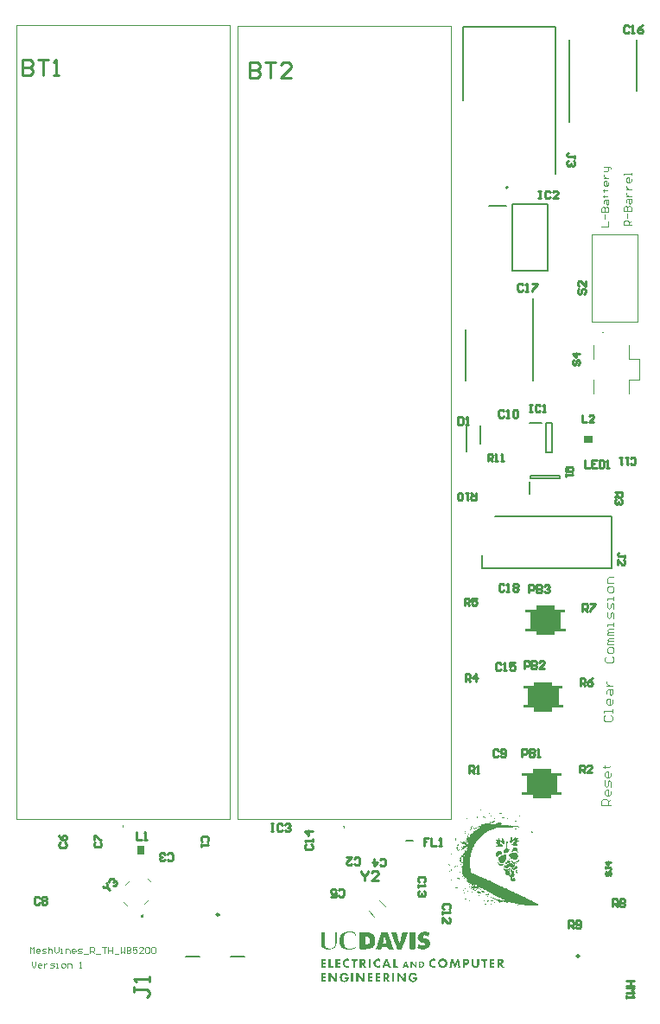
<source format=gto>
G04*
G04 #@! TF.GenerationSoftware,Altium Limited,Altium Designer,19.1.7 (138)*
G04*
G04 Layer_Color=65535*
%FSLAX25Y25*%
%MOIN*%
G70*
G01*
G75*
%ADD10C,0.00787*%
%ADD11C,0.00984*%
%ADD12C,0.00394*%
%ADD13C,0.01000*%
%ADD14R,0.03600X0.02800*%
%ADD15R,0.02800X0.03600*%
G36*
X86243Y-49666D02*
X90180D01*
Y-50650D01*
X88605D01*
Y-56950D01*
X90377D01*
Y-57934D01*
X86243D01*
X86243Y-59509D01*
X79157D01*
X79157Y-57934D01*
X75023D01*
Y-56950D01*
X76794D01*
Y-50650D01*
X75023D01*
Y-49666D01*
X79157D01*
Y-48091D01*
X86243D01*
Y-49666D01*
D02*
G37*
G36*
X85343Y-79166D02*
X89280D01*
Y-80150D01*
X87705D01*
Y-86450D01*
X89477D01*
Y-87434D01*
X85343D01*
X85343Y-89009D01*
X78257D01*
X78257Y-87434D01*
X74123D01*
Y-86450D01*
X75894D01*
Y-80150D01*
X74123D01*
Y-79166D01*
X78257D01*
Y-77591D01*
X85343D01*
Y-79166D01*
D02*
G37*
G36*
X84843Y-112666D02*
X88780D01*
Y-113650D01*
X87205D01*
Y-119950D01*
X88977D01*
Y-120934D01*
X84843D01*
X84843Y-122509D01*
X77757D01*
X77757Y-120934D01*
X73623D01*
Y-119950D01*
X75394D01*
Y-113650D01*
X73623D01*
Y-112666D01*
X77757D01*
Y-111091D01*
X84843D01*
Y-112666D01*
D02*
G37*
G36*
X63259Y-125818D02*
Y-125896D01*
X63181D01*
Y-125818D01*
Y-125740D01*
X63259D01*
Y-125818D01*
D02*
G37*
G36*
X56377Y-126756D02*
Y-126834D01*
X56299D01*
Y-126756D01*
Y-126678D01*
X56377D01*
Y-126756D01*
D02*
G37*
G36*
X68655Y-126913D02*
Y-126991D01*
X68577D01*
Y-126913D01*
Y-126834D01*
X68655D01*
Y-126913D01*
D02*
G37*
G36*
X56221D02*
Y-126991D01*
X56143D01*
Y-126913D01*
Y-126834D01*
X56221D01*
Y-126913D01*
D02*
G37*
G36*
X57863Y-126834D02*
Y-126913D01*
Y-126991D01*
X57707D01*
Y-127069D01*
Y-127147D01*
X57629D01*
Y-127225D01*
X57394D01*
Y-127147D01*
Y-127069D01*
X57550D01*
Y-126991D01*
X57629D01*
Y-126913D01*
Y-126834D01*
X57785D01*
Y-126756D01*
X57863D01*
Y-126834D01*
D02*
G37*
G36*
X69594Y-127304D02*
Y-127382D01*
X68733D01*
Y-127304D01*
X68812D01*
Y-127225D01*
X69594D01*
Y-127304D01*
D02*
G37*
G36*
X57316D02*
Y-127382D01*
X57003D01*
Y-127304D01*
X57081D01*
Y-127225D01*
X57316D01*
Y-127304D01*
D02*
G37*
G36*
X61617Y-127929D02*
Y-128007D01*
Y-128086D01*
X61460D01*
Y-128164D01*
X61226D01*
Y-128242D01*
X61148D01*
Y-128320D01*
X60757D01*
Y-128242D01*
Y-128164D01*
X61148D01*
Y-128086D01*
Y-128007D01*
X61382D01*
Y-127929D01*
X61539D01*
Y-127851D01*
X61617D01*
Y-127929D01*
D02*
G37*
G36*
X66074Y-127851D02*
X65996D01*
Y-127929D01*
Y-128007D01*
Y-128086D01*
Y-128164D01*
X65840D01*
Y-128242D01*
Y-128320D01*
X65136D01*
Y-128399D01*
Y-128477D01*
X64667D01*
Y-128399D01*
Y-128320D01*
X64901D01*
Y-128242D01*
Y-128164D01*
X65371D01*
Y-128086D01*
X65449D01*
Y-128007D01*
X65762D01*
Y-127929D01*
X65840D01*
Y-127851D01*
Y-127773D01*
X66074D01*
Y-127851D01*
D02*
G37*
G36*
X59740Y-128399D02*
Y-128477D01*
X59662D01*
Y-128399D01*
Y-128320D01*
X59740D01*
Y-128399D01*
D02*
G37*
G36*
X59114D02*
X59193D01*
Y-128477D01*
X58958D01*
Y-128399D01*
Y-128320D01*
X59114D01*
Y-128399D01*
D02*
G37*
G36*
X62086Y-128789D02*
X62164D01*
Y-128868D01*
X61930D01*
Y-128789D01*
Y-128711D01*
X62086D01*
Y-128789D01*
D02*
G37*
G36*
X72722Y-129181D02*
X72800D01*
Y-129259D01*
X72643D01*
Y-129181D01*
Y-129102D01*
X72722D01*
Y-129181D01*
D02*
G37*
G36*
X59349D02*
Y-129259D01*
X59271D01*
Y-129181D01*
Y-129102D01*
X59349D01*
Y-129181D01*
D02*
G37*
G36*
X61930D02*
Y-129259D01*
X61773D01*
Y-129337D01*
Y-129415D01*
X61382D01*
Y-129337D01*
Y-129259D01*
X61695D01*
Y-129181D01*
Y-129102D01*
X61930D01*
Y-129181D01*
D02*
G37*
G36*
X59896Y-129572D02*
Y-129650D01*
X59818D01*
Y-129572D01*
Y-129493D01*
X59896D01*
Y-129572D01*
D02*
G37*
G36*
X67013Y-129728D02*
Y-129806D01*
X66856D01*
Y-129728D01*
X66935D01*
Y-129650D01*
X67013D01*
Y-129728D01*
D02*
G37*
G36*
X64197D02*
Y-129806D01*
X64041D01*
Y-129728D01*
X64119D01*
Y-129650D01*
X64197D01*
Y-129728D01*
D02*
G37*
G36*
X58958Y-129259D02*
X59114D01*
Y-129337D01*
Y-129415D01*
Y-129493D01*
Y-129572D01*
Y-129650D01*
X58802D01*
Y-129728D01*
Y-129806D01*
X58567D01*
Y-129728D01*
Y-129650D01*
Y-129572D01*
Y-129493D01*
Y-129415D01*
Y-129337D01*
Y-129259D01*
X58880D01*
Y-129181D01*
X58958D01*
Y-129259D01*
D02*
G37*
G36*
X59740Y-129728D02*
Y-129806D01*
X59584D01*
Y-129884D01*
X59505D01*
Y-129963D01*
X59349D01*
Y-129884D01*
Y-129806D01*
Y-129728D01*
X59271D01*
Y-129650D01*
X59740D01*
Y-129728D01*
D02*
G37*
G36*
X56377Y-129572D02*
X56299D01*
Y-129650D01*
Y-129728D01*
Y-129806D01*
X56377D01*
Y-129884D01*
Y-129963D01*
X56143D01*
Y-129884D01*
Y-129806D01*
X55986D01*
Y-129728D01*
Y-129650D01*
X56143D01*
Y-129572D01*
Y-129493D01*
X56377D01*
Y-129572D01*
D02*
G37*
G36*
X66074Y-129806D02*
X66778D01*
Y-129884D01*
Y-129963D01*
X66309D01*
Y-130041D01*
X66231D01*
Y-130119D01*
X66153D01*
Y-130041D01*
X66074D01*
Y-129963D01*
X65996D01*
Y-129884D01*
Y-129806D01*
Y-129728D01*
X66074D01*
Y-129806D01*
D02*
G37*
G36*
X68108Y-130275D02*
Y-130354D01*
X67795D01*
Y-130275D01*
X67873D01*
Y-130197D01*
X68108D01*
Y-130275D01*
D02*
G37*
G36*
X63259D02*
Y-130354D01*
X62946D01*
Y-130275D01*
X63024D01*
Y-130197D01*
X63259D01*
Y-130275D01*
D02*
G37*
G36*
X62321D02*
Y-130354D01*
X62008D01*
Y-130275D01*
X62086D01*
Y-130197D01*
X62321D01*
Y-130275D01*
D02*
G37*
G36*
X52623Y-129884D02*
Y-129963D01*
Y-130041D01*
Y-130119D01*
Y-130197D01*
X52467D01*
Y-130275D01*
Y-130354D01*
X52232D01*
Y-130275D01*
Y-130197D01*
Y-130119D01*
Y-130041D01*
X52389D01*
Y-129963D01*
Y-129884D01*
X52467D01*
Y-129806D01*
X52623D01*
Y-129884D01*
D02*
G37*
G36*
X63963Y-130666D02*
X64041D01*
Y-130745D01*
X63728D01*
Y-130666D01*
Y-130588D01*
X63963D01*
Y-130666D01*
D02*
G37*
G36*
X64197Y-130823D02*
Y-130901D01*
X64119D01*
Y-130823D01*
Y-130745D01*
X64197D01*
Y-130823D01*
D02*
G37*
G36*
X63650D02*
Y-130901D01*
X63572D01*
Y-130823D01*
Y-130745D01*
X63650D01*
Y-130823D01*
D02*
G37*
G36*
X76084Y-131057D02*
Y-131136D01*
X75850D01*
Y-131057D01*
Y-130979D01*
X76084D01*
Y-131057D01*
D02*
G37*
G36*
X70532D02*
Y-131136D01*
X70454D01*
Y-131057D01*
Y-130979D01*
X70532D01*
Y-131057D01*
D02*
G37*
G36*
X69985D02*
X69906D01*
Y-131136D01*
X69672D01*
Y-131057D01*
Y-130979D01*
X69985D01*
Y-131057D01*
D02*
G37*
G36*
X72174Y-131214D02*
Y-131292D01*
X72096D01*
Y-131214D01*
Y-131136D01*
X72174D01*
Y-131214D01*
D02*
G37*
G36*
X71470D02*
X71392D01*
Y-131292D01*
Y-131370D01*
X71470D01*
Y-131448D01*
X71001D01*
Y-131370D01*
Y-131292D01*
X70845D01*
Y-131214D01*
X70767D01*
Y-131136D01*
X71470D01*
Y-131214D01*
D02*
G37*
G36*
X67873Y-131370D02*
X67951D01*
Y-131448D01*
X67638D01*
Y-131370D01*
X67717D01*
Y-131292D01*
X67873D01*
Y-131370D01*
D02*
G37*
G36*
X72018Y-131605D02*
Y-131683D01*
X71783D01*
Y-131605D01*
X71705D01*
Y-131527D01*
X72018D01*
Y-131605D01*
D02*
G37*
G36*
X67013D02*
Y-131683D01*
X66935D01*
Y-131605D01*
X66856D01*
Y-131527D01*
X67013D01*
Y-131605D01*
D02*
G37*
G36*
X70532Y-131761D02*
Y-131839D01*
X70219D01*
Y-131761D01*
Y-131683D01*
X70532D01*
Y-131761D01*
D02*
G37*
G36*
X63103Y-131136D02*
X63259D01*
Y-131214D01*
Y-131292D01*
Y-131370D01*
Y-131448D01*
X62946D01*
Y-131527D01*
X62868D01*
Y-131605D01*
Y-131683D01*
X62321D01*
Y-131761D01*
Y-131839D01*
X62164D01*
Y-131918D01*
Y-131996D01*
X61851D01*
Y-132074D01*
X61695D01*
Y-132152D01*
Y-132230D01*
Y-132309D01*
Y-132387D01*
Y-132465D01*
X62946D01*
Y-132387D01*
X63024D01*
Y-132309D01*
Y-132230D01*
X63415D01*
Y-132152D01*
Y-132074D01*
X64119D01*
Y-131996D01*
Y-131918D01*
X64276D01*
Y-131839D01*
Y-131761D01*
X64354D01*
Y-131683D01*
X65683D01*
Y-131761D01*
Y-131839D01*
X65605D01*
Y-131918D01*
Y-131996D01*
Y-132074D01*
X65840D01*
Y-132152D01*
Y-132230D01*
X65683D01*
Y-132309D01*
Y-132387D01*
X65449D01*
Y-132465D01*
Y-132543D01*
Y-132622D01*
Y-132700D01*
Y-132778D01*
Y-132856D01*
X67560D01*
Y-132778D01*
X67638D01*
Y-132700D01*
X67717D01*
Y-132622D01*
X68420D01*
Y-132700D01*
X68499D01*
Y-132778D01*
X68577D01*
Y-132856D01*
X68655D01*
Y-132934D01*
Y-133012D01*
X68968D01*
Y-132934D01*
Y-132856D01*
X69203D01*
Y-132934D01*
Y-133012D01*
X69124D01*
Y-133091D01*
Y-133169D01*
X71001D01*
Y-133091D01*
Y-133012D01*
X71783D01*
Y-133091D01*
Y-133169D01*
X72331D01*
Y-133247D01*
Y-133325D01*
X72487D01*
Y-133404D01*
X72565D01*
Y-133482D01*
Y-133560D01*
X72331D01*
Y-133482D01*
X71392D01*
Y-133404D01*
Y-133325D01*
X70141D01*
Y-133404D01*
X70063D01*
Y-133482D01*
Y-133560D01*
Y-133638D01*
Y-133716D01*
Y-133794D01*
Y-133873D01*
X70141D01*
Y-133951D01*
X70688D01*
Y-134029D01*
Y-134107D01*
X70141D01*
Y-134029D01*
X70063D01*
Y-133951D01*
Y-133873D01*
X68577D01*
Y-133794D01*
Y-133716D01*
X64588D01*
Y-133794D01*
X64510D01*
Y-133873D01*
X63494D01*
Y-133951D01*
X63415D01*
Y-134029D01*
Y-134107D01*
X62868D01*
Y-134186D01*
Y-134264D01*
X62321D01*
Y-134342D01*
Y-134420D01*
X61851D01*
Y-134498D01*
X61773D01*
Y-134576D01*
Y-134655D01*
X61382D01*
Y-134733D01*
Y-134811D01*
X61069D01*
Y-134889D01*
X60991D01*
Y-134968D01*
Y-135046D01*
X60678D01*
Y-135124D01*
X60600D01*
Y-135202D01*
X60287D01*
Y-135280D01*
Y-135359D01*
X59975D01*
Y-135437D01*
X59896D01*
Y-135515D01*
Y-135593D01*
X59740D01*
Y-135671D01*
Y-135750D01*
X59349D01*
Y-135828D01*
Y-135906D01*
X59271D01*
Y-135984D01*
X59193D01*
Y-136062D01*
X59114D01*
Y-136141D01*
X58958D01*
Y-136219D01*
Y-136297D01*
X58645D01*
Y-136375D01*
X58567D01*
Y-136453D01*
Y-136532D01*
X58411D01*
Y-136610D01*
Y-136688D01*
X58254D01*
Y-136766D01*
Y-136844D01*
X58098D01*
Y-136923D01*
X58020D01*
Y-137001D01*
Y-137079D01*
X57863D01*
Y-137157D01*
Y-137235D01*
X57707D01*
Y-137314D01*
Y-137392D01*
X57629D01*
Y-137470D01*
X57472D01*
Y-137548D01*
Y-137626D01*
X57316D01*
Y-137705D01*
Y-137783D01*
X57159D01*
Y-137861D01*
X57081D01*
Y-137939D01*
Y-138017D01*
X56925D01*
Y-138096D01*
Y-138174D01*
X56768D01*
Y-138252D01*
Y-138330D01*
X56534D01*
Y-138408D01*
Y-138487D01*
Y-138565D01*
Y-138643D01*
Y-138721D01*
X56377D01*
Y-138800D01*
Y-138878D01*
X56299D01*
Y-138956D01*
X56221D01*
Y-139034D01*
X56143D01*
Y-139112D01*
X55986D01*
Y-139190D01*
Y-139269D01*
Y-139347D01*
Y-139425D01*
Y-139503D01*
X55830D01*
Y-139582D01*
Y-139660D01*
X55595D01*
Y-139738D01*
Y-139816D01*
Y-139894D01*
Y-139972D01*
Y-140051D01*
X55439D01*
Y-140129D01*
Y-140207D01*
X55204D01*
Y-140285D01*
Y-140364D01*
Y-140442D01*
Y-140520D01*
Y-140598D01*
X55048D01*
Y-140676D01*
Y-140754D01*
Y-140833D01*
Y-140911D01*
Y-140989D01*
X54813D01*
Y-141067D01*
Y-141146D01*
Y-141224D01*
X54891D01*
Y-141302D01*
X54735D01*
Y-141380D01*
X54657D01*
Y-141458D01*
Y-141537D01*
Y-141615D01*
Y-141693D01*
Y-141771D01*
Y-141849D01*
Y-141928D01*
X54500D01*
Y-142006D01*
Y-142084D01*
Y-142162D01*
Y-142240D01*
X54266D01*
Y-142319D01*
Y-142397D01*
Y-142475D01*
Y-142553D01*
Y-142631D01*
Y-142710D01*
Y-142788D01*
Y-142866D01*
X54109D01*
Y-142944D01*
Y-143022D01*
Y-143101D01*
Y-143179D01*
Y-143257D01*
Y-143335D01*
Y-143413D01*
X53875D01*
Y-143492D01*
Y-143570D01*
Y-143648D01*
Y-143726D01*
Y-143804D01*
Y-143883D01*
Y-143961D01*
Y-144039D01*
Y-144117D01*
X53953D01*
Y-144195D01*
Y-144274D01*
X53875D01*
Y-144352D01*
X53718D01*
Y-144430D01*
Y-144508D01*
Y-144586D01*
Y-144665D01*
Y-144743D01*
Y-144821D01*
Y-144899D01*
Y-144977D01*
Y-145056D01*
Y-145134D01*
Y-145212D01*
X53562D01*
Y-145290D01*
Y-145369D01*
Y-145447D01*
Y-145525D01*
Y-145603D01*
Y-145681D01*
Y-145759D01*
Y-145838D01*
Y-145916D01*
Y-145994D01*
Y-146072D01*
Y-146151D01*
Y-146229D01*
Y-146307D01*
Y-146385D01*
Y-146463D01*
Y-146542D01*
Y-146620D01*
Y-146698D01*
Y-146776D01*
Y-146854D01*
Y-146932D01*
Y-147011D01*
Y-147089D01*
Y-147167D01*
Y-147245D01*
Y-147324D01*
Y-147402D01*
Y-147480D01*
Y-147558D01*
Y-147636D01*
Y-147715D01*
Y-147793D01*
Y-147871D01*
Y-147949D01*
Y-148027D01*
Y-148106D01*
Y-148184D01*
Y-148262D01*
Y-148340D01*
Y-148418D01*
Y-148497D01*
Y-148575D01*
Y-148653D01*
Y-148731D01*
Y-148809D01*
Y-148888D01*
Y-148966D01*
Y-149044D01*
Y-149122D01*
Y-149200D01*
Y-149279D01*
Y-149357D01*
X53718D01*
Y-149435D01*
Y-149513D01*
Y-149591D01*
Y-149670D01*
Y-149748D01*
Y-149826D01*
Y-149904D01*
Y-149982D01*
Y-150061D01*
Y-150139D01*
X53953D01*
Y-150217D01*
Y-150295D01*
X53875D01*
Y-150373D01*
Y-150452D01*
Y-150530D01*
Y-150608D01*
Y-150686D01*
Y-150765D01*
Y-150843D01*
Y-150921D01*
Y-150999D01*
X53953D01*
Y-151077D01*
X54109D01*
Y-151155D01*
X54188D01*
Y-151234D01*
X54657D01*
Y-151312D01*
X54735D01*
Y-151390D01*
Y-151468D01*
X55048D01*
Y-151547D01*
Y-151625D01*
X55595D01*
Y-151703D01*
X55673D01*
Y-151781D01*
X55986D01*
Y-151859D01*
Y-151937D01*
X56064D01*
Y-152016D01*
X56377D01*
Y-152094D01*
Y-152172D01*
X56690D01*
Y-152250D01*
X56768D01*
Y-152329D01*
X57081D01*
Y-152407D01*
Y-152485D01*
X57159D01*
Y-152563D01*
X57629D01*
Y-152641D01*
X57707D01*
Y-152719D01*
X58020D01*
Y-152798D01*
Y-152876D01*
X58098D01*
Y-152954D01*
X58411D01*
Y-153032D01*
Y-153111D01*
X58958D01*
Y-153189D01*
Y-153267D01*
X59114D01*
Y-153345D01*
X59193D01*
Y-153423D01*
Y-153501D01*
X59740D01*
Y-153580D01*
Y-153658D01*
X60053D01*
Y-153736D01*
X60131D01*
Y-153814D01*
X60209D01*
Y-153893D01*
X60444D01*
Y-153971D01*
X60522D01*
Y-154049D01*
X60835D01*
Y-154127D01*
Y-154205D01*
X61382D01*
Y-154284D01*
Y-154362D01*
X61460D01*
Y-154440D01*
X61930D01*
Y-154518D01*
Y-154596D01*
X62086D01*
Y-154675D01*
X62164D01*
Y-154753D01*
X62477D01*
Y-154831D01*
Y-154909D01*
X62555D01*
Y-154987D01*
X62868D01*
Y-155066D01*
Y-155144D01*
X63259D01*
Y-155222D01*
Y-155300D01*
X63337D01*
Y-155378D01*
X63806D01*
Y-155457D01*
Y-155535D01*
X63963D01*
Y-155613D01*
X64041D01*
Y-155691D01*
X64510D01*
Y-155769D01*
X64588D01*
Y-155848D01*
Y-155926D01*
X64901D01*
Y-156004D01*
X64979D01*
Y-156082D01*
X65292D01*
Y-156160D01*
Y-156239D01*
X65605D01*
Y-156317D01*
X65683D01*
Y-156395D01*
Y-156473D01*
X65996D01*
Y-156551D01*
X66074D01*
Y-156630D01*
X66231D01*
Y-156708D01*
Y-156786D01*
X66309D01*
Y-156864D01*
X66622D01*
Y-156942D01*
Y-157021D01*
X66935D01*
Y-157099D01*
X67013D01*
Y-157177D01*
X67717D01*
Y-157255D01*
Y-157334D01*
Y-157412D01*
X68108D01*
Y-157490D01*
Y-157568D01*
X68420D01*
Y-157646D01*
X68499D01*
Y-157724D01*
X68812D01*
Y-157803D01*
Y-157881D01*
X68890D01*
Y-157959D01*
X69359D01*
Y-158037D01*
X69437D01*
Y-158115D01*
X69515D01*
Y-158194D01*
X69594D01*
Y-158272D01*
Y-158350D01*
X70141D01*
Y-158428D01*
Y-158507D01*
X70454D01*
Y-158585D01*
X70532D01*
Y-158663D01*
X70845D01*
Y-158741D01*
Y-158819D01*
X70923D01*
Y-158897D01*
X71236D01*
Y-158976D01*
Y-159054D01*
X71627D01*
Y-159132D01*
Y-159210D01*
X71705D01*
Y-159289D01*
X72018D01*
Y-159367D01*
Y-159445D01*
X72331D01*
Y-159523D01*
X72409D01*
Y-159601D01*
X72722D01*
Y-159679D01*
Y-159758D01*
X72800D01*
Y-159836D01*
X73113D01*
Y-159914D01*
Y-159992D01*
X73425D01*
Y-160071D01*
X73504D01*
Y-160149D01*
X73973D01*
Y-160227D01*
X74051D01*
Y-160305D01*
Y-160383D01*
X74364D01*
Y-160462D01*
X74442D01*
Y-160540D01*
X74755D01*
Y-160618D01*
Y-160696D01*
X74833D01*
Y-160774D01*
X75146D01*
Y-160853D01*
Y-160931D01*
X75537D01*
Y-161009D01*
Y-161087D01*
X75850D01*
Y-161165D01*
X75928D01*
Y-161244D01*
Y-161322D01*
X76241D01*
Y-161400D01*
X76319D01*
Y-161478D01*
X76632D01*
Y-161556D01*
Y-161635D01*
X76945D01*
Y-161713D01*
X77023D01*
Y-161791D01*
Y-161869D01*
X77414D01*
Y-161947D01*
Y-162026D01*
X77727D01*
Y-162104D01*
Y-162182D01*
X77805D01*
Y-162260D01*
X78118D01*
Y-162338D01*
Y-162417D01*
X78509D01*
Y-162495D01*
Y-162573D01*
X78821D01*
Y-162651D01*
X78900D01*
Y-162729D01*
Y-162808D01*
X79212D01*
Y-162886D01*
X79291D01*
Y-162964D01*
X79603D01*
Y-163042D01*
Y-163120D01*
X79760D01*
Y-163199D01*
X79994D01*
Y-163277D01*
Y-163355D01*
Y-163433D01*
Y-163512D01*
X79838D01*
Y-163590D01*
X79760D01*
Y-163668D01*
X78118D01*
Y-163746D01*
Y-163824D01*
X76006D01*
Y-163746D01*
Y-163668D01*
X74598D01*
Y-163590D01*
X74520D01*
Y-163512D01*
X74207D01*
Y-163590D01*
Y-163668D01*
Y-163746D01*
Y-163824D01*
X74051D01*
Y-163746D01*
Y-163668D01*
Y-163590D01*
Y-163512D01*
X72878D01*
Y-163433D01*
Y-163355D01*
X72800D01*
Y-163277D01*
X72174D01*
Y-163199D01*
Y-163120D01*
X71236D01*
Y-163042D01*
X71157D01*
Y-162964D01*
X70845D01*
Y-162886D01*
Y-162808D01*
X70767D01*
Y-162729D01*
X70063D01*
Y-162651D01*
Y-162573D01*
X69359D01*
Y-162495D01*
Y-162417D01*
Y-162338D01*
X68577D01*
Y-162417D01*
X68499D01*
Y-162495D01*
X68420D01*
Y-162417D01*
X68342D01*
Y-162338D01*
X68186D01*
Y-162417D01*
X68108D01*
Y-162495D01*
X68029D01*
Y-162573D01*
X67482D01*
Y-162495D01*
Y-162417D01*
X67404D01*
Y-162338D01*
X66778D01*
Y-162417D01*
X66700D01*
Y-162338D01*
X66387D01*
Y-162260D01*
Y-162182D01*
X66074D01*
Y-162260D01*
X65996D01*
Y-162338D01*
X65371D01*
Y-162417D01*
X65292D01*
Y-162495D01*
Y-162573D01*
X64901D01*
Y-162495D01*
Y-162417D01*
X64823D01*
Y-162338D01*
X64510D01*
Y-162260D01*
Y-162182D01*
Y-162104D01*
Y-162026D01*
X64197D01*
Y-161947D01*
X64119D01*
Y-161869D01*
Y-161791D01*
X63728D01*
Y-161713D01*
Y-161635D01*
X63572D01*
Y-161556D01*
Y-161478D01*
X63415D01*
Y-161400D01*
Y-161322D01*
X63337D01*
Y-161244D01*
X63024D01*
Y-161165D01*
Y-161087D01*
X62868D01*
Y-161009D01*
X62790D01*
Y-160931D01*
X63415D01*
Y-161009D01*
Y-161087D01*
X63572D01*
Y-161165D01*
X63650D01*
Y-161244D01*
Y-161322D01*
X63963D01*
Y-161400D01*
X64041D01*
Y-161478D01*
X65292D01*
Y-161556D01*
Y-161635D01*
X65840D01*
Y-161713D01*
X66074D01*
Y-161791D01*
Y-161869D01*
X66778D01*
Y-161791D01*
Y-161713D01*
Y-161635D01*
Y-161556D01*
Y-161478D01*
X66700D01*
Y-161400D01*
X66387D01*
Y-161322D01*
X66309D01*
Y-161244D01*
X65996D01*
Y-161165D01*
Y-161087D01*
X65683D01*
Y-161009D01*
X65605D01*
Y-160931D01*
X65527D01*
Y-160853D01*
X65058D01*
Y-160774D01*
Y-160696D01*
X64667D01*
Y-160618D01*
Y-160540D01*
X64197D01*
Y-160462D01*
X64119D01*
Y-160383D01*
Y-160305D01*
X63963D01*
Y-160227D01*
Y-160149D01*
X63572D01*
Y-160071D01*
Y-159992D01*
X63415D01*
Y-159914D01*
X63181D01*
Y-159836D01*
Y-159758D01*
X62868D01*
Y-159679D01*
X62790D01*
Y-159601D01*
X62477D01*
Y-159523D01*
Y-159445D01*
X62399D01*
Y-159367D01*
X62086D01*
Y-159289D01*
Y-159210D01*
X61930D01*
Y-159132D01*
Y-159054D01*
X61539D01*
Y-158976D01*
Y-158897D01*
X61460D01*
Y-158819D01*
X61148D01*
Y-158741D01*
Y-158663D01*
X60835D01*
Y-158585D01*
X60757D01*
Y-158507D01*
X60678D01*
Y-158428D01*
X60444D01*
Y-158350D01*
X60366D01*
Y-158272D01*
X60209D01*
Y-158194D01*
Y-158115D01*
X59896D01*
Y-158037D01*
X59818D01*
Y-157959D01*
Y-157881D01*
X59505D01*
Y-157803D01*
X59427D01*
Y-157724D01*
X59114D01*
Y-157646D01*
Y-157568D01*
X58802D01*
Y-157490D01*
X58723D01*
Y-157412D01*
Y-157334D01*
X58567D01*
Y-157255D01*
Y-157177D01*
X58020D01*
Y-157099D01*
Y-157021D01*
X57941D01*
Y-156942D01*
X57629D01*
Y-156864D01*
Y-156786D01*
X57472D01*
Y-156708D01*
X57394D01*
Y-156630D01*
X56846D01*
Y-156708D01*
Y-156786D01*
Y-156864D01*
Y-156942D01*
X56925D01*
Y-157021D01*
Y-157099D01*
Y-157177D01*
X56377D01*
Y-157255D01*
Y-157334D01*
X56143D01*
Y-157255D01*
Y-157177D01*
Y-157099D01*
Y-157021D01*
Y-156942D01*
X55673D01*
Y-157021D01*
X55595D01*
Y-157099D01*
Y-157177D01*
X55361D01*
Y-157255D01*
Y-157334D01*
Y-157412D01*
Y-157490D01*
Y-157568D01*
Y-157646D01*
Y-157724D01*
X55752D01*
Y-157803D01*
X55830D01*
Y-157881D01*
Y-157959D01*
X55986D01*
Y-158037D01*
Y-158115D01*
Y-158194D01*
Y-158272D01*
X55752D01*
Y-158194D01*
Y-158115D01*
X55204D01*
Y-158037D01*
Y-157959D01*
X55126D01*
Y-157881D01*
X55048D01*
Y-157803D01*
Y-157724D01*
Y-157646D01*
Y-157568D01*
X54657D01*
Y-157490D01*
Y-157412D01*
Y-157334D01*
X54735D01*
Y-157255D01*
Y-157177D01*
Y-157099D01*
Y-157021D01*
X54657D01*
Y-156942D01*
X54344D01*
Y-156864D01*
Y-156786D01*
Y-156708D01*
Y-156630D01*
X53953D01*
Y-156551D01*
X53875D01*
Y-156473D01*
X53797D01*
Y-156395D01*
X53718D01*
Y-156473D01*
X53562D01*
Y-156551D01*
Y-156630D01*
X53171D01*
Y-156551D01*
Y-156473D01*
Y-156395D01*
X53249D01*
Y-156473D01*
X53484D01*
Y-156395D01*
X53562D01*
Y-156317D01*
Y-156239D01*
X54266D01*
Y-156317D01*
Y-156395D01*
Y-156473D01*
X54657D01*
Y-156395D01*
X54735D01*
Y-156317D01*
Y-156239D01*
Y-156160D01*
Y-156082D01*
X54657D01*
Y-156004D01*
X54344D01*
Y-155926D01*
Y-155848D01*
Y-155769D01*
Y-155691D01*
X54109D01*
Y-155613D01*
Y-155535D01*
X54031D01*
Y-155457D01*
X53640D01*
Y-155535D01*
X53562D01*
Y-155457D01*
Y-155378D01*
Y-155300D01*
Y-155222D01*
Y-155144D01*
X53171D01*
Y-155066D01*
Y-154987D01*
X53093D01*
Y-154909D01*
X53014D01*
Y-154831D01*
X52936D01*
Y-154753D01*
X52623D01*
Y-154675D01*
Y-154596D01*
X52467D01*
Y-154518D01*
X52389D01*
Y-154440D01*
Y-154362D01*
X52232D01*
Y-154284D01*
Y-154205D01*
X52467D01*
Y-154127D01*
Y-154049D01*
Y-153971D01*
Y-153893D01*
Y-153814D01*
X52232D01*
Y-153736D01*
Y-153658D01*
X52311D01*
Y-153580D01*
Y-153501D01*
Y-153423D01*
Y-153345D01*
Y-153267D01*
X52076D01*
Y-153189D01*
Y-153111D01*
X51998D01*
Y-153032D01*
X51685D01*
Y-152954D01*
Y-152876D01*
Y-152798D01*
Y-152719D01*
X51372D01*
Y-152641D01*
X51294D01*
Y-152563D01*
Y-152485D01*
X50903D01*
Y-152563D01*
Y-152641D01*
Y-152719D01*
Y-152798D01*
X50981D01*
Y-152876D01*
X50434D01*
Y-152798D01*
Y-152719D01*
Y-152641D01*
Y-152563D01*
Y-152485D01*
Y-152407D01*
Y-152329D01*
X50825D01*
Y-152250D01*
Y-152172D01*
Y-152094D01*
Y-152016D01*
Y-151937D01*
Y-151859D01*
Y-151781D01*
X50590D01*
Y-151703D01*
Y-151625D01*
X50512D01*
Y-151547D01*
X50356D01*
Y-151468D01*
X50434D01*
Y-151390D01*
Y-151312D01*
Y-151234D01*
Y-151155D01*
Y-151077D01*
Y-150999D01*
Y-150921D01*
Y-150843D01*
X50199D01*
Y-150765D01*
Y-150686D01*
X50590D01*
Y-150608D01*
Y-150530D01*
Y-150452D01*
Y-150373D01*
Y-150295D01*
Y-150217D01*
Y-150139D01*
Y-150061D01*
Y-149982D01*
Y-149904D01*
Y-149826D01*
Y-149748D01*
Y-149670D01*
Y-149591D01*
Y-149513D01*
Y-149435D01*
Y-149357D01*
Y-149279D01*
Y-149200D01*
Y-149122D01*
X50356D01*
Y-149044D01*
X50434D01*
Y-148966D01*
X50356D01*
Y-148888D01*
X50434D01*
Y-148809D01*
X50590D01*
Y-148731D01*
Y-148653D01*
Y-148575D01*
Y-148497D01*
Y-148418D01*
X50747D01*
Y-148340D01*
X50825D01*
Y-148262D01*
Y-148184D01*
Y-148106D01*
X50747D01*
Y-148027D01*
Y-147949D01*
Y-147871D01*
X50981D01*
Y-147793D01*
Y-147715D01*
Y-147636D01*
Y-147558D01*
Y-147480D01*
Y-147402D01*
Y-147324D01*
X50590D01*
Y-147402D01*
Y-147480D01*
X50434D01*
Y-147402D01*
Y-147324D01*
Y-147245D01*
X50356D01*
Y-147167D01*
X50512D01*
Y-147089D01*
X50590D01*
Y-147011D01*
Y-146932D01*
X50747D01*
Y-146854D01*
Y-146776D01*
X50981D01*
Y-146698D01*
Y-146620D01*
Y-146542D01*
Y-146463D01*
Y-146385D01*
Y-146307D01*
Y-146229D01*
Y-146151D01*
Y-146072D01*
Y-145994D01*
Y-145916D01*
Y-145838D01*
X50825D01*
Y-145759D01*
X50747D01*
Y-145681D01*
Y-145603D01*
X50825D01*
Y-145525D01*
Y-145447D01*
Y-145369D01*
Y-145290D01*
Y-145212D01*
Y-145134D01*
Y-145056D01*
Y-144977D01*
X50747D01*
Y-144899D01*
X50199D01*
Y-144821D01*
Y-144743D01*
Y-144665D01*
Y-144586D01*
Y-144508D01*
Y-144430D01*
Y-144352D01*
X50434D01*
Y-144274D01*
Y-144195D01*
X50590D01*
Y-144274D01*
Y-144352D01*
X50981D01*
Y-144274D01*
Y-144195D01*
Y-144117D01*
Y-144039D01*
Y-143961D01*
Y-143883D01*
Y-143804D01*
X51372D01*
Y-143726D01*
Y-143648D01*
Y-143570D01*
X51294D01*
Y-143492D01*
X51372D01*
Y-143413D01*
X51529D01*
Y-143335D01*
Y-143257D01*
Y-143179D01*
Y-143101D01*
Y-143022D01*
Y-142944D01*
Y-142866D01*
X51685D01*
Y-142788D01*
Y-142710D01*
Y-142631D01*
Y-142553D01*
Y-142475D01*
X51841D01*
Y-142553D01*
Y-142631D01*
Y-142710D01*
Y-142788D01*
Y-142866D01*
X52311D01*
Y-142788D01*
Y-142710D01*
Y-142631D01*
X52232D01*
Y-142553D01*
X52311D01*
Y-142475D01*
X52467D01*
Y-142397D01*
Y-142319D01*
Y-142240D01*
Y-142162D01*
Y-142084D01*
X51920D01*
Y-142006D01*
Y-141928D01*
X52232D01*
Y-141849D01*
Y-141771D01*
X52389D01*
Y-141693D01*
Y-141615D01*
X52467D01*
Y-141537D01*
X52623D01*
Y-141458D01*
Y-141380D01*
Y-141302D01*
Y-141224D01*
Y-141146D01*
Y-141067D01*
Y-140989D01*
X52311D01*
Y-141067D01*
X52232D01*
Y-141146D01*
X52076D01*
Y-141224D01*
Y-141302D01*
X51920D01*
Y-141380D01*
X51841D01*
Y-141458D01*
Y-141537D01*
X51529D01*
Y-141615D01*
Y-141693D01*
X51372D01*
Y-141771D01*
Y-141849D01*
X51294D01*
Y-141928D01*
X50825D01*
Y-142006D01*
X50747D01*
Y-142084D01*
X50590D01*
Y-142006D01*
Y-141928D01*
Y-141849D01*
Y-141771D01*
Y-141693D01*
Y-141615D01*
Y-141537D01*
Y-141458D01*
Y-141380D01*
X50825D01*
Y-141302D01*
Y-141224D01*
Y-141146D01*
Y-141067D01*
Y-140989D01*
Y-140911D01*
X50747D01*
Y-140833D01*
Y-140754D01*
X50590D01*
Y-140676D01*
Y-140598D01*
X50747D01*
Y-140520D01*
Y-140442D01*
Y-140364D01*
X50825D01*
Y-140285D01*
Y-140207D01*
Y-140129D01*
X50747D01*
Y-140051D01*
X50434D01*
Y-139972D01*
X50356D01*
Y-139894D01*
X50434D01*
Y-139816D01*
Y-139738D01*
Y-139660D01*
X50356D01*
Y-139582D01*
Y-139503D01*
X50981D01*
Y-139425D01*
Y-139347D01*
Y-139269D01*
Y-139190D01*
Y-139112D01*
X51138D01*
Y-139034D01*
Y-138956D01*
Y-138878D01*
Y-138800D01*
Y-138721D01*
Y-138643D01*
Y-138565D01*
X51294D01*
Y-138643D01*
Y-138721D01*
Y-138800D01*
Y-138878D01*
Y-138956D01*
Y-139034D01*
Y-139112D01*
X51685D01*
Y-139190D01*
Y-139269D01*
Y-139347D01*
Y-139425D01*
Y-139503D01*
X52076D01*
Y-139582D01*
Y-139660D01*
X52154D01*
Y-139738D01*
X52232D01*
Y-139816D01*
Y-139894D01*
Y-139972D01*
Y-140051D01*
X53014D01*
Y-139972D01*
Y-139894D01*
Y-139816D01*
Y-139738D01*
Y-139660D01*
Y-139582D01*
Y-139503D01*
Y-139425D01*
Y-139347D01*
Y-139269D01*
X52545D01*
Y-139347D01*
X52389D01*
Y-139269D01*
X52232D01*
Y-139190D01*
Y-139112D01*
Y-139034D01*
Y-138956D01*
X52467D01*
Y-138878D01*
Y-138800D01*
Y-138721D01*
Y-138643D01*
Y-138565D01*
X52076D01*
Y-138487D01*
Y-138408D01*
Y-138330D01*
Y-138252D01*
Y-138174D01*
Y-138096D01*
Y-138017D01*
X52311D01*
Y-137939D01*
Y-137861D01*
X52232D01*
Y-137783D01*
Y-137705D01*
Y-137626D01*
X52623D01*
Y-137548D01*
Y-137470D01*
Y-137392D01*
Y-137314D01*
Y-137235D01*
Y-137157D01*
Y-137079D01*
Y-137001D01*
Y-136923D01*
Y-136844D01*
Y-136766D01*
X52702D01*
Y-136688D01*
X52780D01*
Y-136766D01*
Y-136844D01*
Y-136923D01*
Y-137001D01*
Y-137079D01*
Y-137157D01*
Y-137235D01*
Y-137314D01*
Y-137392D01*
Y-137470D01*
X53171D01*
Y-137392D01*
Y-137314D01*
X53406D01*
Y-137235D01*
Y-137157D01*
Y-137079D01*
Y-137001D01*
Y-136923D01*
X53562D01*
Y-136844D01*
Y-136766D01*
Y-136688D01*
Y-136610D01*
Y-136532D01*
X53797D01*
Y-136453D01*
Y-136375D01*
Y-136297D01*
Y-136219D01*
Y-136141D01*
Y-136062D01*
Y-135984D01*
X53718D01*
Y-135906D01*
Y-135828D01*
X53953D01*
Y-135906D01*
Y-135984D01*
X54422D01*
Y-135906D01*
X54500D01*
Y-135828D01*
X54891D01*
Y-135750D01*
Y-135671D01*
Y-135593D01*
Y-135515D01*
Y-135437D01*
Y-135359D01*
Y-135280D01*
X54813D01*
Y-135202D01*
X54579D01*
Y-135124D01*
X54657D01*
Y-135046D01*
X54891D01*
Y-135124D01*
Y-135202D01*
X55204D01*
Y-135124D01*
Y-135046D01*
X55439D01*
Y-134968D01*
Y-134889D01*
Y-134811D01*
X55517D01*
Y-134889D01*
X56064D01*
Y-134811D01*
X56143D01*
Y-134733D01*
Y-134655D01*
X56299D01*
Y-134576D01*
Y-134498D01*
X56455D01*
Y-134420D01*
X56534D01*
Y-134342D01*
X56612D01*
Y-134264D01*
X56690D01*
Y-134186D01*
Y-134107D01*
X56846D01*
Y-134029D01*
X56925D01*
Y-133951D01*
X57081D01*
Y-133873D01*
Y-133794D01*
Y-133716D01*
Y-133638D01*
Y-133560D01*
Y-133482D01*
X56846D01*
Y-133560D01*
X56690D01*
Y-133482D01*
Y-133404D01*
X56768D01*
Y-133325D01*
X56846D01*
Y-133247D01*
X56925D01*
Y-133169D01*
X57081D01*
Y-133091D01*
X57159D01*
Y-133169D01*
X57785D01*
Y-133091D01*
Y-133012D01*
X58020D01*
Y-132934D01*
Y-132856D01*
Y-132778D01*
Y-132700D01*
Y-132622D01*
Y-132543D01*
Y-132465D01*
X58723D01*
Y-132387D01*
Y-132309D01*
X58802D01*
Y-132230D01*
X59114D01*
Y-132152D01*
Y-132074D01*
X59271D01*
Y-131996D01*
Y-131918D01*
X59349D01*
Y-131996D01*
Y-132074D01*
X60209D01*
Y-131996D01*
Y-131918D01*
X60366D01*
Y-131839D01*
X60444D01*
Y-131761D01*
Y-131683D01*
X60600D01*
Y-131761D01*
Y-131839D01*
Y-131918D01*
Y-131996D01*
Y-132074D01*
X60991D01*
Y-131996D01*
Y-131918D01*
X61148D01*
Y-131839D01*
X61226D01*
Y-131761D01*
Y-131683D01*
X61148D01*
Y-131605D01*
Y-131527D01*
X61382D01*
Y-131605D01*
Y-131683D01*
Y-131761D01*
Y-131839D01*
Y-131918D01*
X61851D01*
Y-131839D01*
X61930D01*
Y-131761D01*
Y-131683D01*
Y-131605D01*
Y-131527D01*
X62634D01*
Y-131448D01*
X62712D01*
Y-131370D01*
Y-131292D01*
X62634D01*
Y-131214D01*
X62712D01*
Y-131136D01*
X63024D01*
Y-131057D01*
X63103D01*
Y-131136D01*
D02*
G37*
G36*
X54500Y-132543D02*
Y-132622D01*
X54422D01*
Y-132543D01*
Y-132465D01*
X54500D01*
Y-132543D01*
D02*
G37*
G36*
X74755Y-132700D02*
X74833D01*
Y-132778D01*
X74755D01*
Y-132700D01*
X74677D01*
Y-132622D01*
X74755D01*
Y-132700D01*
D02*
G37*
G36*
X55282Y-133482D02*
Y-133560D01*
X55204D01*
Y-133482D01*
Y-133404D01*
X55282D01*
Y-133482D01*
D02*
G37*
G36*
X49339Y-133638D02*
Y-133716D01*
X49104D01*
Y-133638D01*
Y-133560D01*
X49339D01*
Y-133638D01*
D02*
G37*
G36*
X72878D02*
X72956D01*
Y-133716D01*
Y-133794D01*
X72800D01*
Y-133716D01*
X72722D01*
Y-133638D01*
X72643D01*
Y-133560D01*
X72878D01*
Y-133638D01*
D02*
G37*
G36*
X73425Y-133794D02*
X73504D01*
Y-133873D01*
X73269D01*
Y-133794D01*
Y-133716D01*
X73425D01*
Y-133794D01*
D02*
G37*
G36*
X49104D02*
Y-133873D01*
X49026D01*
Y-133951D01*
X48870D01*
Y-133873D01*
Y-133794D01*
Y-133716D01*
X49104D01*
Y-133794D01*
D02*
G37*
G36*
X74051Y-134029D02*
Y-134107D01*
X73660D01*
Y-134029D01*
X73582D01*
Y-133951D01*
X74051D01*
Y-134029D01*
D02*
G37*
G36*
X56377Y-133638D02*
Y-133716D01*
Y-133794D01*
Y-133873D01*
X56064D01*
Y-133951D01*
X55986D01*
Y-134029D01*
Y-134107D01*
X55595D01*
Y-134029D01*
Y-133951D01*
X55673D01*
Y-133873D01*
X55752D01*
Y-133794D01*
X55830D01*
Y-133716D01*
X55908D01*
Y-133638D01*
X55986D01*
Y-133560D01*
X56377D01*
Y-133638D01*
D02*
G37*
G36*
X76788Y-134186D02*
X76866D01*
Y-134264D01*
X76788D01*
Y-134186D01*
X76710D01*
Y-134107D01*
X76788D01*
Y-134186D01*
D02*
G37*
G36*
X71392D02*
X71470D01*
Y-134264D01*
X70845D01*
Y-134186D01*
X70767D01*
Y-134107D01*
X71392D01*
Y-134186D01*
D02*
G37*
G36*
X55204Y-133638D02*
Y-133716D01*
Y-133794D01*
Y-133873D01*
Y-133951D01*
Y-134029D01*
Y-134107D01*
X55439D01*
Y-134186D01*
Y-134264D01*
X55204D01*
Y-134186D01*
Y-134107D01*
X54891D01*
Y-134029D01*
Y-133951D01*
X54970D01*
Y-133873D01*
X55048D01*
Y-133794D01*
Y-133716D01*
Y-133638D01*
Y-133560D01*
X55204D01*
Y-133638D01*
D02*
G37*
G36*
X54500Y-133247D02*
Y-133325D01*
X54344D01*
Y-133404D01*
X54266D01*
Y-133482D01*
Y-133560D01*
Y-133638D01*
Y-133716D01*
Y-133794D01*
Y-133873D01*
Y-133951D01*
Y-134029D01*
Y-134107D01*
Y-134186D01*
Y-134264D01*
Y-134342D01*
Y-134420D01*
X54188D01*
Y-134498D01*
X54031D01*
Y-134420D01*
X53797D01*
Y-134498D01*
Y-134576D01*
X53718D01*
Y-134655D01*
X53562D01*
Y-134576D01*
Y-134498D01*
Y-134420D01*
Y-134342D01*
X53718D01*
Y-134264D01*
X53797D01*
Y-134186D01*
Y-134107D01*
Y-134029D01*
Y-133951D01*
X53718D01*
Y-133873D01*
Y-133794D01*
X53797D01*
Y-133716D01*
X53953D01*
Y-133638D01*
Y-133560D01*
Y-133482D01*
Y-133404D01*
X54031D01*
Y-133325D01*
X54109D01*
Y-133247D01*
Y-133169D01*
X54500D01*
Y-133247D01*
D02*
G37*
G36*
X72174Y-134576D02*
X72252D01*
Y-134655D01*
X72174D01*
Y-134576D01*
X72096D01*
Y-134498D01*
X72174D01*
Y-134576D01*
D02*
G37*
G36*
X74598Y-134733D02*
Y-134811D01*
X74520D01*
Y-134733D01*
Y-134655D01*
X74598D01*
Y-134733D01*
D02*
G37*
G36*
X51138Y-135124D02*
Y-135202D01*
X50903D01*
Y-135124D01*
Y-135046D01*
X51138D01*
Y-135124D01*
D02*
G37*
G36*
X51920Y-135280D02*
Y-135359D01*
X51763D01*
Y-135437D01*
X51685D01*
Y-135359D01*
Y-135280D01*
Y-135202D01*
X51920D01*
Y-135280D01*
D02*
G37*
G36*
X77023Y-134968D02*
Y-135046D01*
X77179D01*
Y-135124D01*
Y-135202D01*
X77492D01*
Y-135280D01*
X77570D01*
Y-135359D01*
X77648D01*
Y-135437D01*
X77727D01*
Y-135515D01*
X77805D01*
Y-135593D01*
X77961D01*
Y-135671D01*
Y-135750D01*
X77727D01*
Y-135671D01*
Y-135593D01*
X77179D01*
Y-135515D01*
Y-135437D01*
Y-135359D01*
Y-135280D01*
Y-135202D01*
X76788D01*
Y-135124D01*
Y-135046D01*
Y-134968D01*
Y-134889D01*
X77023D01*
Y-134968D01*
D02*
G37*
G36*
X51685Y-135671D02*
Y-135750D01*
X51763D01*
Y-135828D01*
Y-135906D01*
X51529D01*
Y-135828D01*
Y-135750D01*
Y-135671D01*
Y-135593D01*
X51685D01*
Y-135671D01*
D02*
G37*
G36*
X50981Y-136141D02*
Y-136219D01*
Y-136297D01*
X50825D01*
Y-136375D01*
X50747D01*
Y-136297D01*
Y-136219D01*
Y-136141D01*
X50903D01*
Y-136062D01*
X50981D01*
Y-136141D01*
D02*
G37*
G36*
X53171Y-136219D02*
Y-136297D01*
X53093D01*
Y-136375D01*
X53014D01*
Y-136453D01*
Y-136532D01*
X52780D01*
Y-136453D01*
Y-136375D01*
X52936D01*
Y-136297D01*
Y-136219D01*
X53014D01*
Y-136141D01*
X53171D01*
Y-136219D01*
D02*
G37*
G36*
X51920Y-136610D02*
Y-136688D01*
X51841D01*
Y-136610D01*
X51763D01*
Y-136532D01*
X51920D01*
Y-136610D01*
D02*
G37*
G36*
X51372Y-136453D02*
Y-136532D01*
X51294D01*
Y-136610D01*
Y-136688D01*
Y-136766D01*
Y-136844D01*
X51216D01*
Y-136923D01*
X51138D01*
Y-136844D01*
Y-136766D01*
Y-136688D01*
Y-136610D01*
Y-136532D01*
Y-136453D01*
Y-136375D01*
X51372D01*
Y-136453D01*
D02*
G37*
G36*
X51138Y-137001D02*
Y-137079D01*
X50981D01*
Y-137001D01*
Y-136923D01*
X51138D01*
Y-137001D01*
D02*
G37*
G36*
X48948D02*
Y-137079D01*
X48870D01*
Y-137001D01*
Y-136923D01*
X48948D01*
Y-137001D01*
D02*
G37*
G36*
X48870Y-137157D02*
Y-137235D01*
Y-137314D01*
X48948D01*
Y-137392D01*
X48792D01*
Y-137470D01*
X48713D01*
Y-137392D01*
Y-137314D01*
Y-137235D01*
Y-137157D01*
Y-137079D01*
X48870D01*
Y-137157D01*
D02*
G37*
G36*
X48713Y-137705D02*
Y-137783D01*
X48479D01*
Y-137705D01*
X48557D01*
Y-137626D01*
X48713D01*
Y-137705D01*
D02*
G37*
G36*
X79291Y-138487D02*
Y-138565D01*
X79212D01*
Y-138487D01*
X79134D01*
Y-138408D01*
X79291D01*
Y-138487D01*
D02*
G37*
G36*
X65996Y-137705D02*
X66074D01*
Y-137783D01*
Y-137861D01*
X66231D01*
Y-137939D01*
Y-138017D01*
X66387D01*
Y-138096D01*
Y-138174D01*
X66465D01*
Y-138252D01*
X66544D01*
Y-138330D01*
Y-138408D01*
Y-138487D01*
Y-138565D01*
Y-138643D01*
Y-138721D01*
Y-138800D01*
X66778D01*
Y-138878D01*
Y-138956D01*
Y-139034D01*
X66700D01*
Y-139112D01*
Y-139190D01*
Y-139269D01*
Y-139347D01*
Y-139425D01*
Y-139503D01*
Y-139582D01*
Y-139660D01*
Y-139738D01*
Y-139816D01*
Y-139894D01*
Y-139972D01*
Y-140051D01*
X66778D01*
Y-140129D01*
Y-140207D01*
Y-140285D01*
Y-140364D01*
X66700D01*
Y-140285D01*
Y-140207D01*
X66544D01*
Y-140129D01*
Y-140051D01*
X66387D01*
Y-139972D01*
Y-139894D01*
X66309D01*
Y-139816D01*
X66153D01*
Y-139738D01*
Y-139660D01*
X65996D01*
Y-139582D01*
Y-139503D01*
X65840D01*
Y-139425D01*
Y-139347D01*
X65762D01*
Y-139269D01*
X65449D01*
Y-139190D01*
Y-139112D01*
X65058D01*
Y-139190D01*
Y-139269D01*
Y-139347D01*
Y-139425D01*
Y-139503D01*
Y-139582D01*
Y-139660D01*
Y-139738D01*
X65292D01*
Y-139816D01*
Y-139894D01*
X65683D01*
Y-139972D01*
Y-140051D01*
X65840D01*
Y-140129D01*
Y-140207D01*
X65918D01*
Y-140285D01*
X65996D01*
Y-140364D01*
X66074D01*
Y-140442D01*
X66231D01*
Y-140520D01*
Y-140598D01*
Y-140676D01*
Y-140754D01*
X66074D01*
Y-140833D01*
Y-140911D01*
X65996D01*
Y-140989D01*
X65527D01*
Y-141067D01*
X65449D01*
Y-141146D01*
X63963D01*
Y-141067D01*
Y-140989D01*
X63572D01*
Y-140911D01*
Y-140833D01*
X63885D01*
Y-140754D01*
X63963D01*
Y-140676D01*
X64276D01*
Y-140598D01*
X64354D01*
Y-140520D01*
Y-140442D01*
Y-140364D01*
Y-140285D01*
Y-140207D01*
Y-140129D01*
Y-140051D01*
X63963D01*
Y-139972D01*
Y-139894D01*
X63885D01*
Y-139816D01*
X63728D01*
Y-139738D01*
Y-139660D01*
X63572D01*
Y-139582D01*
Y-139503D01*
X63337D01*
Y-139425D01*
Y-139347D01*
X63806D01*
Y-139269D01*
Y-139190D01*
Y-139112D01*
Y-139034D01*
Y-138956D01*
Y-138878D01*
Y-138800D01*
Y-138721D01*
X63572D01*
Y-138643D01*
Y-138565D01*
X63415D01*
Y-138487D01*
Y-138408D01*
Y-138330D01*
Y-138252D01*
X63806D01*
Y-138330D01*
Y-138408D01*
X64276D01*
Y-138330D01*
X64354D01*
Y-138252D01*
X64510D01*
Y-138174D01*
Y-138096D01*
Y-138017D01*
Y-137939D01*
Y-137861D01*
X64745D01*
Y-137939D01*
Y-138017D01*
X64901D01*
Y-138096D01*
Y-138174D01*
X64979D01*
Y-138252D01*
X65136D01*
Y-138330D01*
Y-138408D01*
X65292D01*
Y-138487D01*
Y-138565D01*
X65840D01*
Y-138487D01*
Y-138408D01*
Y-138330D01*
Y-138252D01*
Y-138174D01*
Y-138096D01*
Y-138017D01*
Y-137939D01*
Y-137861D01*
Y-137783D01*
Y-137705D01*
Y-137626D01*
X65996D01*
Y-137705D01*
D02*
G37*
G36*
X48166Y-137939D02*
Y-138017D01*
Y-138096D01*
Y-138174D01*
Y-138252D01*
Y-138330D01*
Y-138408D01*
Y-138487D01*
Y-138565D01*
X48010D01*
Y-138487D01*
Y-138408D01*
Y-138330D01*
Y-138252D01*
Y-138174D01*
Y-138096D01*
Y-138017D01*
Y-137939D01*
Y-137861D01*
X48166D01*
Y-137939D01*
D02*
G37*
G36*
X79447Y-138643D02*
Y-138721D01*
X79369D01*
Y-138643D01*
Y-138565D01*
X79447D01*
Y-138643D01*
D02*
G37*
G36*
X48010D02*
Y-138721D01*
X47853D01*
Y-138800D01*
Y-138878D01*
X47775D01*
Y-138800D01*
Y-138721D01*
Y-138643D01*
Y-138565D01*
X48010D01*
Y-138643D01*
D02*
G37*
G36*
X80776Y-138956D02*
X80933D01*
Y-139034D01*
Y-139112D01*
X80698D01*
Y-139034D01*
Y-138956D01*
Y-138878D01*
X80776D01*
Y-138956D01*
D02*
G37*
G36*
X52076Y-138800D02*
Y-138878D01*
Y-138956D01*
X51920D01*
Y-139034D01*
X51841D01*
Y-139112D01*
X51685D01*
Y-139034D01*
Y-138956D01*
X51841D01*
Y-138878D01*
Y-138800D01*
X51998D01*
Y-138721D01*
X52076D01*
Y-138800D01*
D02*
G37*
G36*
X50043Y-139034D02*
Y-139112D01*
X50199D01*
Y-139190D01*
Y-139269D01*
Y-139347D01*
Y-139425D01*
Y-139503D01*
X49887D01*
Y-139425D01*
X49808D01*
Y-139347D01*
X49887D01*
Y-139269D01*
Y-139190D01*
Y-139112D01*
X49808D01*
Y-139034D01*
Y-138956D01*
X50043D01*
Y-139034D01*
D02*
G37*
G36*
X48322Y-139738D02*
X48401D01*
Y-139816D01*
X48322D01*
Y-139894D01*
X48166D01*
Y-139816D01*
Y-139738D01*
Y-139660D01*
X48322D01*
Y-139738D01*
D02*
G37*
G36*
X69906Y-137314D02*
Y-137392D01*
Y-137470D01*
Y-137548D01*
Y-137626D01*
Y-137705D01*
Y-137783D01*
Y-137861D01*
Y-137939D01*
Y-138017D01*
Y-138096D01*
Y-138174D01*
Y-138252D01*
X70219D01*
Y-138174D01*
X70297D01*
Y-138096D01*
Y-138017D01*
X70454D01*
Y-137939D01*
Y-137861D01*
X70610D01*
Y-137783D01*
Y-137705D01*
X70688D01*
Y-137626D01*
X70845D01*
Y-137548D01*
Y-137470D01*
X71001D01*
Y-137392D01*
Y-137314D01*
X71236D01*
Y-137392D01*
Y-137470D01*
Y-137548D01*
Y-137626D01*
Y-137705D01*
Y-137783D01*
Y-137861D01*
X71705D01*
Y-137783D01*
X71783D01*
Y-137705D01*
Y-137626D01*
X72331D01*
Y-137705D01*
Y-137783D01*
Y-137861D01*
Y-137939D01*
Y-138017D01*
X72174D01*
Y-138096D01*
Y-138174D01*
X71940D01*
Y-138252D01*
Y-138330D01*
Y-138408D01*
Y-138487D01*
Y-138565D01*
Y-138643D01*
Y-138721D01*
Y-138800D01*
X72565D01*
Y-138878D01*
X72487D01*
Y-138956D01*
X72409D01*
Y-139034D01*
X72331D01*
Y-139112D01*
X72018D01*
Y-139190D01*
Y-139269D01*
X71861D01*
Y-139347D01*
X71783D01*
Y-139425D01*
Y-139503D01*
X71549D01*
Y-139582D01*
Y-139660D01*
Y-139738D01*
Y-139816D01*
Y-139894D01*
Y-139972D01*
Y-140051D01*
X71940D01*
Y-140129D01*
X72018D01*
Y-140207D01*
Y-140285D01*
X72174D01*
Y-140364D01*
Y-140442D01*
X72018D01*
Y-140520D01*
X71940D01*
Y-140598D01*
X70141D01*
Y-140520D01*
X70063D01*
Y-140442D01*
X69594D01*
Y-140364D01*
X69515D01*
Y-140285D01*
X69594D01*
Y-140207D01*
X69672D01*
Y-140129D01*
X69750D01*
Y-140051D01*
X69906D01*
Y-139972D01*
Y-139894D01*
X70141D01*
Y-139816D01*
Y-139738D01*
Y-139660D01*
Y-139582D01*
Y-139503D01*
X70219D01*
Y-139425D01*
X70297D01*
Y-139347D01*
X70610D01*
Y-139269D01*
Y-139190D01*
X70688D01*
Y-139112D01*
X70845D01*
Y-139034D01*
Y-138956D01*
Y-138878D01*
Y-138800D01*
Y-138721D01*
Y-138643D01*
Y-138565D01*
X70532D01*
Y-138643D01*
X70454D01*
Y-138721D01*
X70141D01*
Y-138800D01*
Y-138878D01*
X70063D01*
Y-138956D01*
X69985D01*
Y-139034D01*
X69906D01*
Y-139112D01*
X69750D01*
Y-139190D01*
Y-139269D01*
X69594D01*
Y-139347D01*
Y-139425D01*
X69515D01*
Y-139503D01*
X69437D01*
Y-139582D01*
X69359D01*
Y-139660D01*
X69203D01*
Y-139582D01*
Y-139503D01*
Y-139425D01*
Y-139347D01*
Y-139269D01*
X68968D01*
Y-139190D01*
Y-139112D01*
X69046D01*
Y-139034D01*
Y-138956D01*
X68968D01*
Y-138878D01*
Y-138800D01*
X69203D01*
Y-138721D01*
Y-138643D01*
Y-138565D01*
Y-138487D01*
Y-138408D01*
Y-138330D01*
Y-138252D01*
Y-138174D01*
Y-138096D01*
Y-138017D01*
Y-137939D01*
Y-137861D01*
X69359D01*
Y-137783D01*
Y-137705D01*
Y-137626D01*
Y-137548D01*
Y-137470D01*
X69515D01*
Y-137392D01*
Y-137314D01*
X69828D01*
Y-137235D01*
X69906D01*
Y-137314D01*
D02*
G37*
G36*
X49104Y-140051D02*
Y-140129D01*
Y-140207D01*
Y-140285D01*
X49261D01*
Y-140364D01*
Y-140442D01*
X49104D01*
Y-140520D01*
Y-140598D01*
Y-140676D01*
Y-140754D01*
X48713D01*
Y-140676D01*
Y-140598D01*
X48557D01*
Y-140520D01*
X48479D01*
Y-140442D01*
Y-140364D01*
Y-140285D01*
X48870D01*
Y-140207D01*
Y-140129D01*
X48948D01*
Y-140051D01*
X49026D01*
Y-139972D01*
X49104D01*
Y-140051D01*
D02*
G37*
G36*
X49261Y-140911D02*
Y-140989D01*
Y-141067D01*
Y-141146D01*
Y-141224D01*
Y-141302D01*
X49104D01*
Y-141224D01*
Y-141146D01*
Y-141067D01*
Y-140989D01*
Y-140911D01*
Y-140833D01*
X49261D01*
Y-140911D01*
D02*
G37*
G36*
X50356Y-141224D02*
X50434D01*
Y-141302D01*
Y-141380D01*
X50199D01*
Y-141302D01*
Y-141224D01*
Y-141146D01*
X50356D01*
Y-141224D01*
D02*
G37*
G36*
X71236Y-141458D02*
Y-141537D01*
X71549D01*
Y-141615D01*
X71627D01*
Y-141693D01*
Y-141771D01*
X72018D01*
Y-141849D01*
Y-141928D01*
X72174D01*
Y-142006D01*
Y-142084D01*
Y-142162D01*
X72096D01*
Y-142084D01*
X71783D01*
Y-142162D01*
Y-142240D01*
Y-142319D01*
Y-142397D01*
Y-142475D01*
X71940D01*
Y-142553D01*
Y-142631D01*
Y-142710D01*
Y-142788D01*
Y-142866D01*
Y-142944D01*
Y-143022D01*
X72331D01*
Y-143101D01*
Y-143179D01*
Y-143257D01*
Y-143335D01*
Y-143413D01*
X72174D01*
Y-143335D01*
X72096D01*
Y-143257D01*
X72018D01*
Y-143179D01*
X71783D01*
Y-143101D01*
X71705D01*
Y-143022D01*
X71392D01*
Y-142944D01*
Y-142866D01*
X70141D01*
Y-142944D01*
Y-143022D01*
X69515D01*
Y-142944D01*
Y-142866D01*
X69594D01*
Y-142788D01*
X69515D01*
Y-142710D01*
X69750D01*
Y-142631D01*
Y-142553D01*
Y-142475D01*
Y-142397D01*
Y-142319D01*
Y-142240D01*
Y-142162D01*
X69828D01*
Y-142084D01*
X69906D01*
Y-142006D01*
Y-141928D01*
X70063D01*
Y-141849D01*
Y-141771D01*
X70219D01*
Y-141693D01*
X70297D01*
Y-141615D01*
Y-141537D01*
X70610D01*
Y-141458D01*
X70688D01*
Y-141380D01*
X71236D01*
Y-141458D01*
D02*
G37*
G36*
X49495Y-142006D02*
Y-142084D01*
Y-142162D01*
Y-142240D01*
X49261D01*
Y-142162D01*
Y-142084D01*
Y-142006D01*
Y-141928D01*
X49495D01*
Y-142006D01*
D02*
G37*
G36*
X48713Y-141067D02*
Y-141146D01*
Y-141224D01*
Y-141302D01*
Y-141380D01*
Y-141458D01*
Y-141537D01*
Y-141615D01*
Y-141693D01*
Y-141771D01*
Y-141849D01*
Y-141928D01*
X48870D01*
Y-142006D01*
Y-142084D01*
Y-142162D01*
Y-142240D01*
X48401D01*
Y-142162D01*
Y-142084D01*
Y-142006D01*
Y-141928D01*
Y-141849D01*
Y-141771D01*
X48322D01*
Y-141693D01*
Y-141615D01*
Y-141537D01*
X48557D01*
Y-141458D01*
Y-141380D01*
Y-141302D01*
Y-141224D01*
Y-141146D01*
Y-141067D01*
Y-140989D01*
X48713D01*
Y-141067D01*
D02*
G37*
G36*
X50590Y-142162D02*
Y-142240D01*
Y-142319D01*
X50434D01*
Y-142240D01*
X50356D01*
Y-142162D01*
X50434D01*
Y-142084D01*
X50590D01*
Y-142162D01*
D02*
G37*
G36*
X47619Y-142397D02*
Y-142475D01*
X47540D01*
Y-142397D01*
Y-142319D01*
X47619D01*
Y-142397D01*
D02*
G37*
G36*
X51294Y-142553D02*
Y-142631D01*
X51216D01*
Y-142710D01*
X51138D01*
Y-142631D01*
Y-142553D01*
Y-142475D01*
X51294D01*
Y-142553D01*
D02*
G37*
G36*
X49104D02*
Y-142631D01*
X48948D01*
Y-142710D01*
X48870D01*
Y-142631D01*
Y-142553D01*
X48948D01*
Y-142475D01*
X49104D01*
Y-142553D01*
D02*
G37*
G36*
X48870Y-142788D02*
Y-142866D01*
X48713D01*
Y-142788D01*
Y-142710D01*
X48870D01*
Y-142788D01*
D02*
G37*
G36*
X49652Y-142866D02*
Y-142944D01*
Y-143022D01*
X49495D01*
Y-142944D01*
Y-142866D01*
X49574D01*
Y-142788D01*
X49652D01*
Y-142866D01*
D02*
G37*
G36*
X50669Y-142710D02*
X50747D01*
Y-142788D01*
X50825D01*
Y-142866D01*
X50981D01*
Y-142944D01*
Y-143022D01*
X50825D01*
Y-143101D01*
X50747D01*
Y-143022D01*
Y-142944D01*
Y-142866D01*
X50590D01*
Y-142788D01*
Y-142710D01*
Y-142631D01*
X50669D01*
Y-142710D01*
D02*
G37*
G36*
X68968Y-143101D02*
X69046D01*
Y-143179D01*
X68812D01*
Y-143101D01*
X68733D01*
Y-143022D01*
X68968D01*
Y-143101D01*
D02*
G37*
G36*
X68264Y-139190D02*
Y-139269D01*
X68186D01*
Y-139347D01*
X68029D01*
Y-139425D01*
Y-139503D01*
Y-139582D01*
Y-139660D01*
X67873D01*
Y-139738D01*
Y-139816D01*
Y-139894D01*
Y-139972D01*
Y-140051D01*
Y-140129D01*
Y-140207D01*
Y-140285D01*
Y-140364D01*
Y-140442D01*
Y-140520D01*
Y-140598D01*
X67717D01*
Y-140676D01*
Y-140754D01*
Y-140833D01*
Y-140911D01*
Y-140989D01*
Y-141067D01*
Y-141146D01*
Y-141224D01*
Y-141302D01*
Y-141380D01*
Y-141458D01*
Y-141537D01*
Y-141615D01*
Y-141693D01*
Y-141771D01*
X68264D01*
Y-141849D01*
Y-141928D01*
X68655D01*
Y-142006D01*
Y-142084D01*
X68733D01*
Y-142162D01*
X68812D01*
Y-142240D01*
X68890D01*
Y-142319D01*
X68968D01*
Y-142397D01*
Y-142475D01*
X68577D01*
Y-142553D01*
Y-142631D01*
Y-142710D01*
Y-142788D01*
Y-142866D01*
X68655D01*
Y-142944D01*
Y-143022D01*
X68499D01*
Y-143101D01*
X68420D01*
Y-143179D01*
X68342D01*
Y-143257D01*
X68264D01*
Y-143335D01*
Y-143413D01*
X67169D01*
Y-143492D01*
Y-143570D01*
X67013D01*
Y-143648D01*
X66935D01*
Y-143726D01*
X66778D01*
Y-143648D01*
Y-143570D01*
Y-143492D01*
Y-143413D01*
X66622D01*
Y-143335D01*
X66544D01*
Y-143257D01*
X66622D01*
Y-143179D01*
Y-143101D01*
Y-143022D01*
X66387D01*
Y-142944D01*
Y-142866D01*
Y-142788D01*
Y-142710D01*
X66622D01*
Y-142631D01*
Y-142553D01*
Y-142475D01*
X66544D01*
Y-142397D01*
Y-142319D01*
X66700D01*
Y-142240D01*
Y-142162D01*
X66856D01*
Y-142084D01*
X66935D01*
Y-142006D01*
Y-141928D01*
X67247D01*
Y-141849D01*
X67326D01*
Y-141771D01*
X67482D01*
Y-141693D01*
Y-141615D01*
Y-141537D01*
Y-141458D01*
Y-141380D01*
Y-141302D01*
Y-141224D01*
Y-141146D01*
Y-141067D01*
Y-140989D01*
Y-140911D01*
Y-140833D01*
Y-140754D01*
X67560D01*
Y-140676D01*
Y-140598D01*
Y-140520D01*
Y-140442D01*
Y-140364D01*
Y-140285D01*
Y-140207D01*
Y-140129D01*
Y-140051D01*
Y-139972D01*
Y-139894D01*
Y-139816D01*
Y-139738D01*
Y-139660D01*
Y-139582D01*
Y-139503D01*
Y-139425D01*
Y-139347D01*
X67482D01*
Y-139269D01*
Y-139190D01*
X67560D01*
Y-139112D01*
X68264D01*
Y-139190D01*
D02*
G37*
G36*
X50043Y-143648D02*
Y-143726D01*
Y-143804D01*
X49808D01*
Y-143726D01*
Y-143648D01*
X49965D01*
Y-143570D01*
X50043D01*
Y-143648D01*
D02*
G37*
G36*
X46446Y-143726D02*
Y-143804D01*
Y-143883D01*
Y-143961D01*
X46289D01*
Y-143883D01*
Y-143804D01*
Y-143726D01*
Y-143648D01*
X46446D01*
Y-143726D01*
D02*
G37*
G36*
X65292Y-142788D02*
Y-142866D01*
X65683D01*
Y-142944D01*
Y-143022D01*
X65840D01*
Y-143101D01*
Y-143179D01*
X65918D01*
Y-143257D01*
X66074D01*
Y-143335D01*
Y-143413D01*
X65840D01*
Y-143492D01*
Y-143570D01*
Y-143648D01*
Y-143726D01*
Y-143804D01*
Y-143883D01*
Y-143961D01*
X65527D01*
Y-144039D01*
X65449D01*
Y-144117D01*
X64979D01*
Y-144195D01*
X64901D01*
Y-144274D01*
Y-144352D01*
X64745D01*
Y-144430D01*
Y-144508D01*
X64588D01*
Y-144586D01*
X64510D01*
Y-144665D01*
X64432D01*
Y-144743D01*
X64354D01*
Y-144821D01*
Y-144899D01*
X64197D01*
Y-144977D01*
Y-145056D01*
X64041D01*
Y-145134D01*
X63963D01*
Y-145056D01*
Y-144977D01*
Y-144899D01*
X63806D01*
Y-144821D01*
X63728D01*
Y-144743D01*
Y-144665D01*
X63572D01*
Y-144586D01*
Y-144508D01*
X63650D01*
Y-144430D01*
Y-144352D01*
Y-144274D01*
Y-144195D01*
Y-144117D01*
Y-144039D01*
Y-143961D01*
Y-143883D01*
Y-143804D01*
Y-143726D01*
Y-143648D01*
Y-143570D01*
X63572D01*
Y-143492D01*
Y-143413D01*
X63728D01*
Y-143335D01*
X63806D01*
Y-143257D01*
X63885D01*
Y-143179D01*
X63963D01*
Y-143101D01*
Y-143022D01*
X64119D01*
Y-142944D01*
Y-142866D01*
X64510D01*
Y-142788D01*
Y-142710D01*
X65292D01*
Y-142788D01*
D02*
G37*
G36*
X71392Y-143492D02*
X71470D01*
Y-143570D01*
Y-143648D01*
X71627D01*
Y-143726D01*
Y-143804D01*
X71783D01*
Y-143883D01*
Y-143961D01*
X71940D01*
Y-144039D01*
Y-144117D01*
Y-144195D01*
Y-144274D01*
Y-144352D01*
X72174D01*
Y-144430D01*
Y-144508D01*
Y-144586D01*
X72096D01*
Y-144665D01*
Y-144743D01*
Y-144821D01*
Y-144899D01*
Y-144977D01*
Y-145056D01*
X72174D01*
Y-145134D01*
Y-145212D01*
X72018D01*
Y-145290D01*
X71940D01*
Y-145369D01*
Y-145447D01*
Y-145525D01*
Y-145603D01*
X71861D01*
Y-145681D01*
X71783D01*
Y-145759D01*
Y-145838D01*
X71627D01*
Y-145916D01*
Y-145994D01*
X71236D01*
Y-146072D01*
Y-146151D01*
X70610D01*
Y-146072D01*
Y-145994D01*
X70141D01*
Y-145916D01*
X70063D01*
Y-145838D01*
X69750D01*
Y-145759D01*
Y-145681D01*
X69672D01*
Y-145603D01*
X69359D01*
Y-145525D01*
Y-145447D01*
X69203D01*
Y-145369D01*
X69124D01*
Y-145290D01*
X69046D01*
Y-145212D01*
X68968D01*
Y-145134D01*
Y-145056D01*
X68812D01*
Y-144977D01*
Y-144899D01*
Y-144821D01*
Y-144743D01*
Y-144665D01*
X68655D01*
Y-144586D01*
Y-144508D01*
Y-144430D01*
Y-144352D01*
Y-144274D01*
Y-144195D01*
X68812D01*
Y-144117D01*
Y-144039D01*
Y-143961D01*
Y-143883D01*
Y-143804D01*
X68968D01*
Y-143726D01*
Y-143648D01*
X69437D01*
Y-143570D01*
X69515D01*
Y-143492D01*
X69594D01*
Y-143413D01*
X71392D01*
Y-143492D01*
D02*
G37*
G36*
X50199Y-144977D02*
Y-145056D01*
Y-145134D01*
Y-145212D01*
Y-145290D01*
Y-145369D01*
Y-145447D01*
Y-145525D01*
Y-145603D01*
Y-145681D01*
Y-145759D01*
Y-145838D01*
X50356D01*
Y-145916D01*
X50434D01*
Y-145994D01*
Y-146072D01*
X50356D01*
Y-146151D01*
Y-146229D01*
Y-146307D01*
Y-146385D01*
X50199D01*
Y-146463D01*
Y-146542D01*
Y-146620D01*
Y-146698D01*
Y-146776D01*
Y-146854D01*
Y-146932D01*
X49808D01*
Y-146854D01*
Y-146776D01*
X49730D01*
Y-146698D01*
X49652D01*
Y-146620D01*
Y-146542D01*
Y-146463D01*
Y-146385D01*
Y-146307D01*
Y-146229D01*
Y-146151D01*
Y-146072D01*
X49808D01*
Y-145994D01*
X49887D01*
Y-145916D01*
Y-145838D01*
Y-145759D01*
Y-145681D01*
X49808D01*
Y-145603D01*
X49574D01*
Y-145525D01*
X49652D01*
Y-145447D01*
X49887D01*
Y-145369D01*
Y-145290D01*
Y-145212D01*
Y-145134D01*
Y-145056D01*
Y-144977D01*
Y-144899D01*
X50199D01*
Y-144977D01*
D02*
G37*
G36*
X72722Y-146072D02*
Y-146151D01*
X72643D01*
Y-146229D01*
X72487D01*
Y-146307D01*
Y-146385D01*
Y-146463D01*
Y-146542D01*
X72409D01*
Y-146620D01*
X72331D01*
Y-146698D01*
Y-146776D01*
X72174D01*
Y-146854D01*
Y-146932D01*
X71783D01*
Y-147011D01*
Y-147089D01*
X71549D01*
Y-147011D01*
Y-146932D01*
X71236D01*
Y-146854D01*
X71157D01*
Y-146776D01*
Y-146698D01*
X71236D01*
Y-146620D01*
X71705D01*
Y-146542D01*
X71783D01*
Y-146463D01*
Y-146385D01*
X71940D01*
Y-146307D01*
Y-146229D01*
X72096D01*
Y-146151D01*
Y-146072D01*
X72565D01*
Y-145994D01*
X72722D01*
Y-146072D01*
D02*
G37*
G36*
X49652Y-147245D02*
Y-147324D01*
X49574D01*
Y-147245D01*
Y-147167D01*
X49652D01*
Y-147245D01*
D02*
G37*
G36*
X67482Y-144274D02*
Y-144352D01*
X67717D01*
Y-144430D01*
Y-144508D01*
X67638D01*
Y-144586D01*
Y-144665D01*
Y-144743D01*
Y-144821D01*
Y-144899D01*
Y-144977D01*
Y-145056D01*
Y-145134D01*
Y-145212D01*
Y-145290D01*
Y-145369D01*
Y-145447D01*
Y-145525D01*
Y-145603D01*
Y-145681D01*
X67717D01*
Y-145759D01*
X67638D01*
Y-145838D01*
X67482D01*
Y-145916D01*
Y-145994D01*
Y-146072D01*
Y-146151D01*
X67326D01*
Y-146229D01*
Y-146307D01*
Y-146385D01*
Y-146463D01*
Y-146542D01*
X67169D01*
Y-146620D01*
Y-146698D01*
X67091D01*
Y-146776D01*
X67013D01*
Y-146854D01*
X66935D01*
Y-146932D01*
X66778D01*
Y-147011D01*
Y-147089D01*
X66465D01*
Y-147167D01*
X66387D01*
Y-147245D01*
Y-147324D01*
X65840D01*
Y-147402D01*
Y-147480D01*
X65605D01*
Y-147402D01*
Y-147324D01*
X65292D01*
Y-147245D01*
X65214D01*
Y-147167D01*
Y-147089D01*
X65058D01*
Y-147011D01*
Y-146932D01*
X64901D01*
Y-146854D01*
Y-146776D01*
X64745D01*
Y-146698D01*
Y-146620D01*
Y-146542D01*
Y-146463D01*
Y-146385D01*
X64510D01*
Y-146307D01*
Y-146229D01*
Y-146151D01*
X64588D01*
Y-146072D01*
Y-145994D01*
Y-145916D01*
Y-145838D01*
Y-145759D01*
Y-145681D01*
Y-145603D01*
Y-145525D01*
X64510D01*
Y-145447D01*
Y-145369D01*
Y-145290D01*
X64667D01*
Y-145212D01*
Y-145134D01*
X64823D01*
Y-145056D01*
X64901D01*
Y-144977D01*
Y-144899D01*
X65058D01*
Y-144821D01*
Y-144743D01*
X65449D01*
Y-144665D01*
Y-144586D01*
X65605D01*
Y-144508D01*
X65762D01*
Y-144430D01*
X65840D01*
Y-144352D01*
X66544D01*
Y-144274D01*
Y-144195D01*
X67482D01*
Y-144274D01*
D02*
G37*
G36*
X45585Y-147636D02*
Y-147715D01*
Y-147793D01*
Y-147871D01*
Y-147949D01*
Y-148027D01*
X45351D01*
Y-147949D01*
Y-147871D01*
Y-147793D01*
Y-147715D01*
X45507D01*
Y-147636D01*
Y-147558D01*
X45585D01*
Y-147636D01*
D02*
G37*
G36*
X68812Y-145759D02*
Y-145838D01*
X68968D01*
Y-145916D01*
X69046D01*
Y-145994D01*
X69124D01*
Y-146072D01*
X69203D01*
Y-146151D01*
X69281D01*
Y-146229D01*
X69594D01*
Y-146307D01*
Y-146385D01*
X69906D01*
Y-146463D01*
X69985D01*
Y-146542D01*
Y-146620D01*
X70688D01*
Y-146698D01*
X70610D01*
Y-146776D01*
X70297D01*
Y-146854D01*
Y-146932D01*
Y-147011D01*
Y-147089D01*
Y-147167D01*
X71079D01*
Y-147245D01*
Y-147324D01*
X71392D01*
Y-147402D01*
X71470D01*
Y-147480D01*
Y-147558D01*
X71627D01*
Y-147636D01*
Y-147715D01*
X71783D01*
Y-147793D01*
Y-147871D01*
X71236D01*
Y-147793D01*
Y-147715D01*
Y-147636D01*
Y-147558D01*
Y-147480D01*
X70845D01*
Y-147558D01*
Y-147636D01*
Y-147715D01*
Y-147793D01*
Y-147871D01*
X71001D01*
Y-147949D01*
X71079D01*
Y-148027D01*
X71001D01*
Y-148106D01*
Y-148184D01*
Y-148262D01*
X71392D01*
Y-148340D01*
Y-148418D01*
X71549D01*
Y-148497D01*
X71627D01*
Y-148575D01*
X71549D01*
Y-148653D01*
Y-148731D01*
Y-148809D01*
X71940D01*
Y-148888D01*
Y-148966D01*
X71783D01*
Y-149044D01*
Y-149122D01*
Y-149200D01*
Y-149279D01*
Y-149357D01*
X71627D01*
Y-149435D01*
Y-149513D01*
X71470D01*
Y-149591D01*
X71392D01*
Y-149670D01*
Y-149748D01*
X71001D01*
Y-149826D01*
Y-149904D01*
X70141D01*
Y-149826D01*
X70063D01*
Y-149748D01*
X69594D01*
Y-149670D01*
Y-149591D01*
Y-149513D01*
Y-149435D01*
Y-149357D01*
X69750D01*
Y-149279D01*
Y-149200D01*
Y-149122D01*
Y-149044D01*
Y-148966D01*
X69359D01*
Y-148888D01*
Y-148809D01*
Y-148731D01*
Y-148653D01*
Y-148575D01*
X68890D01*
Y-148653D01*
X68812D01*
Y-148731D01*
Y-148809D01*
X68655D01*
Y-148888D01*
Y-148966D01*
X68499D01*
Y-149044D01*
X68420D01*
Y-149122D01*
X68342D01*
Y-149200D01*
X68264D01*
Y-149279D01*
Y-149357D01*
X67169D01*
Y-149279D01*
Y-149200D01*
Y-149122D01*
X66935D01*
Y-149044D01*
Y-148966D01*
X66622D01*
Y-149044D01*
X66544D01*
Y-149122D01*
Y-149200D01*
Y-149279D01*
Y-149357D01*
X66700D01*
Y-149435D01*
X66778D01*
Y-149513D01*
Y-149591D01*
X67091D01*
Y-149670D01*
Y-149748D01*
X68420D01*
Y-149670D01*
Y-149591D01*
X68577D01*
Y-149513D01*
Y-149435D01*
X68655D01*
Y-149357D01*
X69203D01*
Y-149435D01*
Y-149513D01*
X69046D01*
Y-149591D01*
X68968D01*
Y-149670D01*
Y-149748D01*
Y-149826D01*
Y-149904D01*
X68812D01*
Y-149982D01*
Y-150061D01*
Y-150139D01*
Y-150217D01*
Y-150295D01*
Y-150373D01*
Y-150452D01*
Y-150530D01*
X68968D01*
Y-150608D01*
Y-150686D01*
X68812D01*
Y-150765D01*
Y-150843D01*
Y-150921D01*
Y-150999D01*
Y-151077D01*
Y-151155D01*
Y-151234D01*
X69124D01*
Y-151312D01*
Y-151390D01*
X69203D01*
Y-151468D01*
Y-151547D01*
X69046D01*
Y-151625D01*
X68968D01*
Y-151703D01*
Y-151781D01*
X68812D01*
Y-151859D01*
Y-151937D01*
Y-152016D01*
Y-152094D01*
Y-152172D01*
X69124D01*
Y-152094D01*
X69203D01*
Y-152016D01*
X69359D01*
Y-151937D01*
Y-151859D01*
Y-151781D01*
Y-151703D01*
Y-151625D01*
X69594D01*
Y-151547D01*
Y-151468D01*
Y-151390D01*
Y-151312D01*
Y-151234D01*
Y-151155D01*
Y-151077D01*
Y-150999D01*
Y-150921D01*
Y-150843D01*
Y-150765D01*
Y-150686D01*
X69515D01*
Y-150608D01*
X69359D01*
Y-150530D01*
Y-150452D01*
Y-150373D01*
Y-150295D01*
Y-150217D01*
Y-150139D01*
Y-150061D01*
Y-149982D01*
Y-149904D01*
Y-149826D01*
Y-149748D01*
X69515D01*
Y-149826D01*
Y-149904D01*
Y-149982D01*
Y-150061D01*
Y-150139D01*
X69750D01*
Y-150217D01*
Y-150295D01*
X70297D01*
Y-150373D01*
Y-150452D01*
X70376D01*
Y-150530D01*
X70532D01*
Y-150608D01*
Y-150686D01*
X70688D01*
Y-150765D01*
Y-150843D01*
X70454D01*
Y-150921D01*
Y-150999D01*
Y-151077D01*
Y-151155D01*
Y-151234D01*
Y-151312D01*
Y-151390D01*
Y-151468D01*
Y-151547D01*
Y-151625D01*
Y-151703D01*
Y-151781D01*
X70845D01*
Y-151859D01*
Y-151937D01*
Y-152016D01*
Y-152094D01*
Y-152172D01*
X70610D01*
Y-152250D01*
Y-152329D01*
X70688D01*
Y-152407D01*
Y-152485D01*
X70532D01*
Y-152563D01*
Y-152641D01*
X70454D01*
Y-152719D01*
X70141D01*
Y-152798D01*
Y-152876D01*
X69906D01*
Y-152954D01*
Y-153032D01*
Y-153111D01*
Y-153189D01*
Y-153267D01*
X70297D01*
Y-153189D01*
Y-153111D01*
X70610D01*
Y-153032D01*
X70688D01*
Y-152954D01*
X71079D01*
Y-153032D01*
X71001D01*
Y-153111D01*
X70845D01*
Y-153189D01*
Y-153267D01*
Y-153345D01*
Y-153423D01*
Y-153501D01*
Y-153580D01*
Y-153658D01*
X71157D01*
Y-153580D01*
X71236D01*
Y-153658D01*
Y-153736D01*
Y-153814D01*
Y-153893D01*
Y-153971D01*
X71001D01*
Y-154049D01*
Y-154127D01*
Y-154205D01*
Y-154284D01*
Y-154362D01*
X70688D01*
Y-154440D01*
Y-154518D01*
X69906D01*
Y-154440D01*
Y-154362D01*
X69515D01*
Y-154284D01*
Y-154205D01*
X69359D01*
Y-154127D01*
Y-154049D01*
Y-153971D01*
Y-153893D01*
Y-153814D01*
Y-153736D01*
Y-153658D01*
Y-153580D01*
Y-153501D01*
Y-153423D01*
Y-153345D01*
Y-153267D01*
Y-153189D01*
Y-153111D01*
Y-153032D01*
Y-152954D01*
Y-152876D01*
X68968D01*
Y-152798D01*
Y-152719D01*
X68812D01*
Y-152641D01*
Y-152563D01*
X68733D01*
Y-152485D01*
X68577D01*
Y-152407D01*
Y-152329D01*
X68420D01*
Y-152250D01*
Y-152172D01*
X67873D01*
Y-152094D01*
Y-152016D01*
X67795D01*
Y-151937D01*
X67482D01*
Y-151859D01*
Y-151781D01*
X67326D01*
Y-151703D01*
Y-151625D01*
Y-151547D01*
Y-151468D01*
Y-151390D01*
X67169D01*
Y-151312D01*
Y-151234D01*
Y-151155D01*
Y-151077D01*
X67326D01*
Y-150999D01*
Y-150921D01*
Y-150843D01*
Y-150765D01*
Y-150686D01*
Y-150608D01*
Y-150530D01*
Y-150452D01*
Y-150373D01*
Y-150295D01*
X66935D01*
Y-150217D01*
Y-150139D01*
X66856D01*
Y-150061D01*
X66778D01*
Y-149982D01*
X66700D01*
Y-149904D01*
X66544D01*
Y-149826D01*
Y-149748D01*
X66622D01*
Y-149670D01*
Y-149591D01*
X66544D01*
Y-149513D01*
X66387D01*
Y-149435D01*
Y-149357D01*
Y-149279D01*
Y-149200D01*
Y-149122D01*
Y-149044D01*
Y-148966D01*
Y-148888D01*
Y-148809D01*
X66778D01*
Y-148731D01*
Y-148653D01*
Y-148575D01*
Y-148497D01*
Y-148418D01*
X66700D01*
Y-148340D01*
X66778D01*
Y-148262D01*
X66935D01*
Y-148184D01*
Y-148106D01*
X67091D01*
Y-148027D01*
Y-147949D01*
X67169D01*
Y-147871D01*
X67326D01*
Y-147949D01*
Y-148027D01*
Y-148106D01*
Y-148184D01*
Y-148262D01*
X67638D01*
Y-148184D01*
X67717D01*
Y-148106D01*
X67873D01*
Y-148027D01*
Y-147949D01*
Y-147871D01*
X68108D01*
Y-147793D01*
Y-147715D01*
Y-147636D01*
Y-147558D01*
Y-147480D01*
X67717D01*
Y-147558D01*
Y-147636D01*
X67560D01*
Y-147715D01*
X67482D01*
Y-147793D01*
Y-147871D01*
X67326D01*
Y-147793D01*
Y-147715D01*
Y-147636D01*
Y-147558D01*
Y-147480D01*
Y-147402D01*
Y-147324D01*
Y-147245D01*
Y-147167D01*
X67482D01*
Y-147089D01*
Y-147011D01*
X67560D01*
Y-146932D01*
X67717D01*
Y-146854D01*
Y-146776D01*
Y-146698D01*
Y-146620D01*
X67795D01*
Y-146542D01*
X67873D01*
Y-146463D01*
Y-146385D01*
X68812D01*
Y-146463D01*
Y-146542D01*
Y-146620D01*
X68968D01*
Y-146698D01*
X69046D01*
Y-146776D01*
X69203D01*
Y-146854D01*
Y-146932D01*
X69046D01*
Y-147011D01*
Y-147089D01*
X68812D01*
Y-147167D01*
Y-147245D01*
Y-147324D01*
Y-147402D01*
Y-147480D01*
Y-147558D01*
X69906D01*
Y-147636D01*
Y-147715D01*
Y-147793D01*
Y-147871D01*
X70063D01*
Y-147949D01*
X70141D01*
Y-148027D01*
Y-148106D01*
X70532D01*
Y-148027D01*
Y-147949D01*
Y-147871D01*
Y-147793D01*
Y-147715D01*
Y-147636D01*
X70297D01*
Y-147558D01*
Y-147480D01*
X69906D01*
Y-147402D01*
Y-147324D01*
Y-147245D01*
Y-147167D01*
Y-147089D01*
X69515D01*
Y-147011D01*
X69594D01*
Y-146932D01*
Y-146854D01*
Y-146776D01*
Y-146698D01*
Y-146620D01*
Y-146542D01*
X69359D01*
Y-146463D01*
Y-146385D01*
X69203D01*
Y-146307D01*
Y-146229D01*
X69124D01*
Y-146151D01*
X68812D01*
Y-146072D01*
Y-145994D01*
X68655D01*
Y-145916D01*
Y-145838D01*
Y-145759D01*
X68577D01*
Y-145681D01*
X68812D01*
Y-145759D01*
D02*
G37*
G36*
X64197Y-146932D02*
X64354D01*
Y-147011D01*
Y-147089D01*
X64432D01*
Y-147167D01*
X64510D01*
Y-147245D01*
X64588D01*
Y-147324D01*
X64745D01*
Y-147402D01*
Y-147480D01*
X64823D01*
Y-147558D01*
X64901D01*
Y-147636D01*
X64979D01*
Y-147715D01*
X65292D01*
Y-147793D01*
Y-147871D01*
X66544D01*
Y-147949D01*
Y-148027D01*
X66309D01*
Y-148106D01*
X66231D01*
Y-148184D01*
X66153D01*
Y-148262D01*
X64901D01*
Y-148184D01*
Y-148106D01*
X64823D01*
Y-148027D01*
X64667D01*
Y-147949D01*
Y-147871D01*
X64510D01*
Y-147793D01*
Y-147715D01*
Y-147636D01*
X64588D01*
Y-147558D01*
X64510D01*
Y-147480D01*
X64354D01*
Y-147402D01*
Y-147324D01*
Y-147245D01*
Y-147167D01*
X64276D01*
Y-147089D01*
X64119D01*
Y-147011D01*
Y-146932D01*
Y-146854D01*
X64197D01*
Y-146932D01*
D02*
G37*
G36*
X50199Y-147949D02*
Y-148027D01*
Y-148106D01*
Y-148184D01*
Y-148262D01*
X50043D01*
Y-148184D01*
Y-148106D01*
Y-148027D01*
X49965D01*
Y-147949D01*
Y-147871D01*
X50199D01*
Y-147949D01*
D02*
G37*
G36*
X45742Y-148184D02*
X45820D01*
Y-148262D01*
X45898D01*
Y-148340D01*
Y-148418D01*
Y-148497D01*
X45976D01*
Y-148575D01*
X45742D01*
Y-148497D01*
Y-148418D01*
X45585D01*
Y-148340D01*
Y-148262D01*
Y-148184D01*
Y-148106D01*
X45742D01*
Y-148184D01*
D02*
G37*
G36*
X48010Y-148340D02*
Y-148418D01*
X48166D01*
Y-148497D01*
Y-148575D01*
Y-148653D01*
X48088D01*
Y-148575D01*
X47775D01*
Y-148497D01*
Y-148418D01*
Y-148340D01*
Y-148262D01*
X48010D01*
Y-148340D01*
D02*
G37*
G36*
X48713D02*
Y-148418D01*
Y-148497D01*
Y-148575D01*
Y-148653D01*
Y-148731D01*
Y-148809D01*
X48557D01*
Y-148731D01*
Y-148653D01*
Y-148575D01*
Y-148497D01*
Y-148418D01*
Y-148340D01*
Y-148262D01*
X48713D01*
Y-148340D01*
D02*
G37*
G36*
X47775Y-148888D02*
Y-148966D01*
X47619D01*
Y-148888D01*
Y-148809D01*
X47775D01*
Y-148888D01*
D02*
G37*
G36*
X82810Y-149513D02*
X82888D01*
Y-149591D01*
X82966D01*
Y-149670D01*
Y-149748D01*
Y-149826D01*
X82888D01*
Y-149748D01*
X82731D01*
Y-149670D01*
Y-149591D01*
Y-149513D01*
Y-149435D01*
X82810D01*
Y-149513D01*
D02*
G37*
G36*
X46446Y-149670D02*
Y-149748D01*
Y-149826D01*
Y-149904D01*
Y-149982D01*
Y-150061D01*
Y-150139D01*
X46524D01*
Y-150217D01*
X46446D01*
Y-150295D01*
X46289D01*
Y-150217D01*
Y-150139D01*
Y-150061D01*
Y-149982D01*
Y-149904D01*
Y-149826D01*
Y-149748D01*
Y-149670D01*
Y-149591D01*
X46446D01*
Y-149670D01*
D02*
G37*
G36*
X47071Y-150765D02*
Y-150843D01*
X46993D01*
Y-150765D01*
Y-150686D01*
X47071D01*
Y-150765D01*
D02*
G37*
G36*
X45742Y-150373D02*
Y-150452D01*
Y-150530D01*
Y-150608D01*
Y-150686D01*
Y-150765D01*
Y-150843D01*
X45585D01*
Y-150765D01*
Y-150686D01*
Y-150608D01*
Y-150530D01*
Y-150452D01*
Y-150373D01*
Y-150295D01*
X45742D01*
Y-150373D01*
D02*
G37*
G36*
X49730Y-150843D02*
X49808D01*
Y-150921D01*
X49887D01*
Y-150999D01*
X49652D01*
Y-150921D01*
Y-150843D01*
Y-150765D01*
X49730D01*
Y-150843D01*
D02*
G37*
G36*
X71627Y-150061D02*
X71705D01*
Y-150139D01*
X71783D01*
Y-150217D01*
Y-150295D01*
X71549D01*
Y-150373D01*
Y-150452D01*
Y-150530D01*
Y-150608D01*
Y-150686D01*
X71783D01*
Y-150765D01*
Y-150843D01*
Y-150921D01*
Y-150999D01*
Y-151077D01*
Y-151155D01*
Y-151234D01*
X71627D01*
Y-151312D01*
Y-151390D01*
X71392D01*
Y-151312D01*
Y-151234D01*
Y-151155D01*
Y-151077D01*
Y-150999D01*
X71236D01*
Y-150921D01*
Y-150843D01*
Y-150765D01*
Y-150686D01*
Y-150608D01*
Y-150530D01*
Y-150452D01*
X71001D01*
Y-150373D01*
Y-150295D01*
X71079D01*
Y-150217D01*
Y-150139D01*
X71549D01*
Y-150061D01*
Y-149982D01*
X71627D01*
Y-150061D01*
D02*
G37*
G36*
X49652Y-151155D02*
Y-151234D01*
Y-151312D01*
Y-151390D01*
Y-151468D01*
Y-151547D01*
Y-151625D01*
X49887D01*
Y-151703D01*
X49808D01*
Y-151781D01*
X49495D01*
Y-151703D01*
Y-151625D01*
Y-151547D01*
Y-151468D01*
Y-151390D01*
X49261D01*
Y-151312D01*
Y-151234D01*
X49417D01*
Y-151155D01*
Y-151077D01*
X49652D01*
Y-151155D01*
D02*
G37*
G36*
X48244Y-152016D02*
X48322D01*
Y-152094D01*
Y-152172D01*
X48166D01*
Y-152094D01*
Y-152016D01*
Y-151937D01*
X48244D01*
Y-152016D01*
D02*
G37*
G36*
X48010Y-152250D02*
Y-152329D01*
X47775D01*
Y-152250D01*
Y-152172D01*
X48010D01*
Y-152250D01*
D02*
G37*
G36*
X48557Y-152641D02*
Y-152719D01*
Y-152798D01*
Y-152876D01*
X48322D01*
Y-152798D01*
Y-152719D01*
Y-152641D01*
Y-152563D01*
X48557D01*
Y-152641D01*
D02*
G37*
G36*
X51685Y-153189D02*
Y-153267D01*
X51060D01*
Y-153189D01*
X51138D01*
Y-153111D01*
X51685D01*
Y-153189D01*
D02*
G37*
G36*
X49104Y-153032D02*
Y-153111D01*
X49495D01*
Y-153189D01*
Y-153267D01*
X49652D01*
Y-153345D01*
Y-153423D01*
X49417D01*
Y-153501D01*
Y-153580D01*
Y-153658D01*
X49495D01*
Y-153736D01*
Y-153814D01*
X49261D01*
Y-153736D01*
Y-153658D01*
X49104D01*
Y-153580D01*
Y-153501D01*
X49026D01*
Y-153423D01*
X48713D01*
Y-153345D01*
Y-153267D01*
X48557D01*
Y-153189D01*
Y-153111D01*
Y-153032D01*
Y-152954D01*
X49104D01*
Y-153032D01*
D02*
G37*
G36*
X46289Y-153580D02*
Y-153658D01*
Y-153736D01*
Y-153814D01*
X46367D01*
Y-153893D01*
X46211D01*
Y-153814D01*
X46133D01*
Y-153736D01*
Y-153658D01*
Y-153580D01*
Y-153501D01*
X46289D01*
Y-153580D01*
D02*
G37*
G36*
X50981Y-154675D02*
Y-154753D01*
X50903D01*
Y-154675D01*
Y-154596D01*
X50981D01*
Y-154675D01*
D02*
G37*
G36*
X53562Y-155613D02*
Y-155691D01*
X53406D01*
Y-155769D01*
X53327D01*
Y-155691D01*
X53171D01*
Y-155613D01*
Y-155535D01*
X53562D01*
Y-155613D01*
D02*
G37*
G36*
X50825Y-155691D02*
X51138D01*
Y-155769D01*
Y-155848D01*
X50981D01*
Y-155926D01*
X50903D01*
Y-155848D01*
X50747D01*
Y-155769D01*
Y-155691D01*
Y-155613D01*
X50825D01*
Y-155691D01*
D02*
G37*
G36*
X53014Y-156004D02*
Y-156082D01*
X52936D01*
Y-156004D01*
Y-155926D01*
X53014D01*
Y-156004D01*
D02*
G37*
G36*
X50981Y-156317D02*
Y-156395D01*
X50903D01*
Y-156317D01*
Y-156239D01*
X50981D01*
Y-156317D01*
D02*
G37*
G36*
X48010Y-156551D02*
Y-156630D01*
X48557D01*
Y-156708D01*
Y-156786D01*
X48635D01*
Y-156864D01*
X48713D01*
Y-156942D01*
Y-157021D01*
Y-157099D01*
Y-157177D01*
X48557D01*
Y-157255D01*
X48479D01*
Y-157177D01*
X48322D01*
Y-157099D01*
Y-157021D01*
X48244D01*
Y-156942D01*
X47931D01*
Y-156864D01*
Y-156786D01*
X47775D01*
Y-156708D01*
Y-156630D01*
Y-156551D01*
Y-156473D01*
X48010D01*
Y-156551D01*
D02*
G37*
G36*
X47149Y-157021D02*
X47228D01*
Y-157099D01*
Y-157177D01*
Y-157255D01*
X47149D01*
Y-157177D01*
X47071D01*
Y-157099D01*
Y-157021D01*
Y-156942D01*
X47149D01*
Y-157021D01*
D02*
G37*
G36*
X57472Y-157255D02*
Y-157334D01*
X57394D01*
Y-157255D01*
Y-157177D01*
X57472D01*
Y-157255D01*
D02*
G37*
G36*
X57159D02*
Y-157334D01*
X57081D01*
Y-157255D01*
X57003D01*
Y-157177D01*
X57159D01*
Y-157255D01*
D02*
G37*
G36*
X53014Y-157099D02*
X53093D01*
Y-157177D01*
X53171D01*
Y-157255D01*
X53249D01*
Y-157334D01*
X53171D01*
Y-157255D01*
X53093D01*
Y-157177D01*
X53014D01*
Y-157099D01*
X52936D01*
Y-157021D01*
X53014D01*
Y-157099D01*
D02*
G37*
G36*
X54188Y-157255D02*
Y-157334D01*
X53953D01*
Y-157412D01*
X53875D01*
Y-157334D01*
Y-157255D01*
X53953D01*
Y-157177D01*
X54188D01*
Y-157255D01*
D02*
G37*
G36*
X56143Y-157490D02*
Y-157568D01*
X55986D01*
Y-157490D01*
Y-157412D01*
X56143D01*
Y-157490D01*
D02*
G37*
G36*
X51685Y-157099D02*
X51763D01*
Y-157177D01*
X51920D01*
Y-157255D01*
Y-157334D01*
X51685D01*
Y-157412D01*
Y-157490D01*
Y-157568D01*
X51529D01*
Y-157490D01*
Y-157412D01*
Y-157334D01*
Y-157255D01*
Y-157177D01*
Y-157099D01*
X51451D01*
Y-157021D01*
X51685D01*
Y-157099D01*
D02*
G37*
G36*
X57707Y-157568D02*
X57863D01*
Y-157646D01*
Y-157724D01*
X57629D01*
Y-157646D01*
Y-157568D01*
Y-157490D01*
X57707D01*
Y-157568D01*
D02*
G37*
G36*
X51841Y-157803D02*
X51920D01*
Y-157881D01*
X51685D01*
Y-157803D01*
Y-157724D01*
X51841D01*
Y-157803D01*
D02*
G37*
G36*
X53953Y-157959D02*
Y-158037D01*
X53875D01*
Y-157959D01*
Y-157881D01*
X53953D01*
Y-157959D01*
D02*
G37*
G36*
X52467Y-158037D02*
Y-158115D01*
X52232D01*
Y-158037D01*
X52154D01*
Y-157959D01*
X52467D01*
Y-158037D01*
D02*
G37*
G36*
X50825Y-157724D02*
X51138D01*
Y-157803D01*
Y-157881D01*
X51216D01*
Y-157959D01*
X51372D01*
Y-158037D01*
X51294D01*
Y-158115D01*
X51138D01*
Y-158037D01*
Y-157959D01*
X50981D01*
Y-157881D01*
X50747D01*
Y-157803D01*
Y-157724D01*
Y-157646D01*
X50825D01*
Y-157724D01*
D02*
G37*
G36*
X54266Y-158194D02*
Y-158272D01*
X54109D01*
Y-158194D01*
X54031D01*
Y-158115D01*
X54266D01*
Y-158194D01*
D02*
G37*
G36*
X52623D02*
X52702D01*
Y-158272D01*
X52623D01*
Y-158194D01*
X52545D01*
Y-158115D01*
X52623D01*
Y-158194D01*
D02*
G37*
G36*
X58723D02*
X58802D01*
Y-158272D01*
Y-158350D01*
X58958D01*
Y-158428D01*
Y-158507D01*
X59114D01*
Y-158585D01*
Y-158663D01*
X58411D01*
Y-158741D01*
X58332D01*
Y-158663D01*
X58176D01*
Y-158585D01*
Y-158507D01*
X58098D01*
Y-158428D01*
X58020D01*
Y-158350D01*
X57941D01*
Y-158272D01*
X57785D01*
Y-158194D01*
X57863D01*
Y-158115D01*
X58723D01*
Y-158194D01*
D02*
G37*
G36*
X55752Y-158741D02*
X55830D01*
Y-158819D01*
X55595D01*
Y-158741D01*
X55517D01*
Y-158663D01*
X55752D01*
Y-158741D01*
D02*
G37*
G36*
X54500Y-158585D02*
Y-158663D01*
X54657D01*
Y-158741D01*
X54735D01*
Y-158819D01*
X54500D01*
Y-158741D01*
X54422D01*
Y-158663D01*
X54266D01*
Y-158585D01*
Y-158507D01*
X54500D01*
Y-158585D01*
D02*
G37*
G36*
X52311Y-158976D02*
Y-159054D01*
X52232D01*
Y-158976D01*
Y-158897D01*
X52311D01*
Y-158976D01*
D02*
G37*
G36*
X51294Y-158741D02*
X51372D01*
Y-158819D01*
X51451D01*
Y-158897D01*
X51607D01*
Y-158819D01*
X51685D01*
Y-158897D01*
Y-158976D01*
Y-159054D01*
X51138D01*
Y-158976D01*
Y-158897D01*
X51060D01*
Y-158819D01*
X50903D01*
Y-158741D01*
X50981D01*
Y-158663D01*
X51294D01*
Y-158741D01*
D02*
G37*
G36*
X59114Y-159132D02*
Y-159210D01*
X58880D01*
Y-159132D01*
X58958D01*
Y-159054D01*
X59114D01*
Y-159132D01*
D02*
G37*
G36*
X56925Y-158194D02*
Y-158272D01*
X56846D01*
Y-158350D01*
Y-158428D01*
Y-158507D01*
X57237D01*
Y-158428D01*
X57316D01*
Y-158507D01*
X57629D01*
Y-158585D01*
Y-158663D01*
Y-158741D01*
Y-158819D01*
X57707D01*
Y-158897D01*
X57863D01*
Y-158976D01*
Y-159054D01*
X57316D01*
Y-159132D01*
Y-159210D01*
X56690D01*
Y-159132D01*
Y-159054D01*
X56534D01*
Y-158976D01*
Y-158897D01*
X56455D01*
Y-158819D01*
X56377D01*
Y-158741D01*
X56299D01*
Y-158663D01*
X56143D01*
Y-158585D01*
Y-158507D01*
Y-158428D01*
Y-158350D01*
X56612D01*
Y-158272D01*
X56690D01*
Y-158194D01*
Y-158115D01*
X56925D01*
Y-158194D01*
D02*
G37*
G36*
X52623Y-159132D02*
X52702D01*
Y-159210D01*
X52623D01*
Y-159132D01*
X52545D01*
Y-159054D01*
X52623D01*
Y-159132D01*
D02*
G37*
G36*
X60835D02*
Y-159210D01*
Y-159289D01*
X60757D01*
Y-159367D01*
Y-159445D01*
Y-159523D01*
Y-159601D01*
X60835D01*
Y-159679D01*
X60757D01*
Y-159601D01*
X60209D01*
Y-159679D01*
Y-159758D01*
Y-159836D01*
Y-159914D01*
Y-159992D01*
X60444D01*
Y-160071D01*
Y-160149D01*
Y-160227D01*
Y-160305D01*
X60209D01*
Y-160227D01*
Y-160149D01*
X60053D01*
Y-160071D01*
Y-159992D01*
Y-159914D01*
Y-159836D01*
Y-159758D01*
X59896D01*
Y-159679D01*
X59818D01*
Y-159601D01*
X59505D01*
Y-159523D01*
X59427D01*
Y-159445D01*
X60053D01*
Y-159367D01*
Y-159289D01*
X60287D01*
Y-159367D01*
Y-159445D01*
X60600D01*
Y-159367D01*
Y-159289D01*
Y-159210D01*
Y-159132D01*
Y-159054D01*
X60835D01*
Y-159132D01*
D02*
G37*
G36*
X62086Y-159679D02*
Y-159758D01*
X61851D01*
Y-159679D01*
Y-159601D01*
X62086D01*
Y-159679D01*
D02*
G37*
G36*
X61226Y-159914D02*
Y-159992D01*
X61148D01*
Y-159914D01*
Y-159836D01*
X61226D01*
Y-159914D01*
D02*
G37*
G36*
X57159D02*
Y-159992D01*
X56925D01*
Y-159914D01*
X56846D01*
Y-159836D01*
X57159D01*
Y-159914D01*
D02*
G37*
G36*
X57629Y-159679D02*
Y-159758D01*
Y-159836D01*
Y-159914D01*
Y-159992D01*
Y-160071D01*
X57707D01*
Y-160149D01*
X57237D01*
Y-160071D01*
Y-159992D01*
X57472D01*
Y-159914D01*
Y-159836D01*
Y-159758D01*
Y-159679D01*
Y-159601D01*
X57629D01*
Y-159679D01*
D02*
G37*
G36*
X57863Y-160227D02*
Y-160305D01*
X57785D01*
Y-160227D01*
Y-160149D01*
X57863D01*
Y-160227D01*
D02*
G37*
G36*
X60835Y-160462D02*
Y-160540D01*
X60600D01*
Y-160462D01*
Y-160383D01*
X60835D01*
Y-160462D01*
D02*
G37*
G36*
X61773Y-160540D02*
Y-160618D01*
Y-160696D01*
X61539D01*
Y-160618D01*
Y-160540D01*
X61695D01*
Y-160462D01*
X61773D01*
Y-160540D01*
D02*
G37*
G36*
X59271Y-160774D02*
X59349D01*
Y-160853D01*
Y-160931D01*
X59114D01*
Y-160853D01*
Y-160774D01*
Y-160696D01*
X59271D01*
Y-160774D01*
D02*
G37*
G36*
X62634D02*
X62712D01*
Y-160853D01*
Y-160931D01*
X62477D01*
Y-161009D01*
Y-161087D01*
X62321D01*
Y-161009D01*
Y-160931D01*
Y-160853D01*
X62242D01*
Y-160774D01*
X62555D01*
Y-160696D01*
X62634D01*
Y-160774D01*
D02*
G37*
G36*
X51920Y-161087D02*
X52232D01*
Y-161165D01*
X52311D01*
Y-161244D01*
X51607D01*
Y-161165D01*
X51685D01*
Y-161087D01*
X51841D01*
Y-161009D01*
X51920D01*
Y-161087D01*
D02*
G37*
G36*
X55282Y-161400D02*
Y-161478D01*
X55204D01*
Y-161400D01*
Y-161322D01*
X55282D01*
Y-161400D01*
D02*
G37*
G36*
X53562Y-161947D02*
Y-162026D01*
X53327D01*
Y-161947D01*
Y-161869D01*
X53562D01*
Y-161947D01*
D02*
G37*
G36*
X62477Y-161713D02*
Y-161791D01*
Y-161869D01*
Y-161947D01*
Y-162026D01*
X62321D01*
Y-162104D01*
X62242D01*
Y-162026D01*
X61773D01*
Y-161947D01*
X61695D01*
Y-161869D01*
X62242D01*
Y-161791D01*
Y-161713D01*
X62321D01*
Y-161635D01*
X62477D01*
Y-161713D01*
D02*
G37*
G36*
X54891Y-162104D02*
Y-162182D01*
X54813D01*
Y-162104D01*
Y-162026D01*
X54891D01*
Y-162104D01*
D02*
G37*
G36*
X63259Y-162495D02*
Y-162573D01*
X63024D01*
Y-162495D01*
Y-162417D01*
X63259D01*
Y-162495D01*
D02*
G37*
G36*
X63806Y-162651D02*
Y-162729D01*
X63415D01*
Y-162651D01*
X63337D01*
Y-162573D01*
X63806D01*
Y-162651D01*
D02*
G37*
G36*
X60209Y-161713D02*
X60287D01*
Y-161791D01*
Y-161869D01*
X60835D01*
Y-161947D01*
Y-162026D01*
X60444D01*
Y-162104D01*
Y-162182D01*
Y-162260D01*
Y-162338D01*
X60287D01*
Y-162417D01*
X60209D01*
Y-162495D01*
Y-162573D01*
X60287D01*
Y-162651D01*
Y-162729D01*
X60209D01*
Y-162651D01*
Y-162573D01*
X60053D01*
Y-162495D01*
Y-162417D01*
X59740D01*
Y-162338D01*
X59662D01*
Y-162260D01*
X60287D01*
Y-162182D01*
Y-162104D01*
Y-162026D01*
Y-161947D01*
Y-161869D01*
X60131D01*
Y-161791D01*
X59271D01*
Y-161869D01*
X59193D01*
Y-161947D01*
X59114D01*
Y-162026D01*
X58723D01*
Y-161947D01*
Y-161869D01*
X59036D01*
Y-161791D01*
X59114D01*
Y-161713D01*
X59193D01*
Y-161635D01*
X60209D01*
Y-161713D01*
D02*
G37*
G36*
X69359Y-162808D02*
Y-162886D01*
Y-162964D01*
X69124D01*
Y-162886D01*
Y-162808D01*
X69281D01*
Y-162729D01*
X69359D01*
Y-162808D01*
D02*
G37*
G36*
X63024Y-162651D02*
Y-162729D01*
Y-162808D01*
Y-162886D01*
Y-162964D01*
X62868D01*
Y-162886D01*
Y-162808D01*
Y-162729D01*
Y-162651D01*
Y-162573D01*
X63024D01*
Y-162651D01*
D02*
G37*
G36*
X60600Y-162886D02*
Y-162964D01*
X60444D01*
Y-162886D01*
X60366D01*
Y-162808D01*
X60600D01*
Y-162886D01*
D02*
G37*
G36*
X61773Y-163199D02*
Y-163277D01*
X61460D01*
Y-163199D01*
X61539D01*
Y-163120D01*
X61773D01*
Y-163199D01*
D02*
G37*
G36*
X59896D02*
Y-163277D01*
X59271D01*
Y-163199D01*
X59349D01*
Y-163120D01*
X59896D01*
Y-163199D01*
D02*
G37*
G36*
X64901Y-163433D02*
X64979D01*
Y-163512D01*
X64901D01*
Y-163433D01*
X64823D01*
Y-163355D01*
X64901D01*
Y-163433D01*
D02*
G37*
G36*
X72174Y-163590D02*
Y-163668D01*
X71940D01*
Y-163590D01*
Y-163512D01*
X72174D01*
Y-163590D01*
D02*
G37*
G36*
X66231D02*
Y-163668D01*
X66153D01*
Y-163590D01*
Y-163512D01*
X66231D01*
Y-163590D01*
D02*
G37*
G36*
X73973Y-164137D02*
X74051D01*
Y-164215D01*
X73660D01*
Y-164137D01*
Y-164059D01*
X73973D01*
Y-164137D01*
D02*
G37*
G36*
X62712Y-164372D02*
Y-164450D01*
X62086D01*
Y-164372D01*
Y-164294D01*
X62712D01*
Y-164372D01*
D02*
G37*
G36*
X7865Y-173832D02*
X8389D01*
Y-173936D01*
X8808D01*
Y-174041D01*
X9122D01*
Y-174146D01*
X9331D01*
Y-174251D01*
Y-174355D01*
Y-174460D01*
Y-174565D01*
Y-174669D01*
X9436D01*
Y-174774D01*
Y-174879D01*
Y-174983D01*
Y-175088D01*
Y-175193D01*
Y-175297D01*
X9331D01*
Y-175193D01*
Y-175088D01*
X9226D01*
Y-174983D01*
Y-174879D01*
X9122D01*
Y-174774D01*
Y-174669D01*
Y-174565D01*
X9017D01*
Y-174460D01*
X8808D01*
Y-174355D01*
X8598D01*
Y-174251D01*
X8284D01*
Y-174146D01*
X7761D01*
Y-174041D01*
X6714D01*
Y-174146D01*
X6295D01*
Y-174251D01*
X6086D01*
Y-174355D01*
X5981D01*
Y-174460D01*
X5667D01*
Y-174565D01*
X5562D01*
Y-174669D01*
X5457D01*
Y-174774D01*
X5353D01*
Y-174879D01*
Y-174983D01*
X5248D01*
Y-175088D01*
X5143D01*
Y-175193D01*
Y-175297D01*
X5039D01*
Y-175402D01*
Y-175507D01*
X4934D01*
Y-175612D01*
Y-175716D01*
Y-175821D01*
X4829D01*
Y-175926D01*
Y-176030D01*
Y-176135D01*
Y-176240D01*
X4725D01*
Y-176344D01*
Y-176449D01*
Y-176554D01*
Y-176658D01*
Y-176763D01*
Y-176868D01*
Y-176973D01*
Y-177077D01*
Y-177182D01*
Y-177287D01*
Y-177391D01*
Y-177496D01*
Y-177601D01*
Y-177705D01*
Y-177810D01*
Y-177915D01*
Y-178019D01*
Y-178124D01*
Y-178229D01*
X4829D01*
Y-178334D01*
Y-178438D01*
X4934D01*
Y-178543D01*
Y-178648D01*
Y-178752D01*
Y-178857D01*
X5039D01*
Y-178962D01*
Y-179066D01*
X5143D01*
Y-179171D01*
Y-179276D01*
X5248D01*
Y-179381D01*
Y-179485D01*
X5353D01*
Y-179590D01*
X5457D01*
Y-179695D01*
X5562D01*
Y-179799D01*
X5667D01*
Y-179904D01*
X5771D01*
Y-180009D01*
X5876D01*
Y-180113D01*
X6086D01*
Y-180218D01*
X6295D01*
Y-180323D01*
X8284D01*
Y-180218D01*
X8703D01*
Y-180113D01*
X8808D01*
Y-180009D01*
X9017D01*
Y-179904D01*
X9122D01*
Y-179799D01*
X9226D01*
Y-179695D01*
X9331D01*
Y-179590D01*
X9436D01*
Y-179695D01*
Y-179799D01*
Y-179904D01*
Y-180009D01*
X9331D01*
Y-180113D01*
Y-180218D01*
X9122D01*
Y-180323D01*
X8703D01*
Y-180427D01*
X8389D01*
Y-180532D01*
X8179D01*
Y-180637D01*
X7028D01*
Y-180742D01*
X6400D01*
Y-180637D01*
X5667D01*
Y-180532D01*
X5248D01*
Y-180427D01*
X4934D01*
Y-180323D01*
X4620D01*
Y-180218D01*
X4515D01*
Y-180113D01*
X4306D01*
Y-180009D01*
X4201D01*
Y-179904D01*
X3992D01*
Y-179799D01*
X3887D01*
Y-179695D01*
Y-179590D01*
X3782D01*
Y-179485D01*
X3678D01*
Y-179381D01*
X3573D01*
Y-179276D01*
Y-179171D01*
X3468D01*
Y-179066D01*
Y-178962D01*
X3364D01*
Y-178857D01*
Y-178752D01*
Y-178648D01*
X3259D01*
Y-178543D01*
Y-178438D01*
Y-178334D01*
Y-178229D01*
X3154D01*
Y-178124D01*
Y-178019D01*
Y-177915D01*
Y-177810D01*
Y-177705D01*
Y-177601D01*
Y-177496D01*
Y-177391D01*
Y-177287D01*
Y-177182D01*
Y-177077D01*
Y-176973D01*
Y-176868D01*
Y-176763D01*
Y-176658D01*
Y-176554D01*
X3259D01*
Y-176449D01*
Y-176344D01*
Y-176240D01*
Y-176135D01*
X3364D01*
Y-176030D01*
Y-175926D01*
Y-175821D01*
X3468D01*
Y-175716D01*
Y-175612D01*
Y-175507D01*
X3573D01*
Y-175402D01*
Y-175297D01*
X3678D01*
Y-175193D01*
X3782D01*
Y-175088D01*
Y-174983D01*
X3887D01*
Y-174879D01*
X3992D01*
Y-174774D01*
X4096D01*
Y-174669D01*
X4201D01*
Y-174565D01*
X4306D01*
Y-174460D01*
X4411D01*
Y-174355D01*
X4620D01*
Y-174251D01*
X4829D01*
Y-174146D01*
X5039D01*
Y-174041D01*
X5353D01*
Y-173936D01*
X5771D01*
Y-173832D01*
X6190D01*
Y-173727D01*
X7865D01*
Y-173832D01*
D02*
G37*
G36*
X36761Y-173936D02*
X37075D01*
Y-174041D01*
X37389D01*
Y-174146D01*
X37703D01*
Y-174251D01*
X37808D01*
Y-174355D01*
X38017D01*
Y-174460D01*
X37912D01*
Y-174565D01*
Y-174669D01*
X37808D01*
Y-174774D01*
Y-174879D01*
X37703D01*
Y-174983D01*
Y-175088D01*
Y-175193D01*
X37598D01*
Y-175297D01*
Y-175402D01*
X37494D01*
Y-175507D01*
Y-175612D01*
Y-175716D01*
X37389D01*
Y-175612D01*
X37179D01*
Y-175507D01*
X36970D01*
Y-175402D01*
X36761D01*
Y-175297D01*
X36342D01*
Y-175193D01*
X35818D01*
Y-175297D01*
X35504D01*
Y-175402D01*
X35400D01*
Y-175507D01*
Y-175612D01*
X35295D01*
Y-175716D01*
Y-175821D01*
X35400D01*
Y-175926D01*
Y-176030D01*
Y-176135D01*
X35504D01*
Y-176240D01*
X35714D01*
Y-176344D01*
X36028D01*
Y-176449D01*
X36446D01*
Y-176554D01*
X36865D01*
Y-176658D01*
X37179D01*
Y-176763D01*
X37389D01*
Y-176868D01*
X37598D01*
Y-176973D01*
X37703D01*
Y-177077D01*
X37808D01*
Y-177182D01*
X37912D01*
Y-177287D01*
Y-177391D01*
X38017D01*
Y-177496D01*
Y-177601D01*
X38122D01*
Y-177705D01*
X38017D01*
Y-177810D01*
X38122D01*
Y-177915D01*
X38226D01*
Y-178019D01*
X38122D01*
Y-178124D01*
Y-178229D01*
Y-178334D01*
Y-178438D01*
Y-178543D01*
Y-178648D01*
Y-178752D01*
X38226D01*
Y-178857D01*
X38122D01*
Y-178962D01*
X38017D01*
Y-179066D01*
X38122D01*
Y-179171D01*
X38017D01*
Y-179276D01*
Y-179381D01*
X37912D01*
Y-179485D01*
Y-179590D01*
X37808D01*
Y-179695D01*
X37598D01*
Y-179799D01*
Y-179904D01*
X37389D01*
Y-180009D01*
X37284D01*
Y-180113D01*
X37179D01*
Y-180218D01*
X36970D01*
Y-180323D01*
X36865D01*
Y-180427D01*
X36656D01*
Y-180532D01*
X36237D01*
Y-180637D01*
X34562D01*
Y-180532D01*
X34143D01*
Y-180427D01*
X33829D01*
Y-180323D01*
X33620D01*
Y-180218D01*
X33306D01*
Y-180113D01*
X33201D01*
Y-180009D01*
Y-179904D01*
X33306D01*
Y-179799D01*
Y-179695D01*
X33410D01*
Y-179590D01*
Y-179485D01*
Y-179381D01*
X33515D01*
Y-179276D01*
Y-179171D01*
Y-179066D01*
X33620D01*
Y-178962D01*
Y-178857D01*
X33724D01*
Y-178752D01*
Y-178648D01*
Y-178543D01*
X33829D01*
Y-178648D01*
X34039D01*
Y-178752D01*
X34143D01*
Y-178857D01*
X34353D01*
Y-178962D01*
X34562D01*
Y-179066D01*
X34876D01*
Y-179171D01*
X35923D01*
Y-179066D01*
X36132D01*
Y-178962D01*
Y-178857D01*
Y-178752D01*
X36237D01*
Y-178648D01*
Y-178543D01*
X36132D01*
Y-178438D01*
Y-178334D01*
X36028D01*
Y-178229D01*
X35923D01*
Y-178124D01*
X35714D01*
Y-178019D01*
X35190D01*
Y-177915D01*
X34562D01*
Y-177810D01*
X34353D01*
Y-177705D01*
X34143D01*
Y-177601D01*
X34039D01*
Y-177496D01*
X33934D01*
Y-177391D01*
X33829D01*
Y-177287D01*
X33724D01*
Y-177182D01*
X33620D01*
Y-177077D01*
Y-176973D01*
X33515D01*
Y-176868D01*
Y-176763D01*
X33410D01*
Y-176658D01*
Y-176554D01*
Y-176449D01*
X33306D01*
Y-176344D01*
Y-176240D01*
Y-176135D01*
X33410D01*
Y-176030D01*
Y-175926D01*
Y-175821D01*
Y-175716D01*
Y-175612D01*
X33515D01*
Y-175507D01*
Y-175402D01*
Y-175297D01*
X33620D01*
Y-175193D01*
Y-175088D01*
X33724D01*
Y-174983D01*
X33829D01*
Y-174879D01*
Y-174774D01*
X33934D01*
Y-174669D01*
X34039D01*
Y-174565D01*
X34143D01*
Y-174460D01*
X34353D01*
Y-174355D01*
X34457D01*
Y-174251D01*
X34562D01*
Y-174146D01*
X34771D01*
Y-174041D01*
X35085D01*
Y-173936D01*
X35504D01*
Y-173832D01*
X36761D01*
Y-173936D01*
D02*
G37*
G36*
X29642Y-174041D02*
X29537D01*
Y-174146D01*
Y-174251D01*
Y-174355D01*
X29432D01*
Y-174460D01*
Y-174565D01*
X29327D01*
Y-174669D01*
Y-174774D01*
X29223D01*
Y-174879D01*
Y-174983D01*
X29327D01*
Y-175088D01*
X29118D01*
Y-175193D01*
Y-175297D01*
X29223D01*
Y-175402D01*
X29118D01*
Y-175507D01*
Y-175612D01*
Y-175716D01*
X29013D01*
Y-175821D01*
Y-175926D01*
Y-176030D01*
X28909D01*
Y-176135D01*
X28804D01*
Y-176240D01*
Y-176344D01*
Y-176449D01*
X28699D01*
Y-176554D01*
Y-176658D01*
Y-176763D01*
X28595D01*
Y-176868D01*
Y-176973D01*
X28490D01*
Y-177077D01*
Y-177182D01*
Y-177287D01*
X28385D01*
Y-177391D01*
Y-177496D01*
Y-177601D01*
X28280D01*
Y-177705D01*
Y-177810D01*
X28176D01*
Y-177915D01*
Y-178019D01*
X28071D01*
Y-178124D01*
Y-178229D01*
Y-178334D01*
X27966D01*
Y-178438D01*
Y-178543D01*
Y-178648D01*
X27862D01*
Y-178752D01*
Y-178857D01*
Y-178962D01*
Y-179066D01*
X27652D01*
Y-179171D01*
Y-179276D01*
Y-179381D01*
X27548D01*
Y-179485D01*
Y-179590D01*
Y-179695D01*
X27443D01*
Y-179799D01*
Y-179904D01*
Y-180009D01*
Y-180113D01*
Y-180218D01*
X27338D01*
Y-180323D01*
Y-180427D01*
Y-180532D01*
X27129D01*
Y-180637D01*
X25559D01*
Y-180532D01*
X25454D01*
Y-180427D01*
Y-180323D01*
X25349D01*
Y-180218D01*
Y-180113D01*
X25244D01*
Y-180009D01*
Y-179904D01*
Y-179799D01*
X25140D01*
Y-179695D01*
Y-179590D01*
Y-179485D01*
X25035D01*
Y-179381D01*
Y-179276D01*
Y-179171D01*
X24930D01*
Y-179066D01*
Y-178962D01*
Y-178857D01*
X24826D01*
Y-178752D01*
Y-178648D01*
X24721D01*
Y-178543D01*
Y-178438D01*
X24616D01*
Y-178334D01*
Y-178229D01*
X24511D01*
Y-178124D01*
Y-178019D01*
Y-177915D01*
X24407D01*
Y-177810D01*
Y-177705D01*
Y-177601D01*
X24302D01*
Y-177496D01*
Y-177391D01*
Y-177287D01*
X24197D01*
Y-177182D01*
Y-177077D01*
Y-176973D01*
X24093D01*
Y-176868D01*
Y-176763D01*
X23988D01*
Y-176658D01*
Y-176554D01*
Y-176449D01*
Y-176344D01*
X23883D01*
Y-176240D01*
Y-176135D01*
Y-176030D01*
Y-175926D01*
X23779D01*
Y-175821D01*
Y-175716D01*
X23674D01*
Y-175612D01*
Y-175507D01*
X23569D01*
Y-175402D01*
Y-175297D01*
Y-175193D01*
X23465D01*
Y-175088D01*
Y-174983D01*
Y-174879D01*
X23360D01*
Y-174774D01*
Y-174669D01*
X23255D01*
Y-174565D01*
Y-174460D01*
Y-174355D01*
X23151D01*
Y-174251D01*
Y-174146D01*
Y-174041D01*
X23046D01*
Y-173936D01*
X25140D01*
Y-174041D01*
X25244D01*
Y-174146D01*
Y-174251D01*
Y-174355D01*
X25349D01*
Y-174460D01*
Y-174565D01*
Y-174669D01*
Y-174774D01*
X25454D01*
Y-174879D01*
Y-174983D01*
X25559D01*
Y-175088D01*
Y-175193D01*
Y-175297D01*
Y-175402D01*
X25663D01*
Y-175507D01*
X25559D01*
Y-175612D01*
Y-175716D01*
Y-175821D01*
X25768D01*
Y-175926D01*
X25663D01*
Y-176030D01*
Y-176135D01*
Y-176240D01*
Y-176344D01*
X25768D01*
Y-176449D01*
Y-176554D01*
Y-176658D01*
X25872D01*
Y-176763D01*
Y-176868D01*
Y-176973D01*
X25977D01*
Y-177077D01*
Y-177182D01*
Y-177287D01*
Y-177391D01*
Y-177496D01*
X26082D01*
Y-177601D01*
Y-177705D01*
Y-177810D01*
X26187D01*
Y-177915D01*
Y-178019D01*
X26396D01*
Y-177915D01*
X26501D01*
Y-177810D01*
X26605D01*
Y-177705D01*
Y-177601D01*
Y-177496D01*
Y-177391D01*
X26710D01*
Y-177287D01*
Y-177182D01*
Y-177077D01*
X26815D01*
Y-176973D01*
Y-176868D01*
Y-176763D01*
Y-176658D01*
Y-176554D01*
X26919D01*
Y-176449D01*
Y-176344D01*
Y-176240D01*
Y-176135D01*
X27024D01*
Y-176030D01*
Y-175926D01*
Y-175821D01*
Y-175716D01*
X27129D01*
Y-175612D01*
Y-175507D01*
Y-175402D01*
Y-175297D01*
X27234D01*
Y-175193D01*
Y-175088D01*
Y-174983D01*
X27338D01*
Y-174879D01*
Y-174774D01*
Y-174669D01*
Y-174565D01*
Y-174460D01*
X27443D01*
Y-174355D01*
Y-174251D01*
Y-174146D01*
X27548D01*
Y-174041D01*
X27443D01*
Y-173936D01*
X29642D01*
Y-174041D01*
D02*
G37*
G36*
X9645Y-179066D02*
Y-179171D01*
Y-179276D01*
X9540D01*
Y-179171D01*
Y-179066D01*
Y-178962D01*
X9645D01*
Y-179066D01*
D02*
G37*
G36*
X9540Y-179381D02*
Y-179485D01*
Y-179590D01*
X9436D01*
Y-179485D01*
Y-179381D01*
Y-179276D01*
X9540D01*
Y-179381D01*
D02*
G37*
G36*
X32364Y-174041D02*
Y-174146D01*
Y-174251D01*
Y-174355D01*
Y-174460D01*
Y-174565D01*
Y-174669D01*
Y-174774D01*
Y-174879D01*
Y-174983D01*
Y-175088D01*
Y-175193D01*
Y-175297D01*
Y-175402D01*
Y-175507D01*
Y-175612D01*
Y-175716D01*
Y-175821D01*
Y-175926D01*
Y-176030D01*
Y-176135D01*
Y-176240D01*
Y-176344D01*
Y-176449D01*
Y-176554D01*
Y-176658D01*
Y-176763D01*
Y-176868D01*
Y-176973D01*
Y-177077D01*
Y-177182D01*
Y-177287D01*
Y-177391D01*
Y-177496D01*
Y-177601D01*
Y-177705D01*
Y-177810D01*
Y-177915D01*
Y-178019D01*
Y-178124D01*
Y-178229D01*
Y-178334D01*
Y-178438D01*
Y-178543D01*
Y-178648D01*
Y-178752D01*
Y-178857D01*
Y-178962D01*
Y-179066D01*
Y-179171D01*
Y-179276D01*
Y-179381D01*
Y-179485D01*
Y-179590D01*
Y-179695D01*
Y-179799D01*
Y-179904D01*
Y-180009D01*
Y-180113D01*
Y-180218D01*
Y-180323D01*
Y-180427D01*
Y-180532D01*
X32259D01*
Y-180637D01*
X30374D01*
Y-180532D01*
X30270D01*
Y-180427D01*
Y-180323D01*
Y-180218D01*
Y-180113D01*
Y-180009D01*
Y-179904D01*
Y-179799D01*
Y-179695D01*
Y-179590D01*
Y-179485D01*
Y-179381D01*
Y-179276D01*
Y-179171D01*
Y-179066D01*
Y-178962D01*
Y-178857D01*
Y-178752D01*
Y-178648D01*
Y-178543D01*
Y-178438D01*
Y-178334D01*
Y-178229D01*
Y-178124D01*
Y-178019D01*
Y-177915D01*
Y-177810D01*
Y-177705D01*
Y-177601D01*
Y-177496D01*
Y-177391D01*
Y-177287D01*
Y-177182D01*
Y-177077D01*
Y-176973D01*
Y-176868D01*
Y-176763D01*
Y-176658D01*
Y-176554D01*
Y-176449D01*
Y-176344D01*
Y-176240D01*
Y-176135D01*
Y-176030D01*
Y-175926D01*
Y-175821D01*
Y-175716D01*
Y-175612D01*
Y-175507D01*
Y-175402D01*
Y-175297D01*
Y-175193D01*
Y-175088D01*
Y-174983D01*
Y-174879D01*
Y-174774D01*
Y-174669D01*
Y-174565D01*
Y-174460D01*
Y-174355D01*
Y-174251D01*
Y-174146D01*
Y-174041D01*
Y-173936D01*
X32364D01*
Y-174041D01*
D02*
G37*
G36*
X21790D02*
X21894D01*
Y-174146D01*
Y-174251D01*
Y-174355D01*
X21999D01*
Y-174460D01*
Y-174565D01*
Y-174669D01*
Y-174774D01*
X22104D01*
Y-174879D01*
Y-174983D01*
Y-175088D01*
Y-175193D01*
X22208D01*
Y-175297D01*
Y-175402D01*
Y-175507D01*
X22313D01*
Y-175612D01*
Y-175716D01*
Y-175821D01*
X22418D01*
Y-175926D01*
Y-176030D01*
Y-176135D01*
X22522D01*
Y-176240D01*
Y-176344D01*
X22627D01*
Y-176449D01*
Y-176554D01*
Y-176658D01*
X22732D01*
Y-176763D01*
Y-176868D01*
X22836D01*
Y-176973D01*
Y-177077D01*
Y-177182D01*
Y-177287D01*
X22941D01*
Y-177391D01*
Y-177496D01*
X23046D01*
Y-177601D01*
Y-177705D01*
Y-177810D01*
X23151D01*
Y-177915D01*
Y-178019D01*
Y-178124D01*
X23255D01*
Y-178229D01*
Y-178334D01*
Y-178438D01*
Y-178543D01*
X23360D01*
Y-178648D01*
X23465D01*
Y-178752D01*
Y-178857D01*
Y-178962D01*
X23569D01*
Y-179066D01*
Y-179171D01*
Y-179276D01*
X23674D01*
Y-179381D01*
Y-179485D01*
Y-179590D01*
X23779D01*
Y-179695D01*
Y-179799D01*
Y-179904D01*
X23883D01*
Y-180009D01*
Y-180113D01*
Y-180218D01*
Y-180323D01*
Y-180427D01*
X23988D01*
Y-180532D01*
X24093D01*
Y-180637D01*
X22208D01*
Y-180532D01*
X21999D01*
Y-180637D01*
X21894D01*
Y-180532D01*
Y-180427D01*
X21790D01*
Y-180323D01*
Y-180218D01*
Y-180113D01*
X21685D01*
Y-180009D01*
Y-179904D01*
Y-179799D01*
X21580D01*
Y-179695D01*
X19591D01*
Y-179799D01*
Y-179904D01*
Y-180009D01*
X19486D01*
Y-180113D01*
Y-180218D01*
Y-180323D01*
Y-180427D01*
X19382D01*
Y-180532D01*
X19172D01*
Y-180637D01*
X17706D01*
Y-180532D01*
X17497D01*
Y-180637D01*
X17183D01*
Y-180532D01*
Y-180427D01*
X17288D01*
Y-180323D01*
Y-180218D01*
Y-180113D01*
X17392D01*
Y-180009D01*
Y-179904D01*
Y-179799D01*
X17497D01*
Y-179695D01*
Y-179590D01*
Y-179485D01*
X17602D01*
Y-179381D01*
Y-179276D01*
X17706D01*
Y-179171D01*
Y-179066D01*
Y-178962D01*
X17811D01*
Y-178857D01*
Y-178752D01*
Y-178648D01*
X17916D01*
Y-178543D01*
Y-178438D01*
Y-178334D01*
Y-178229D01*
X18021D01*
Y-178124D01*
Y-178019D01*
X18125D01*
Y-177915D01*
Y-177810D01*
Y-177705D01*
Y-177601D01*
X18230D01*
Y-177496D01*
Y-177391D01*
Y-177287D01*
X18335D01*
Y-177182D01*
Y-177077D01*
Y-176973D01*
X18439D01*
Y-176868D01*
Y-176763D01*
Y-176658D01*
X18544D01*
Y-176554D01*
Y-176449D01*
Y-176344D01*
Y-176240D01*
X18649D01*
Y-176135D01*
Y-176030D01*
Y-175926D01*
X18753D01*
Y-175821D01*
Y-175716D01*
Y-175612D01*
X18858D01*
Y-175507D01*
Y-175402D01*
Y-175297D01*
X18963D01*
Y-175193D01*
Y-175088D01*
Y-174983D01*
X19068D01*
Y-174879D01*
Y-174774D01*
Y-174669D01*
X19172D01*
Y-174565D01*
Y-174460D01*
Y-174355D01*
X19277D01*
Y-174251D01*
Y-174146D01*
X19382D01*
Y-174041D01*
Y-173936D01*
X21790D01*
Y-174041D01*
D02*
G37*
G36*
X14147D02*
X14670D01*
Y-174146D01*
X14985D01*
Y-174251D01*
X15299D01*
Y-174355D01*
X15508D01*
Y-174460D01*
X15613D01*
Y-174565D01*
X15822D01*
Y-174669D01*
Y-174774D01*
X16031D01*
Y-174879D01*
X16241D01*
Y-174983D01*
X16345D01*
Y-175088D01*
X16450D01*
Y-175193D01*
Y-175297D01*
X16555D01*
Y-175402D01*
X16660D01*
Y-175507D01*
Y-175612D01*
X16764D01*
Y-175716D01*
X16660D01*
Y-175821D01*
X16869D01*
Y-175926D01*
X16764D01*
Y-176030D01*
Y-176135D01*
X16869D01*
Y-176240D01*
Y-176344D01*
Y-176449D01*
Y-176554D01*
X16974D01*
Y-176658D01*
Y-176763D01*
Y-176868D01*
Y-176973D01*
Y-177077D01*
Y-177182D01*
Y-177287D01*
Y-177391D01*
Y-177496D01*
Y-177601D01*
Y-177705D01*
Y-177810D01*
Y-177915D01*
Y-178019D01*
Y-178124D01*
X16869D01*
Y-178229D01*
Y-178334D01*
Y-178438D01*
X16764D01*
Y-178543D01*
Y-178648D01*
X16869D01*
Y-178752D01*
X16660D01*
Y-178857D01*
X16764D01*
Y-178962D01*
X16660D01*
Y-179066D01*
Y-179171D01*
X16555D01*
Y-179276D01*
Y-179381D01*
X16450D01*
Y-179485D01*
X16345D01*
Y-179590D01*
X16241D01*
Y-179695D01*
X16136D01*
Y-179799D01*
X16031D01*
Y-179904D01*
X15822D01*
Y-180009D01*
X15613D01*
Y-180113D01*
X15508D01*
Y-180218D01*
X15299D01*
Y-180323D01*
X15089D01*
Y-180427D01*
X14670D01*
Y-180532D01*
X13623D01*
Y-180637D01*
X11320D01*
Y-180532D01*
X11006D01*
Y-180427D01*
Y-180323D01*
Y-180218D01*
Y-180113D01*
Y-180009D01*
Y-179904D01*
Y-179799D01*
Y-179695D01*
Y-179590D01*
Y-179485D01*
Y-179381D01*
Y-179276D01*
Y-179171D01*
Y-179066D01*
Y-178962D01*
Y-178857D01*
Y-178752D01*
Y-178648D01*
Y-178543D01*
Y-178438D01*
Y-178334D01*
Y-178229D01*
Y-178124D01*
Y-178019D01*
Y-177915D01*
Y-177810D01*
Y-177705D01*
Y-177601D01*
Y-177496D01*
Y-177391D01*
Y-177287D01*
Y-177182D01*
Y-177077D01*
Y-176973D01*
Y-176868D01*
Y-176763D01*
Y-176658D01*
Y-176554D01*
Y-176449D01*
Y-176344D01*
Y-176240D01*
Y-176135D01*
Y-176030D01*
Y-175926D01*
Y-175821D01*
Y-175716D01*
Y-175612D01*
Y-175507D01*
Y-175402D01*
Y-175297D01*
Y-175193D01*
Y-175088D01*
Y-174983D01*
Y-174879D01*
Y-174774D01*
Y-174669D01*
Y-174565D01*
Y-174460D01*
Y-174355D01*
Y-174251D01*
Y-174146D01*
Y-174041D01*
Y-173936D01*
X14147D01*
Y-174041D01*
D02*
G37*
G36*
X-4488Y-173936D02*
X-1976D01*
Y-174041D01*
X-2185D01*
Y-174146D01*
X-2499D01*
Y-174251D01*
X-2604D01*
Y-174355D01*
Y-174460D01*
Y-174565D01*
Y-174669D01*
Y-174774D01*
Y-174879D01*
Y-174983D01*
Y-175088D01*
Y-175193D01*
Y-175297D01*
Y-175402D01*
Y-175507D01*
Y-175612D01*
Y-175716D01*
Y-175821D01*
Y-175926D01*
Y-176030D01*
Y-176135D01*
Y-176240D01*
Y-176344D01*
Y-176449D01*
Y-176554D01*
Y-176658D01*
Y-176763D01*
Y-176868D01*
Y-176973D01*
Y-177077D01*
Y-177182D01*
Y-177287D01*
Y-177391D01*
Y-177496D01*
Y-177601D01*
Y-177705D01*
Y-177810D01*
Y-177915D01*
Y-178019D01*
Y-178124D01*
Y-178229D01*
Y-178334D01*
Y-178438D01*
Y-178543D01*
X-2499D01*
Y-178648D01*
Y-178752D01*
Y-178857D01*
Y-178962D01*
Y-179066D01*
X-2395D01*
Y-179171D01*
Y-179276D01*
Y-179381D01*
X-2290D01*
Y-179485D01*
X-2185D01*
Y-179590D01*
X-2080D01*
Y-179695D01*
Y-179799D01*
X-1976D01*
Y-179904D01*
X-1871D01*
Y-180009D01*
X-1662D01*
Y-180113D01*
X-1557D01*
Y-180218D01*
X-1243D01*
Y-180323D01*
X223D01*
Y-180218D01*
X432D01*
Y-180113D01*
X746D01*
Y-180009D01*
X851D01*
Y-179904D01*
X956D01*
Y-179799D01*
X1060D01*
Y-179695D01*
X1165D01*
Y-179590D01*
X1270D01*
Y-179485D01*
Y-179381D01*
X1374D01*
Y-179276D01*
Y-179171D01*
X1479D01*
Y-179066D01*
Y-178962D01*
X1584D01*
Y-178857D01*
Y-178752D01*
Y-178648D01*
Y-178543D01*
Y-178438D01*
Y-178334D01*
Y-178229D01*
Y-178124D01*
Y-178019D01*
Y-177915D01*
Y-177810D01*
Y-177705D01*
Y-177601D01*
Y-177496D01*
Y-177391D01*
Y-177287D01*
Y-177182D01*
Y-177077D01*
Y-176973D01*
Y-176868D01*
Y-176763D01*
Y-176658D01*
Y-176554D01*
Y-176449D01*
Y-176344D01*
Y-176240D01*
Y-176135D01*
Y-176030D01*
Y-175926D01*
Y-175821D01*
Y-175716D01*
Y-175612D01*
Y-175507D01*
Y-175402D01*
Y-175297D01*
Y-175193D01*
Y-175088D01*
Y-174983D01*
Y-174879D01*
Y-174774D01*
Y-174669D01*
Y-174565D01*
Y-174460D01*
Y-174355D01*
Y-174251D01*
Y-174146D01*
X1270D01*
Y-174041D01*
X956D01*
Y-173936D01*
X2735D01*
Y-174041D01*
X2526D01*
Y-174146D01*
X2317D01*
Y-174251D01*
X2107D01*
Y-174355D01*
Y-174460D01*
Y-174565D01*
Y-174669D01*
Y-174774D01*
Y-174879D01*
Y-174983D01*
Y-175088D01*
Y-175193D01*
Y-175297D01*
Y-175402D01*
Y-175507D01*
Y-175612D01*
Y-175716D01*
Y-175821D01*
Y-175926D01*
Y-176030D01*
Y-176135D01*
Y-176240D01*
Y-176344D01*
Y-176449D01*
Y-176554D01*
Y-176658D01*
Y-176763D01*
Y-176868D01*
Y-176973D01*
Y-177077D01*
Y-177182D01*
Y-177287D01*
Y-177391D01*
Y-177496D01*
Y-177601D01*
Y-177705D01*
Y-177810D01*
Y-177915D01*
Y-178019D01*
Y-178124D01*
Y-178229D01*
Y-178334D01*
Y-178438D01*
Y-178543D01*
X2003D01*
Y-178648D01*
Y-178752D01*
Y-178857D01*
Y-178962D01*
X1898D01*
Y-179066D01*
Y-179171D01*
Y-179276D01*
X1793D01*
Y-179381D01*
Y-179485D01*
X1688D01*
Y-179590D01*
X1584D01*
Y-179695D01*
Y-179799D01*
X1479D01*
Y-179904D01*
X1374D01*
Y-180009D01*
X1165D01*
Y-180113D01*
X1060D01*
Y-180218D01*
X851D01*
Y-180323D01*
X642D01*
Y-180427D01*
X328D01*
Y-180532D01*
X13D01*
Y-180637D01*
X-824D01*
Y-180742D01*
X-1452D01*
Y-180637D01*
X-2080D01*
Y-180532D01*
X-2395D01*
Y-180427D01*
X-2709D01*
Y-180323D01*
X-2918D01*
Y-180218D01*
X-3127D01*
Y-180113D01*
Y-180009D01*
X-3337D01*
Y-179904D01*
X-3441D01*
Y-179799D01*
X-3546D01*
Y-179695D01*
Y-179590D01*
X-3651D01*
Y-179485D01*
Y-179381D01*
Y-179276D01*
X-3756D01*
Y-179171D01*
Y-179066D01*
Y-178962D01*
Y-178857D01*
Y-178752D01*
Y-178648D01*
Y-178543D01*
Y-178438D01*
Y-178334D01*
Y-178229D01*
Y-178124D01*
Y-178019D01*
Y-177915D01*
Y-177810D01*
Y-177705D01*
Y-177601D01*
Y-177496D01*
Y-177391D01*
Y-177287D01*
Y-177182D01*
Y-177077D01*
Y-176973D01*
Y-176868D01*
Y-176763D01*
Y-176658D01*
Y-176554D01*
Y-176449D01*
Y-176344D01*
Y-176240D01*
Y-176135D01*
Y-176030D01*
Y-175926D01*
Y-175821D01*
Y-175716D01*
Y-175612D01*
Y-175507D01*
Y-175402D01*
Y-175297D01*
Y-175193D01*
Y-175088D01*
Y-174983D01*
Y-174879D01*
Y-174774D01*
Y-174669D01*
Y-174565D01*
Y-174460D01*
Y-174355D01*
X-3860D01*
Y-174251D01*
X-3965D01*
Y-174146D01*
X-4174D01*
Y-174041D01*
X-4488D01*
Y-173936D01*
X-4593D01*
Y-173832D01*
X-4488D01*
Y-173936D01*
D02*
G37*
G36*
X39797Y-184301D02*
X40111D01*
Y-184406D01*
X40216D01*
Y-184511D01*
Y-184615D01*
Y-184720D01*
Y-184825D01*
Y-184929D01*
Y-185034D01*
Y-185139D01*
Y-185243D01*
X40111D01*
Y-185139D01*
X39901D01*
Y-185034D01*
X39064D01*
Y-185139D01*
X38959D01*
Y-185243D01*
X38855D01*
Y-185348D01*
X38645D01*
Y-185453D01*
Y-185557D01*
X38540D01*
Y-185662D01*
Y-185767D01*
Y-185872D01*
Y-185976D01*
Y-186081D01*
Y-186186D01*
Y-186290D01*
Y-186395D01*
Y-186500D01*
X38645D01*
Y-186604D01*
Y-186709D01*
X38855D01*
Y-186814D01*
X38959D01*
Y-186918D01*
X39169D01*
Y-187023D01*
X39901D01*
Y-186918D01*
X40111D01*
Y-186814D01*
X40216D01*
Y-186918D01*
Y-187023D01*
Y-187128D01*
Y-187232D01*
Y-187337D01*
Y-187442D01*
Y-187547D01*
Y-187651D01*
X40006D01*
Y-187756D01*
X39169D01*
Y-187651D01*
X38750D01*
Y-187547D01*
X38540D01*
Y-187442D01*
X38436D01*
Y-187337D01*
X38331D01*
Y-187232D01*
X38226D01*
Y-187128D01*
X38122D01*
Y-187023D01*
X38017D01*
Y-186918D01*
Y-186814D01*
X37912D01*
Y-186709D01*
Y-186604D01*
Y-186500D01*
X37808D01*
Y-186395D01*
Y-186290D01*
Y-186186D01*
Y-186081D01*
Y-185976D01*
Y-185872D01*
Y-185767D01*
Y-185662D01*
Y-185557D01*
X37912D01*
Y-185453D01*
Y-185348D01*
Y-185243D01*
X38017D01*
Y-185139D01*
Y-185034D01*
X38122D01*
Y-184929D01*
X38226D01*
Y-184825D01*
X38331D01*
Y-184720D01*
Y-184615D01*
X38540D01*
Y-184511D01*
X38645D01*
Y-184406D01*
X38959D01*
Y-184301D01*
X39169D01*
Y-184196D01*
X39797D01*
Y-184301D01*
D02*
G37*
G36*
X18439D02*
X18753D01*
Y-184406D01*
Y-184511D01*
Y-184615D01*
Y-184720D01*
Y-184825D01*
Y-184929D01*
Y-185034D01*
Y-185139D01*
Y-185243D01*
X18649D01*
Y-185139D01*
X18439D01*
Y-185034D01*
X17706D01*
Y-185139D01*
X17497D01*
Y-185243D01*
X17392D01*
Y-185348D01*
X17183D01*
Y-185453D01*
Y-185557D01*
X17078D01*
Y-185662D01*
Y-185767D01*
Y-185872D01*
Y-185976D01*
Y-186081D01*
Y-186186D01*
Y-186290D01*
Y-186395D01*
Y-186500D01*
X17183D01*
Y-186604D01*
X17288D01*
Y-186709D01*
X17392D01*
Y-186814D01*
X17497D01*
Y-186918D01*
X17706D01*
Y-187023D01*
X18335D01*
Y-186918D01*
X18544D01*
Y-186814D01*
X18753D01*
Y-186918D01*
Y-187023D01*
Y-187128D01*
Y-187232D01*
Y-187337D01*
Y-187442D01*
Y-187547D01*
Y-187651D01*
X18544D01*
Y-187756D01*
X17602D01*
Y-187651D01*
X17392D01*
Y-187547D01*
X17078D01*
Y-187442D01*
X16974D01*
Y-187337D01*
X16869D01*
Y-187232D01*
X16764D01*
Y-187128D01*
X16660D01*
Y-187023D01*
X16555D01*
Y-186918D01*
Y-186814D01*
X16450D01*
Y-186709D01*
Y-186604D01*
Y-186500D01*
X16345D01*
Y-186395D01*
Y-186290D01*
Y-186186D01*
Y-186081D01*
Y-185976D01*
Y-185872D01*
Y-185767D01*
Y-185662D01*
Y-185557D01*
Y-185453D01*
X16450D01*
Y-185348D01*
Y-185243D01*
X16555D01*
Y-185139D01*
Y-185034D01*
X16660D01*
Y-184929D01*
X16764D01*
Y-184825D01*
Y-184720D01*
X16974D01*
Y-184615D01*
X17078D01*
Y-184511D01*
X17183D01*
Y-184406D01*
X17497D01*
Y-184301D01*
X17706D01*
Y-184196D01*
X18439D01*
Y-184301D01*
D02*
G37*
G36*
X6504D02*
X6818D01*
Y-184406D01*
X6923D01*
Y-184511D01*
Y-184615D01*
Y-184720D01*
Y-184825D01*
Y-184929D01*
X7028D01*
Y-185034D01*
X6923D01*
Y-185139D01*
Y-185243D01*
X6818D01*
Y-185139D01*
X6609D01*
Y-185034D01*
X5876D01*
Y-185139D01*
X5667D01*
Y-185243D01*
X5562D01*
Y-185348D01*
X5457D01*
Y-185453D01*
X5353D01*
Y-185557D01*
Y-185662D01*
Y-185767D01*
X5248D01*
Y-185872D01*
Y-185976D01*
Y-186081D01*
Y-186186D01*
X5353D01*
Y-186290D01*
Y-186395D01*
Y-186500D01*
Y-186604D01*
X5457D01*
Y-186709D01*
X5562D01*
Y-186814D01*
X5667D01*
Y-186918D01*
X5876D01*
Y-187023D01*
X6504D01*
Y-186918D01*
X6714D01*
Y-186814D01*
X6923D01*
Y-186918D01*
Y-187023D01*
Y-187128D01*
Y-187232D01*
Y-187337D01*
Y-187442D01*
X7028D01*
Y-187547D01*
X6923D01*
Y-187651D01*
X6609D01*
Y-187756D01*
X5771D01*
Y-187651D01*
X5457D01*
Y-187547D01*
X5248D01*
Y-187442D01*
X5143D01*
Y-187337D01*
X5039D01*
Y-187232D01*
X4934D01*
Y-187128D01*
X4829D01*
Y-187023D01*
X4725D01*
Y-186918D01*
Y-186814D01*
X4620D01*
Y-186709D01*
Y-186604D01*
X4515D01*
Y-186500D01*
Y-186395D01*
Y-186290D01*
Y-186186D01*
X4411D01*
Y-186081D01*
Y-185976D01*
Y-185872D01*
X4515D01*
Y-185767D01*
Y-185662D01*
Y-185557D01*
Y-185453D01*
X4620D01*
Y-185348D01*
Y-185243D01*
Y-185139D01*
X4725D01*
Y-185034D01*
X4829D01*
Y-184929D01*
Y-184825D01*
X4934D01*
Y-184720D01*
X5039D01*
Y-184615D01*
X5248D01*
Y-184511D01*
X5353D01*
Y-184406D01*
X5562D01*
Y-184301D01*
X5876D01*
Y-184196D01*
X6504D01*
Y-184301D01*
D02*
G37*
G36*
X49219Y-184406D02*
X49324D01*
Y-184511D01*
Y-184615D01*
Y-184720D01*
Y-184825D01*
Y-184929D01*
Y-185034D01*
Y-185139D01*
X49428D01*
Y-185243D01*
Y-185348D01*
Y-185453D01*
Y-185557D01*
Y-185662D01*
X49533D01*
Y-185767D01*
Y-185872D01*
Y-185976D01*
Y-186081D01*
Y-186186D01*
Y-186290D01*
X49638D01*
Y-186395D01*
Y-186500D01*
Y-186604D01*
Y-186709D01*
Y-186814D01*
Y-186918D01*
Y-187023D01*
Y-187128D01*
X49742D01*
Y-187232D01*
Y-187337D01*
Y-187442D01*
Y-187547D01*
Y-187651D01*
X49010D01*
Y-187547D01*
X49114D01*
Y-187442D01*
Y-187337D01*
Y-187232D01*
Y-187128D01*
X49010D01*
Y-187023D01*
Y-186918D01*
Y-186814D01*
Y-186709D01*
Y-186604D01*
Y-186500D01*
Y-186395D01*
X48905D01*
Y-186290D01*
Y-186186D01*
Y-186081D01*
Y-185976D01*
Y-185872D01*
X48591D01*
Y-185976D01*
Y-186081D01*
X48486D01*
Y-186186D01*
Y-186290D01*
X48382D01*
Y-186395D01*
Y-186500D01*
Y-186604D01*
X48277D01*
Y-186709D01*
Y-186814D01*
X48172D01*
Y-186918D01*
X48067D01*
Y-187023D01*
Y-187128D01*
Y-187232D01*
X47963D01*
Y-187337D01*
Y-187442D01*
Y-187547D01*
X47858D01*
Y-187651D01*
X47544D01*
Y-187547D01*
Y-187442D01*
Y-187337D01*
X47439D01*
Y-187232D01*
Y-187128D01*
X47335D01*
Y-187023D01*
Y-186918D01*
Y-186814D01*
X47230D01*
Y-186709D01*
Y-186604D01*
Y-186500D01*
Y-186395D01*
X47125D01*
Y-186290D01*
Y-186186D01*
X47021D01*
Y-186081D01*
Y-185976D01*
Y-185872D01*
X46706D01*
Y-185976D01*
X46602D01*
Y-186081D01*
Y-186186D01*
Y-186290D01*
Y-186395D01*
Y-186500D01*
Y-186604D01*
Y-186709D01*
Y-186814D01*
X46497D01*
Y-186918D01*
Y-187023D01*
Y-187128D01*
Y-187232D01*
Y-187337D01*
Y-187442D01*
X46392D01*
Y-187547D01*
Y-187651D01*
X45660D01*
Y-187547D01*
Y-187442D01*
Y-187337D01*
X45764D01*
Y-187232D01*
Y-187128D01*
Y-187023D01*
Y-186918D01*
Y-186814D01*
X45869D01*
Y-186709D01*
Y-186604D01*
Y-186500D01*
Y-186395D01*
Y-186290D01*
Y-186186D01*
X45974D01*
Y-186081D01*
Y-185976D01*
Y-185872D01*
Y-185767D01*
Y-185662D01*
Y-185557D01*
X46078D01*
Y-185453D01*
Y-185348D01*
Y-185243D01*
Y-185139D01*
Y-185034D01*
X46183D01*
Y-184929D01*
Y-184825D01*
Y-184720D01*
Y-184615D01*
Y-184511D01*
Y-184406D01*
X46288D01*
Y-184301D01*
X47021D01*
Y-184406D01*
Y-184511D01*
X47125D01*
Y-184615D01*
X47021D01*
Y-184720D01*
Y-184825D01*
X47230D01*
Y-184929D01*
X47125D01*
Y-185034D01*
X47230D01*
Y-185139D01*
Y-185243D01*
Y-185348D01*
X47335D01*
Y-185453D01*
Y-185557D01*
X47439D01*
Y-185662D01*
Y-185767D01*
X47544D01*
Y-185872D01*
Y-185976D01*
X47858D01*
Y-185872D01*
X47963D01*
Y-185767D01*
Y-185662D01*
X48067D01*
Y-185557D01*
Y-185453D01*
Y-185348D01*
X48172D01*
Y-185243D01*
X48277D01*
Y-185139D01*
Y-185034D01*
Y-184929D01*
X48382D01*
Y-184825D01*
Y-184720D01*
X48486D01*
Y-184615D01*
Y-184511D01*
Y-184406D01*
X48591D01*
Y-184301D01*
X49219D01*
Y-184406D01*
D02*
G37*
G36*
X32887Y-185453D02*
Y-185557D01*
Y-185662D01*
Y-185767D01*
Y-185872D01*
Y-185976D01*
Y-186081D01*
Y-186186D01*
Y-186290D01*
Y-186395D01*
Y-186500D01*
Y-186604D01*
Y-186709D01*
Y-186814D01*
Y-186918D01*
Y-187023D01*
Y-187128D01*
Y-187232D01*
Y-187337D01*
Y-187442D01*
Y-187547D01*
X32992D01*
Y-187651D01*
X32364D01*
Y-187547D01*
X32259D01*
Y-187442D01*
Y-187337D01*
X32154D01*
Y-187232D01*
X32049D01*
Y-187128D01*
X31945D01*
Y-187023D01*
X31840D01*
Y-186918D01*
Y-186814D01*
X31735D01*
Y-186709D01*
X31631D01*
Y-186604D01*
X31526D01*
Y-186500D01*
X31421D01*
Y-186395D01*
Y-186290D01*
X31107D01*
Y-186395D01*
Y-186500D01*
Y-186604D01*
Y-186709D01*
Y-186814D01*
Y-186918D01*
Y-187023D01*
Y-187128D01*
Y-187232D01*
Y-187337D01*
Y-187442D01*
Y-187547D01*
Y-187651D01*
X30688D01*
Y-187547D01*
Y-187442D01*
Y-187337D01*
Y-187232D01*
Y-187128D01*
Y-187023D01*
Y-186918D01*
Y-186814D01*
Y-186709D01*
Y-186604D01*
Y-186500D01*
Y-186395D01*
Y-186290D01*
Y-186186D01*
Y-186081D01*
Y-185976D01*
Y-185872D01*
Y-185767D01*
Y-185662D01*
Y-185557D01*
Y-185453D01*
Y-185348D01*
X31212D01*
Y-185453D01*
X31317D01*
Y-185557D01*
X31421D01*
Y-185662D01*
X31526D01*
Y-185767D01*
Y-185872D01*
X31631D01*
Y-185976D01*
X31735D01*
Y-186081D01*
X31840D01*
Y-186186D01*
Y-186290D01*
X31945D01*
Y-186395D01*
X32049D01*
Y-186500D01*
X32154D01*
Y-186604D01*
X32573D01*
Y-186500D01*
Y-186395D01*
X32468D01*
Y-186290D01*
Y-186186D01*
Y-186081D01*
Y-185976D01*
Y-185872D01*
Y-185767D01*
Y-185662D01*
X32573D01*
Y-185557D01*
X32468D01*
Y-185453D01*
Y-185348D01*
X32887D01*
Y-185453D01*
D02*
G37*
G36*
X57071Y-184406D02*
Y-184511D01*
Y-184615D01*
Y-184720D01*
Y-184825D01*
Y-184929D01*
Y-185034D01*
Y-185139D01*
Y-185243D01*
Y-185348D01*
Y-185453D01*
Y-185557D01*
Y-185662D01*
Y-185767D01*
Y-185872D01*
Y-185976D01*
Y-186081D01*
Y-186186D01*
Y-186290D01*
Y-186395D01*
Y-186500D01*
Y-186604D01*
Y-186709D01*
Y-186814D01*
X56966D01*
Y-186918D01*
Y-187023D01*
Y-187128D01*
X56862D01*
Y-187232D01*
X56757D01*
Y-187337D01*
X56652D01*
Y-187442D01*
X56548D01*
Y-187547D01*
X56443D01*
Y-187651D01*
X56234D01*
Y-187756D01*
X55187D01*
Y-187651D01*
X54873D01*
Y-187547D01*
X54768D01*
Y-187442D01*
X54558D01*
Y-187337D01*
X54454D01*
Y-187232D01*
Y-187128D01*
X54349D01*
Y-187023D01*
Y-186918D01*
Y-186814D01*
Y-186709D01*
Y-186604D01*
Y-186500D01*
X54244D01*
Y-186395D01*
Y-186290D01*
Y-186186D01*
Y-186081D01*
Y-185976D01*
Y-185872D01*
Y-185767D01*
Y-185662D01*
Y-185557D01*
Y-185453D01*
Y-185348D01*
Y-185243D01*
Y-185139D01*
Y-185034D01*
Y-184929D01*
Y-184825D01*
Y-184720D01*
Y-184615D01*
Y-184511D01*
Y-184406D01*
Y-184301D01*
X54977D01*
Y-184406D01*
Y-184511D01*
Y-184615D01*
Y-184720D01*
Y-184825D01*
Y-184929D01*
Y-185034D01*
Y-185139D01*
Y-185243D01*
Y-185348D01*
Y-185453D01*
Y-185557D01*
Y-185662D01*
Y-185767D01*
Y-185872D01*
Y-185976D01*
Y-186081D01*
Y-186186D01*
Y-186290D01*
Y-186395D01*
Y-186500D01*
Y-186604D01*
Y-186709D01*
X55082D01*
Y-186814D01*
Y-186918D01*
X55187D01*
Y-187023D01*
X55396D01*
Y-187128D01*
X55919D01*
Y-187023D01*
X56129D01*
Y-186918D01*
X56234D01*
Y-186814D01*
Y-186709D01*
X56338D01*
Y-186604D01*
X56234D01*
Y-186500D01*
X56338D01*
Y-186395D01*
Y-186290D01*
Y-186186D01*
Y-186081D01*
Y-185976D01*
Y-185872D01*
Y-185767D01*
Y-185662D01*
Y-185557D01*
Y-185453D01*
Y-185348D01*
Y-185243D01*
Y-185139D01*
Y-185034D01*
Y-184929D01*
Y-184825D01*
Y-184720D01*
Y-184615D01*
Y-184511D01*
Y-184406D01*
Y-184301D01*
X57071D01*
Y-184406D01*
D02*
G37*
G36*
X65656D02*
X65865D01*
Y-184511D01*
X66075D01*
Y-184615D01*
X66179D01*
Y-184720D01*
X66284D01*
Y-184825D01*
X66389D01*
Y-184929D01*
Y-185034D01*
Y-185139D01*
X66493D01*
Y-185243D01*
Y-185348D01*
Y-185453D01*
Y-185557D01*
X66389D01*
Y-185662D01*
Y-185767D01*
Y-185872D01*
X66284D01*
Y-185976D01*
X66179D01*
Y-186081D01*
X66075D01*
Y-186186D01*
X65865D01*
Y-186290D01*
X65760D01*
Y-186395D01*
Y-186500D01*
X65865D01*
Y-186604D01*
X65970D01*
Y-186709D01*
Y-186814D01*
X66075D01*
Y-186918D01*
X66179D01*
Y-187023D01*
X66284D01*
Y-187128D01*
Y-187232D01*
X66389D01*
Y-187337D01*
X66598D01*
Y-187442D01*
Y-187547D01*
X66703D01*
Y-187651D01*
X65760D01*
Y-187547D01*
X65656D01*
Y-187442D01*
Y-187337D01*
X65551D01*
Y-187232D01*
Y-187128D01*
X65447D01*
Y-187023D01*
X65342D01*
Y-186918D01*
X65237D01*
Y-186814D01*
Y-186709D01*
Y-186604D01*
X64818D01*
Y-186709D01*
Y-186814D01*
Y-186918D01*
Y-187023D01*
Y-187128D01*
Y-187232D01*
Y-187337D01*
Y-187442D01*
Y-187547D01*
Y-187651D01*
X64086D01*
Y-187547D01*
Y-187442D01*
Y-187337D01*
Y-187232D01*
Y-187128D01*
Y-187023D01*
Y-186918D01*
Y-186814D01*
Y-186709D01*
Y-186604D01*
Y-186500D01*
Y-186395D01*
Y-186290D01*
Y-186186D01*
Y-186081D01*
Y-185976D01*
Y-185872D01*
Y-185767D01*
Y-185662D01*
Y-185557D01*
Y-185453D01*
Y-185348D01*
Y-185243D01*
Y-185139D01*
Y-185034D01*
Y-184929D01*
Y-184825D01*
Y-184720D01*
Y-184615D01*
Y-184511D01*
Y-184406D01*
Y-184301D01*
X65656D01*
Y-184406D01*
D02*
G37*
G36*
X62934D02*
Y-184511D01*
Y-184615D01*
Y-184720D01*
Y-184825D01*
Y-184929D01*
Y-185034D01*
X61887D01*
Y-185139D01*
X61782D01*
Y-185243D01*
Y-185348D01*
Y-185453D01*
Y-185557D01*
X61887D01*
Y-185662D01*
X62934D01*
Y-185767D01*
Y-185872D01*
Y-185976D01*
Y-186081D01*
Y-186186D01*
Y-186290D01*
X62829D01*
Y-186395D01*
X61887D01*
Y-186500D01*
X61782D01*
Y-186604D01*
Y-186709D01*
Y-186814D01*
Y-186918D01*
X61992D01*
Y-187023D01*
X62934D01*
Y-187128D01*
Y-187232D01*
Y-187337D01*
Y-187442D01*
Y-187547D01*
Y-187651D01*
X61154D01*
Y-187547D01*
Y-187442D01*
Y-187337D01*
Y-187232D01*
Y-187128D01*
Y-187023D01*
Y-186918D01*
Y-186814D01*
Y-186709D01*
Y-186604D01*
Y-186500D01*
Y-186395D01*
Y-186290D01*
Y-186186D01*
Y-186081D01*
Y-185976D01*
Y-185872D01*
Y-185767D01*
Y-185662D01*
Y-185557D01*
Y-185453D01*
Y-185348D01*
Y-185243D01*
Y-185139D01*
Y-185034D01*
Y-184929D01*
Y-184825D01*
Y-184720D01*
Y-184615D01*
Y-184511D01*
Y-184406D01*
Y-184301D01*
X62934D01*
Y-184406D01*
D02*
G37*
G36*
X60107D02*
X60212D01*
Y-184511D01*
Y-184615D01*
Y-184720D01*
Y-184825D01*
Y-184929D01*
Y-185034D01*
X59479D01*
Y-185139D01*
Y-185243D01*
Y-185348D01*
Y-185453D01*
Y-185557D01*
Y-185662D01*
Y-185767D01*
Y-185872D01*
Y-185976D01*
Y-186081D01*
Y-186186D01*
Y-186290D01*
Y-186395D01*
Y-186500D01*
Y-186604D01*
Y-186709D01*
Y-186814D01*
Y-186918D01*
Y-187023D01*
Y-187128D01*
Y-187232D01*
Y-187337D01*
Y-187442D01*
Y-187547D01*
Y-187651D01*
X58746D01*
Y-187547D01*
Y-187442D01*
Y-187337D01*
Y-187232D01*
Y-187128D01*
Y-187023D01*
Y-186918D01*
Y-186814D01*
Y-186709D01*
Y-186604D01*
Y-186500D01*
Y-186395D01*
Y-186290D01*
Y-186186D01*
Y-186081D01*
Y-185976D01*
Y-185872D01*
Y-185767D01*
Y-185662D01*
Y-185557D01*
Y-185453D01*
Y-185348D01*
Y-185243D01*
X58641D01*
Y-185139D01*
Y-185034D01*
X58013D01*
Y-184929D01*
Y-184825D01*
Y-184720D01*
Y-184615D01*
Y-184511D01*
X57909D01*
Y-184406D01*
X58013D01*
Y-184301D01*
X60107D01*
Y-184406D01*
D02*
G37*
G36*
X52464D02*
X52779D01*
Y-184511D01*
Y-184615D01*
X52883D01*
Y-184720D01*
X52988D01*
Y-184825D01*
X53093D01*
Y-184929D01*
Y-185034D01*
X53197D01*
Y-185139D01*
Y-185243D01*
Y-185348D01*
Y-185453D01*
Y-185557D01*
Y-185662D01*
Y-185767D01*
Y-185872D01*
Y-185976D01*
X53093D01*
Y-186081D01*
Y-186186D01*
X52988D01*
Y-186290D01*
X52883D01*
Y-186395D01*
X52674D01*
Y-186500D01*
X52464D01*
Y-186604D01*
X51522D01*
Y-186709D01*
Y-186814D01*
Y-186918D01*
Y-187023D01*
Y-187128D01*
Y-187232D01*
Y-187337D01*
Y-187442D01*
Y-187547D01*
Y-187651D01*
X50789D01*
Y-187547D01*
Y-187442D01*
Y-187337D01*
Y-187232D01*
X50894D01*
Y-187128D01*
X50789D01*
Y-187023D01*
Y-186918D01*
Y-186814D01*
Y-186709D01*
Y-186604D01*
Y-186500D01*
Y-186395D01*
Y-186290D01*
Y-186186D01*
Y-186081D01*
Y-185976D01*
Y-185872D01*
Y-185767D01*
Y-185662D01*
Y-185557D01*
Y-185453D01*
Y-185348D01*
Y-185243D01*
Y-185139D01*
Y-185034D01*
Y-184929D01*
Y-184825D01*
Y-184720D01*
Y-184615D01*
Y-184511D01*
X50894D01*
Y-184406D01*
X50789D01*
Y-184301D01*
X52464D01*
Y-184406D01*
D02*
G37*
G36*
X35190Y-185453D02*
X35400D01*
Y-185557D01*
X35504D01*
Y-185662D01*
X35609D01*
Y-185767D01*
X35714D01*
Y-185872D01*
X35818D01*
Y-185976D01*
Y-186081D01*
Y-186186D01*
X35923D01*
Y-186290D01*
Y-186395D01*
Y-186500D01*
Y-186604D01*
Y-186709D01*
Y-186814D01*
X35818D01*
Y-186918D01*
Y-187023D01*
X35714D01*
Y-187128D01*
X35609D01*
Y-187232D01*
X35504D01*
Y-187337D01*
X35400D01*
Y-187442D01*
X35295D01*
Y-187547D01*
X35085D01*
Y-187651D01*
X33934D01*
Y-187547D01*
Y-187442D01*
Y-187337D01*
Y-187232D01*
Y-187128D01*
Y-187023D01*
Y-186918D01*
Y-186814D01*
Y-186709D01*
Y-186604D01*
Y-186500D01*
Y-186395D01*
Y-186290D01*
Y-186186D01*
Y-186081D01*
Y-185976D01*
Y-185872D01*
Y-185767D01*
Y-185662D01*
Y-185557D01*
Y-185453D01*
Y-185348D01*
X35190D01*
Y-185453D01*
D02*
G37*
G36*
X29118D02*
Y-185557D01*
X29223D01*
Y-185662D01*
X29118D01*
Y-185767D01*
X29223D01*
Y-185872D01*
Y-185976D01*
X29327D01*
Y-186081D01*
Y-186186D01*
Y-186290D01*
X29432D01*
Y-186395D01*
Y-186500D01*
Y-186604D01*
X29537D01*
Y-186709D01*
Y-186814D01*
X29642D01*
Y-186918D01*
Y-187023D01*
Y-187128D01*
X29746D01*
Y-187232D01*
Y-187337D01*
X29851D01*
Y-187442D01*
Y-187547D01*
Y-187651D01*
X29327D01*
Y-187547D01*
X29432D01*
Y-187442D01*
X29327D01*
Y-187337D01*
X29223D01*
Y-187232D01*
X28176D01*
Y-187337D01*
Y-187442D01*
Y-187547D01*
X28071D01*
Y-187651D01*
X27548D01*
Y-187547D01*
Y-187442D01*
X27652D01*
Y-187337D01*
X27757D01*
Y-187232D01*
Y-187128D01*
Y-187023D01*
X27862D01*
Y-186918D01*
Y-186814D01*
Y-186709D01*
X27966D01*
Y-186604D01*
Y-186500D01*
Y-186395D01*
X28071D01*
Y-186290D01*
Y-186186D01*
X28176D01*
Y-186081D01*
Y-185976D01*
Y-185872D01*
X28280D01*
Y-185767D01*
Y-185662D01*
X28385D01*
Y-185557D01*
Y-185453D01*
Y-185348D01*
X29118D01*
Y-185453D01*
D02*
G37*
G36*
X24616Y-184406D02*
X24721D01*
Y-184511D01*
Y-184615D01*
Y-184720D01*
Y-184825D01*
Y-184929D01*
Y-185034D01*
Y-185139D01*
Y-185243D01*
Y-185348D01*
Y-185453D01*
Y-185557D01*
Y-185662D01*
Y-185767D01*
Y-185872D01*
Y-185976D01*
Y-186081D01*
Y-186186D01*
Y-186290D01*
Y-186395D01*
Y-186500D01*
Y-186604D01*
Y-186709D01*
Y-186814D01*
Y-186918D01*
Y-187023D01*
X25768D01*
Y-187128D01*
X25663D01*
Y-187232D01*
Y-187337D01*
Y-187442D01*
Y-187547D01*
X25768D01*
Y-187651D01*
X23883D01*
Y-187547D01*
X23988D01*
Y-187442D01*
Y-187337D01*
Y-187232D01*
Y-187128D01*
Y-187023D01*
Y-186918D01*
Y-186814D01*
Y-186709D01*
Y-186604D01*
Y-186500D01*
Y-186395D01*
Y-186290D01*
Y-186186D01*
Y-186081D01*
Y-185976D01*
Y-185872D01*
Y-185767D01*
Y-185662D01*
Y-185557D01*
Y-185453D01*
Y-185348D01*
Y-185243D01*
Y-185139D01*
Y-185034D01*
Y-184929D01*
Y-184825D01*
Y-184720D01*
Y-184615D01*
Y-184511D01*
Y-184406D01*
X23883D01*
Y-184301D01*
X24616D01*
Y-184406D01*
D02*
G37*
G36*
X21790D02*
X21894D01*
Y-184511D01*
Y-184615D01*
Y-184720D01*
X21999D01*
Y-184825D01*
Y-184929D01*
Y-185034D01*
X22104D01*
Y-185139D01*
X21999D01*
Y-185243D01*
X22104D01*
Y-185348D01*
Y-185453D01*
X22208D01*
Y-185557D01*
Y-185662D01*
Y-185767D01*
X22313D01*
Y-185872D01*
Y-185976D01*
Y-186081D01*
X22418D01*
Y-186186D01*
Y-186290D01*
Y-186395D01*
X22522D01*
Y-186500D01*
Y-186604D01*
X22627D01*
Y-186709D01*
Y-186814D01*
Y-186918D01*
X22732D01*
Y-187023D01*
Y-187128D01*
X22836D01*
Y-187232D01*
Y-187337D01*
X22941D01*
Y-187442D01*
Y-187547D01*
X23046D01*
Y-187651D01*
X22208D01*
Y-187547D01*
X22104D01*
Y-187442D01*
X22208D01*
Y-187337D01*
X22104D01*
Y-187232D01*
X21894D01*
Y-187128D01*
X21685D01*
Y-187023D01*
X20952D01*
Y-187128D01*
X20533D01*
Y-187232D01*
Y-187337D01*
Y-187442D01*
X20428D01*
Y-187547D01*
Y-187651D01*
X19696D01*
Y-187547D01*
Y-187442D01*
X19800D01*
Y-187337D01*
Y-187232D01*
X19905D01*
Y-187128D01*
Y-187023D01*
Y-186918D01*
X20010D01*
Y-186814D01*
Y-186709D01*
Y-186604D01*
X20114D01*
Y-186500D01*
Y-186395D01*
X20219D01*
Y-186290D01*
Y-186186D01*
Y-186081D01*
Y-185976D01*
X20324D01*
Y-185872D01*
Y-185767D01*
Y-185662D01*
X20428D01*
Y-185557D01*
Y-185453D01*
X20533D01*
Y-185348D01*
Y-185243D01*
X20638D01*
Y-185139D01*
Y-185034D01*
Y-184929D01*
X20743D01*
Y-184825D01*
Y-184720D01*
Y-184615D01*
X20847D01*
Y-184511D01*
Y-184406D01*
X20952D01*
Y-184301D01*
X21790D01*
Y-184406D01*
D02*
G37*
G36*
X15299D02*
Y-184511D01*
Y-184615D01*
Y-184720D01*
Y-184825D01*
Y-184929D01*
Y-185034D01*
Y-185139D01*
Y-185243D01*
Y-185348D01*
Y-185453D01*
Y-185557D01*
Y-185662D01*
Y-185767D01*
Y-185872D01*
Y-185976D01*
Y-186081D01*
Y-186186D01*
Y-186290D01*
Y-186395D01*
Y-186500D01*
Y-186604D01*
Y-186709D01*
Y-186814D01*
Y-186918D01*
Y-187023D01*
Y-187128D01*
Y-187232D01*
Y-187337D01*
Y-187442D01*
Y-187547D01*
Y-187651D01*
X14566D01*
Y-187547D01*
Y-187442D01*
Y-187337D01*
Y-187232D01*
Y-187128D01*
Y-187023D01*
Y-186918D01*
Y-186814D01*
Y-186709D01*
Y-186604D01*
Y-186500D01*
Y-186395D01*
Y-186290D01*
Y-186186D01*
Y-186081D01*
Y-185976D01*
Y-185872D01*
Y-185767D01*
Y-185662D01*
Y-185557D01*
Y-185453D01*
Y-185348D01*
Y-185243D01*
Y-185139D01*
Y-185034D01*
Y-184929D01*
Y-184825D01*
Y-184720D01*
Y-184615D01*
Y-184511D01*
Y-184406D01*
Y-184301D01*
X15299D01*
Y-184406D01*
D02*
G37*
G36*
X12576D02*
X12891D01*
Y-184511D01*
X12995D01*
Y-184615D01*
X13205D01*
Y-184720D01*
X13100D01*
Y-184825D01*
X13309D01*
Y-184929D01*
X13205D01*
Y-185034D01*
X13309D01*
Y-185139D01*
Y-185243D01*
Y-185348D01*
Y-185453D01*
Y-185557D01*
Y-185662D01*
X13205D01*
Y-185767D01*
X13309D01*
Y-185872D01*
X13205D01*
Y-185976D01*
X13100D01*
Y-186081D01*
X12995D01*
Y-186186D01*
X12786D01*
Y-186290D01*
X12681D01*
Y-186395D01*
Y-186500D01*
X12786D01*
Y-186604D01*
X12891D01*
Y-186709D01*
Y-186814D01*
X12995D01*
Y-186918D01*
X13100D01*
Y-187023D01*
X13205D01*
Y-187128D01*
Y-187232D01*
X13309D01*
Y-187337D01*
X13414D01*
Y-187442D01*
X13519D01*
Y-187547D01*
Y-187651D01*
X12681D01*
Y-187547D01*
X12576D01*
Y-187442D01*
X12472D01*
Y-187337D01*
Y-187232D01*
X12367D01*
Y-187128D01*
Y-187023D01*
X12263D01*
Y-186918D01*
X12158D01*
Y-186814D01*
Y-186709D01*
X12053D01*
Y-186604D01*
X11739D01*
Y-186709D01*
Y-186814D01*
Y-186918D01*
Y-187023D01*
Y-187128D01*
Y-187232D01*
Y-187337D01*
Y-187442D01*
Y-187547D01*
Y-187651D01*
X11006D01*
Y-187547D01*
Y-187442D01*
Y-187337D01*
Y-187232D01*
Y-187128D01*
Y-187023D01*
Y-186918D01*
Y-186814D01*
Y-186709D01*
Y-186604D01*
Y-186500D01*
Y-186395D01*
Y-186290D01*
Y-186186D01*
Y-186081D01*
Y-185976D01*
Y-185872D01*
Y-185767D01*
Y-185662D01*
Y-185557D01*
Y-185453D01*
Y-185348D01*
Y-185243D01*
Y-185139D01*
Y-185034D01*
Y-184929D01*
Y-184825D01*
Y-184720D01*
Y-184615D01*
Y-184511D01*
Y-184406D01*
Y-184301D01*
X12576D01*
Y-184406D01*
D02*
G37*
G36*
X9959D02*
X10064D01*
Y-184511D01*
Y-184615D01*
Y-184720D01*
Y-184825D01*
Y-184929D01*
Y-185034D01*
X9436D01*
Y-185139D01*
Y-185243D01*
Y-185348D01*
X9331D01*
Y-185453D01*
Y-185557D01*
Y-185662D01*
Y-185767D01*
Y-185872D01*
Y-185976D01*
Y-186081D01*
Y-186186D01*
Y-186290D01*
Y-186395D01*
Y-186500D01*
Y-186604D01*
Y-186709D01*
Y-186814D01*
Y-186918D01*
Y-187023D01*
Y-187128D01*
Y-187232D01*
Y-187337D01*
Y-187442D01*
Y-187547D01*
Y-187651D01*
X8598D01*
Y-187547D01*
Y-187442D01*
Y-187337D01*
Y-187232D01*
Y-187128D01*
Y-187023D01*
Y-186918D01*
Y-186814D01*
Y-186709D01*
Y-186604D01*
Y-186500D01*
Y-186395D01*
Y-186290D01*
Y-186186D01*
Y-186081D01*
Y-185976D01*
Y-185872D01*
Y-185767D01*
Y-185662D01*
Y-185557D01*
Y-185453D01*
Y-185348D01*
Y-185243D01*
Y-185139D01*
X8494D01*
Y-185034D01*
X7865D01*
Y-184929D01*
Y-184825D01*
Y-184720D01*
X7761D01*
Y-184615D01*
Y-184511D01*
Y-184406D01*
X7865D01*
Y-184301D01*
X9959D01*
Y-184406D01*
D02*
G37*
G36*
X3468D02*
X3573D01*
Y-184511D01*
Y-184615D01*
Y-184720D01*
Y-184825D01*
Y-184929D01*
Y-185034D01*
X2526D01*
Y-185139D01*
X2421D01*
Y-185243D01*
Y-185348D01*
Y-185453D01*
Y-185557D01*
X2526D01*
Y-185662D01*
X3468D01*
Y-185767D01*
Y-185872D01*
Y-185976D01*
Y-186081D01*
Y-186186D01*
Y-186290D01*
X3364D01*
Y-186395D01*
X2421D01*
Y-186500D01*
Y-186604D01*
Y-186709D01*
Y-186814D01*
Y-186918D01*
Y-187023D01*
X3468D01*
Y-187128D01*
X3573D01*
Y-187232D01*
Y-187337D01*
Y-187442D01*
Y-187547D01*
Y-187651D01*
X1688D01*
Y-187547D01*
Y-187442D01*
Y-187337D01*
Y-187232D01*
Y-187128D01*
Y-187023D01*
Y-186918D01*
Y-186814D01*
Y-186709D01*
Y-186604D01*
Y-186500D01*
Y-186395D01*
Y-186290D01*
Y-186186D01*
Y-186081D01*
Y-185976D01*
Y-185872D01*
Y-185767D01*
Y-185662D01*
Y-185557D01*
Y-185453D01*
Y-185348D01*
Y-185243D01*
Y-185139D01*
Y-185034D01*
Y-184929D01*
Y-184825D01*
Y-184720D01*
Y-184615D01*
Y-184511D01*
Y-184406D01*
Y-184301D01*
X3468D01*
Y-184406D01*
D02*
G37*
G36*
X-301D02*
Y-184511D01*
Y-184615D01*
Y-184720D01*
Y-184825D01*
Y-184929D01*
Y-185034D01*
Y-185139D01*
Y-185243D01*
Y-185348D01*
Y-185453D01*
Y-185557D01*
Y-185662D01*
Y-185767D01*
Y-185872D01*
Y-185976D01*
Y-186081D01*
Y-186186D01*
Y-186290D01*
Y-186395D01*
Y-186500D01*
Y-186604D01*
Y-186709D01*
Y-186814D01*
Y-186918D01*
X-196D01*
Y-187023D01*
X746D01*
Y-187128D01*
Y-187232D01*
Y-187337D01*
Y-187442D01*
Y-187547D01*
X851D01*
Y-187651D01*
X-1034D01*
Y-187547D01*
Y-187442D01*
Y-187337D01*
Y-187232D01*
Y-187128D01*
Y-187023D01*
Y-186918D01*
Y-186814D01*
Y-186709D01*
Y-186604D01*
Y-186500D01*
Y-186395D01*
Y-186290D01*
Y-186186D01*
Y-186081D01*
Y-185976D01*
Y-185872D01*
Y-185767D01*
Y-185662D01*
Y-185557D01*
Y-185453D01*
Y-185348D01*
Y-185243D01*
Y-185139D01*
Y-185034D01*
Y-184929D01*
Y-184825D01*
Y-184720D01*
Y-184615D01*
Y-184511D01*
Y-184406D01*
Y-184301D01*
X-301D01*
Y-184406D01*
D02*
G37*
G36*
X-2185D02*
Y-184511D01*
Y-184615D01*
Y-184720D01*
Y-184825D01*
Y-184929D01*
Y-185034D01*
X-3127D01*
Y-185139D01*
Y-185243D01*
X-3232D01*
Y-185348D01*
Y-185453D01*
Y-185557D01*
X-3023D01*
Y-185662D01*
X-2185D01*
Y-185767D01*
Y-185872D01*
Y-185976D01*
Y-186081D01*
Y-186186D01*
Y-186290D01*
X-2290D01*
Y-186395D01*
X-3127D01*
Y-186500D01*
Y-186604D01*
Y-186709D01*
X-3232D01*
Y-186814D01*
Y-186918D01*
X-3127D01*
Y-187023D01*
X-2185D01*
Y-187128D01*
Y-187232D01*
Y-187337D01*
Y-187442D01*
Y-187547D01*
Y-187651D01*
X-3965D01*
Y-187547D01*
Y-187442D01*
Y-187337D01*
Y-187232D01*
Y-187128D01*
Y-187023D01*
Y-186918D01*
Y-186814D01*
Y-186709D01*
Y-186604D01*
Y-186500D01*
Y-186395D01*
Y-186290D01*
Y-186186D01*
Y-186081D01*
Y-185976D01*
Y-185872D01*
Y-185767D01*
Y-185662D01*
Y-185557D01*
Y-185453D01*
Y-185348D01*
Y-185243D01*
Y-185139D01*
Y-185034D01*
Y-184929D01*
Y-184825D01*
Y-184720D01*
Y-184615D01*
Y-184511D01*
Y-184406D01*
Y-184301D01*
X-2185D01*
Y-184406D01*
D02*
G37*
G36*
X43461Y-184301D02*
X43775D01*
Y-184406D01*
X43880D01*
Y-184511D01*
X44089D01*
Y-184615D01*
X44194D01*
Y-184720D01*
X44298D01*
Y-184825D01*
X44403D01*
Y-184929D01*
X44508D01*
Y-185034D01*
X44613D01*
Y-185139D01*
Y-185243D01*
X44717D01*
Y-185348D01*
Y-185453D01*
X44822D01*
Y-185557D01*
Y-185662D01*
Y-185767D01*
Y-185872D01*
Y-185976D01*
Y-186081D01*
Y-186186D01*
Y-186290D01*
Y-186395D01*
Y-186500D01*
Y-186604D01*
X44717D01*
Y-186709D01*
Y-186814D01*
X44613D01*
Y-186918D01*
X44508D01*
Y-187023D01*
Y-187128D01*
X44403D01*
Y-187232D01*
X44298D01*
Y-187337D01*
X44089D01*
Y-187442D01*
X43984D01*
Y-187547D01*
X43880D01*
Y-187651D01*
X43566D01*
Y-187756D01*
X42519D01*
Y-187651D01*
X42205D01*
Y-187547D01*
X41995D01*
Y-187442D01*
X41891D01*
Y-187337D01*
X41786D01*
Y-187232D01*
X41681D01*
Y-187128D01*
X41576D01*
Y-187023D01*
X41472D01*
Y-186918D01*
Y-186814D01*
X41367D01*
Y-186709D01*
Y-186604D01*
Y-186500D01*
X41262D01*
Y-186395D01*
Y-186290D01*
Y-186186D01*
Y-186081D01*
Y-185976D01*
Y-185872D01*
Y-185767D01*
Y-185662D01*
Y-185557D01*
Y-185453D01*
X41367D01*
Y-185348D01*
Y-185243D01*
Y-185139D01*
X41472D01*
Y-185034D01*
X41576D01*
Y-184929D01*
Y-184825D01*
X41681D01*
Y-184720D01*
X41786D01*
Y-184615D01*
X41995D01*
Y-184511D01*
X42100D01*
Y-184406D01*
X42309D01*
Y-184301D01*
X42623D01*
Y-184196D01*
X43461D01*
Y-184301D01*
D02*
G37*
G36*
X31840Y-189745D02*
X32259D01*
Y-189850D01*
X32468D01*
Y-189954D01*
X32573D01*
Y-190059D01*
X32678D01*
Y-190164D01*
X32887D01*
Y-190269D01*
X32782D01*
Y-190373D01*
X32992D01*
Y-190478D01*
Y-190583D01*
X32887D01*
Y-190687D01*
X32573D01*
Y-190792D01*
X32259D01*
Y-190687D01*
X32154D01*
Y-190583D01*
X32049D01*
Y-190478D01*
X31840D01*
Y-190373D01*
X31107D01*
Y-190478D01*
X31003D01*
Y-190583D01*
X30898D01*
Y-190687D01*
X30793D01*
Y-190792D01*
Y-190897D01*
X30688D01*
Y-191001D01*
Y-191106D01*
Y-191211D01*
X30584D01*
Y-191315D01*
Y-191420D01*
Y-191525D01*
Y-191630D01*
Y-191734D01*
X30688D01*
Y-191839D01*
Y-191944D01*
Y-192048D01*
X30793D01*
Y-192153D01*
Y-192258D01*
X30898D01*
Y-192362D01*
X31003D01*
Y-192467D01*
X31107D01*
Y-192572D01*
X31317D01*
Y-192676D01*
X31840D01*
Y-192572D01*
X32049D01*
Y-192467D01*
X32154D01*
Y-192362D01*
X32259D01*
Y-192258D01*
Y-192153D01*
X32364D01*
Y-192048D01*
Y-191944D01*
X31631D01*
Y-191839D01*
Y-191734D01*
Y-191630D01*
Y-191525D01*
Y-191420D01*
Y-191315D01*
X33201D01*
Y-191420D01*
Y-191525D01*
Y-191630D01*
Y-191734D01*
Y-191839D01*
Y-191944D01*
X33096D01*
Y-192048D01*
Y-192153D01*
Y-192258D01*
X32992D01*
Y-192362D01*
Y-192467D01*
Y-192572D01*
X32887D01*
Y-192676D01*
X32782D01*
Y-192781D01*
X32678D01*
Y-192886D01*
X32573D01*
Y-192991D01*
X32364D01*
Y-193095D01*
X32154D01*
Y-193200D01*
X31840D01*
Y-193305D01*
X31317D01*
Y-193200D01*
X30898D01*
Y-193095D01*
X30688D01*
Y-192991D01*
X30479D01*
Y-192886D01*
X30374D01*
Y-192781D01*
X30270D01*
Y-192676D01*
X30165D01*
Y-192572D01*
X30060D01*
Y-192467D01*
Y-192362D01*
X29956D01*
Y-192258D01*
Y-192153D01*
X29851D01*
Y-192048D01*
Y-191944D01*
Y-191839D01*
X29746D01*
Y-191734D01*
Y-191630D01*
Y-191525D01*
Y-191420D01*
Y-191315D01*
Y-191211D01*
Y-191106D01*
X29851D01*
Y-191001D01*
Y-190897D01*
Y-190792D01*
X29956D01*
Y-190687D01*
Y-190583D01*
X30060D01*
Y-190478D01*
Y-190373D01*
X30270D01*
Y-190269D01*
Y-190164D01*
X30479D01*
Y-190059D01*
X30584D01*
Y-189954D01*
X30688D01*
Y-189850D01*
X30898D01*
Y-189745D01*
X31317D01*
Y-189640D01*
X31840D01*
Y-189745D01*
D02*
G37*
G36*
X5353D02*
X5771D01*
Y-189850D01*
X5981D01*
Y-189954D01*
X6086D01*
Y-190059D01*
X6190D01*
Y-190164D01*
X6295D01*
Y-190269D01*
X6400D01*
Y-190373D01*
X6504D01*
Y-190478D01*
Y-190583D01*
X6295D01*
Y-190687D01*
X6086D01*
Y-190792D01*
X5667D01*
Y-190687D01*
Y-190583D01*
X5562D01*
Y-190478D01*
X5353D01*
Y-190373D01*
X4620D01*
Y-190478D01*
X4515D01*
Y-190583D01*
X4411D01*
Y-190687D01*
X4306D01*
Y-190792D01*
X4201D01*
Y-190897D01*
Y-191001D01*
Y-191106D01*
X4096D01*
Y-191211D01*
Y-191315D01*
Y-191420D01*
Y-191525D01*
Y-191630D01*
Y-191734D01*
Y-191839D01*
X4201D01*
Y-191944D01*
Y-192048D01*
Y-192153D01*
X4306D01*
Y-192258D01*
X4201D01*
Y-192362D01*
X4515D01*
Y-192467D01*
X4620D01*
Y-192572D01*
X4829D01*
Y-192676D01*
X5248D01*
Y-192572D01*
X5562D01*
Y-192467D01*
X5667D01*
Y-192362D01*
Y-192258D01*
X5771D01*
Y-192153D01*
Y-192048D01*
X5667D01*
Y-191944D01*
X5143D01*
Y-191839D01*
Y-191734D01*
Y-191630D01*
Y-191525D01*
Y-191420D01*
Y-191315D01*
X6714D01*
Y-191420D01*
Y-191525D01*
Y-191630D01*
Y-191734D01*
Y-191839D01*
Y-191944D01*
X6609D01*
Y-192048D01*
Y-192153D01*
Y-192258D01*
Y-192362D01*
X6400D01*
Y-192467D01*
Y-192572D01*
Y-192676D01*
X6295D01*
Y-192781D01*
X6190D01*
Y-192886D01*
X6086D01*
Y-192991D01*
X5876D01*
Y-193095D01*
X5771D01*
Y-193200D01*
X5248D01*
Y-193305D01*
X4829D01*
Y-193200D01*
X4411D01*
Y-193095D01*
X4201D01*
Y-192991D01*
X3992D01*
Y-192886D01*
X3887D01*
Y-192781D01*
X3678D01*
Y-192676D01*
Y-192572D01*
X3573D01*
Y-192467D01*
Y-192362D01*
X3468D01*
Y-192258D01*
Y-192153D01*
X3364D01*
Y-192048D01*
Y-191944D01*
Y-191839D01*
Y-191734D01*
X3259D01*
Y-191630D01*
Y-191525D01*
Y-191420D01*
Y-191315D01*
Y-191211D01*
X3364D01*
Y-191106D01*
Y-191001D01*
Y-190897D01*
Y-190792D01*
X3468D01*
Y-190687D01*
Y-190583D01*
X3573D01*
Y-190478D01*
Y-190373D01*
X3678D01*
Y-190269D01*
Y-190164D01*
X3782D01*
Y-190059D01*
X3992D01*
Y-189954D01*
X4096D01*
Y-189850D01*
X4411D01*
Y-189745D01*
X4829D01*
Y-189640D01*
X5353D01*
Y-189745D01*
D02*
G37*
G36*
X28804Y-189850D02*
Y-189954D01*
Y-190059D01*
Y-190164D01*
Y-190269D01*
Y-190373D01*
Y-190478D01*
Y-190583D01*
Y-190687D01*
Y-190792D01*
Y-190897D01*
Y-191001D01*
Y-191106D01*
Y-191211D01*
Y-191315D01*
Y-191420D01*
Y-191525D01*
Y-191630D01*
Y-191734D01*
Y-191839D01*
Y-191944D01*
Y-192048D01*
Y-192153D01*
Y-192258D01*
Y-192362D01*
Y-192467D01*
Y-192572D01*
Y-192676D01*
Y-192781D01*
Y-192886D01*
Y-192991D01*
Y-193095D01*
Y-193200D01*
X28071D01*
Y-193095D01*
X27966D01*
Y-192991D01*
X27862D01*
Y-192886D01*
X27757D01*
Y-192781D01*
Y-192676D01*
X27652D01*
Y-192572D01*
X27548D01*
Y-192467D01*
X27443D01*
Y-192362D01*
Y-192258D01*
X27338D01*
Y-192153D01*
X27234D01*
Y-192048D01*
X27129D01*
Y-191944D01*
Y-191839D01*
X27024D01*
Y-191734D01*
X26919D01*
Y-191630D01*
X26815D01*
Y-191525D01*
X26710D01*
Y-191420D01*
Y-191315D01*
X26605D01*
Y-191211D01*
X26291D01*
Y-191315D01*
Y-191420D01*
Y-191525D01*
Y-191630D01*
Y-191734D01*
Y-191839D01*
Y-191944D01*
Y-192048D01*
Y-192153D01*
Y-192258D01*
Y-192362D01*
Y-192467D01*
Y-192572D01*
Y-192676D01*
Y-192781D01*
Y-192886D01*
Y-192991D01*
Y-193095D01*
X26187D01*
Y-193200D01*
X25559D01*
Y-193095D01*
Y-192991D01*
Y-192886D01*
Y-192781D01*
Y-192676D01*
Y-192572D01*
Y-192467D01*
Y-192362D01*
Y-192258D01*
Y-192153D01*
Y-192048D01*
Y-191944D01*
Y-191839D01*
Y-191734D01*
Y-191630D01*
Y-191525D01*
Y-191420D01*
Y-191315D01*
Y-191211D01*
Y-191106D01*
Y-191001D01*
Y-190897D01*
Y-190792D01*
Y-190687D01*
Y-190583D01*
Y-190478D01*
Y-190373D01*
Y-190269D01*
Y-190164D01*
Y-190059D01*
Y-189954D01*
Y-189850D01*
Y-189745D01*
X26187D01*
Y-189850D01*
X26291D01*
Y-189954D01*
X26396D01*
Y-190059D01*
X26501D01*
Y-190164D01*
X26605D01*
Y-190269D01*
Y-190373D01*
X26710D01*
Y-190478D01*
X26815D01*
Y-190583D01*
X26919D01*
Y-190687D01*
X27024D01*
Y-190792D01*
Y-190897D01*
X27234D01*
Y-191001D01*
X27338D01*
Y-191106D01*
X27443D01*
Y-191211D01*
Y-191315D01*
X27548D01*
Y-191420D01*
X27652D01*
Y-191525D01*
Y-191630D01*
Y-191734D01*
X27966D01*
Y-191630D01*
Y-191525D01*
Y-191420D01*
X28071D01*
Y-191315D01*
Y-191211D01*
Y-191106D01*
X27966D01*
Y-191001D01*
X28071D01*
Y-190897D01*
Y-190792D01*
Y-190687D01*
X27966D01*
Y-190583D01*
Y-190478D01*
Y-190373D01*
Y-190269D01*
Y-190164D01*
Y-190059D01*
Y-189954D01*
X28071D01*
Y-189850D01*
Y-189745D01*
X28804D01*
Y-189850D01*
D02*
G37*
G36*
X12891D02*
X12995D01*
Y-189954D01*
Y-190059D01*
Y-190164D01*
Y-190269D01*
Y-190373D01*
Y-190478D01*
Y-190583D01*
Y-190687D01*
Y-190792D01*
Y-190897D01*
Y-191001D01*
Y-191106D01*
Y-191211D01*
Y-191315D01*
Y-191420D01*
Y-191525D01*
Y-191630D01*
Y-191734D01*
Y-191839D01*
Y-191944D01*
Y-192048D01*
Y-192153D01*
Y-192258D01*
Y-192362D01*
Y-192467D01*
Y-192572D01*
Y-192676D01*
Y-192781D01*
Y-192886D01*
Y-192991D01*
Y-193095D01*
X12891D01*
Y-193200D01*
X12158D01*
Y-193095D01*
X12053D01*
Y-192991D01*
X11948D01*
Y-192886D01*
X11844D01*
Y-192781D01*
Y-192676D01*
Y-192572D01*
X11634D01*
Y-192467D01*
X11530D01*
Y-192362D01*
X11425D01*
Y-192258D01*
Y-192153D01*
X11320D01*
Y-192048D01*
X11215D01*
Y-191944D01*
Y-191839D01*
X11111D01*
Y-191734D01*
X11006D01*
Y-191630D01*
X10901D01*
Y-191525D01*
Y-191420D01*
X10797D01*
Y-191315D01*
X10692D01*
Y-191211D01*
X10587D01*
Y-191106D01*
X10378D01*
Y-191211D01*
Y-191315D01*
Y-191420D01*
Y-191525D01*
Y-191630D01*
Y-191734D01*
Y-191839D01*
Y-191944D01*
Y-192048D01*
Y-192153D01*
Y-192258D01*
Y-192362D01*
Y-192467D01*
Y-192572D01*
Y-192676D01*
Y-192781D01*
Y-192886D01*
Y-192991D01*
Y-193095D01*
Y-193200D01*
X9750D01*
Y-193095D01*
X9645D01*
Y-192991D01*
Y-192886D01*
Y-192781D01*
Y-192676D01*
Y-192572D01*
Y-192467D01*
Y-192362D01*
Y-192258D01*
Y-192153D01*
Y-192048D01*
Y-191944D01*
Y-191839D01*
Y-191734D01*
Y-191630D01*
Y-191525D01*
Y-191420D01*
Y-191315D01*
Y-191211D01*
Y-191106D01*
Y-191001D01*
Y-190897D01*
Y-190792D01*
Y-190687D01*
Y-190583D01*
Y-190478D01*
Y-190373D01*
Y-190269D01*
Y-190164D01*
Y-190059D01*
Y-189954D01*
Y-189850D01*
X9750D01*
Y-189745D01*
X10378D01*
Y-189850D01*
X10483D01*
Y-189954D01*
X10587D01*
Y-190059D01*
X10692D01*
Y-190164D01*
X10797D01*
Y-190269D01*
Y-190373D01*
X10901D01*
Y-190478D01*
X11006D01*
Y-190583D01*
X11111D01*
Y-190687D01*
Y-190792D01*
X11215D01*
Y-190897D01*
X11320D01*
Y-191001D01*
X11425D01*
Y-191106D01*
X11530D01*
Y-191211D01*
Y-191315D01*
X11634D01*
Y-191420D01*
X11739D01*
Y-191525D01*
Y-191630D01*
X11844D01*
Y-191734D01*
X12263D01*
Y-191630D01*
Y-191525D01*
Y-191420D01*
Y-191315D01*
Y-191211D01*
Y-191106D01*
Y-191001D01*
Y-190897D01*
Y-190792D01*
Y-190687D01*
Y-190583D01*
Y-190478D01*
Y-190373D01*
Y-190269D01*
Y-190164D01*
Y-190059D01*
Y-189954D01*
Y-189850D01*
Y-189745D01*
X12891D01*
Y-189850D01*
D02*
G37*
G36*
X2212D02*
X2317D01*
Y-189954D01*
Y-190059D01*
Y-190164D01*
Y-190269D01*
Y-190373D01*
Y-190478D01*
Y-190583D01*
Y-190687D01*
Y-190792D01*
Y-190897D01*
Y-191001D01*
Y-191106D01*
Y-191211D01*
Y-191315D01*
Y-191420D01*
Y-191525D01*
Y-191630D01*
Y-191734D01*
Y-191839D01*
Y-191944D01*
Y-192048D01*
Y-192153D01*
Y-192258D01*
Y-192362D01*
Y-192467D01*
Y-192572D01*
Y-192676D01*
Y-192781D01*
Y-192886D01*
Y-192991D01*
Y-193095D01*
X2212D01*
Y-193200D01*
X1479D01*
Y-193095D01*
X1374D01*
Y-192991D01*
X1270D01*
Y-192886D01*
X1165D01*
Y-192781D01*
Y-192676D01*
Y-192572D01*
X956D01*
Y-192467D01*
X851D01*
Y-192362D01*
Y-192258D01*
X746D01*
Y-192153D01*
X642D01*
Y-192048D01*
X537D01*
Y-191944D01*
Y-191839D01*
X432D01*
Y-191734D01*
X328D01*
Y-191630D01*
X223D01*
Y-191525D01*
Y-191420D01*
X118D01*
Y-191315D01*
X13D01*
Y-191211D01*
X-301D01*
Y-191315D01*
Y-191420D01*
Y-191525D01*
Y-191630D01*
Y-191734D01*
Y-191839D01*
Y-191944D01*
Y-192048D01*
Y-192153D01*
Y-192258D01*
Y-192362D01*
Y-192467D01*
Y-192572D01*
Y-192676D01*
Y-192781D01*
Y-192886D01*
Y-192991D01*
Y-193095D01*
Y-193200D01*
X-1034D01*
Y-193095D01*
Y-192991D01*
Y-192886D01*
Y-192781D01*
Y-192676D01*
Y-192572D01*
Y-192467D01*
Y-192362D01*
Y-192258D01*
Y-192153D01*
Y-192048D01*
Y-191944D01*
Y-191839D01*
Y-191734D01*
Y-191630D01*
Y-191525D01*
Y-191420D01*
Y-191315D01*
Y-191211D01*
Y-191106D01*
Y-191001D01*
Y-190897D01*
Y-190792D01*
Y-190687D01*
Y-190583D01*
Y-190478D01*
Y-190373D01*
Y-190269D01*
Y-190164D01*
Y-190059D01*
Y-189954D01*
Y-189850D01*
X-929D01*
Y-189745D01*
X-301D01*
Y-189850D01*
X-196D01*
Y-189954D01*
X-91D01*
Y-190059D01*
X13D01*
Y-190164D01*
X118D01*
Y-190269D01*
Y-190373D01*
X223D01*
Y-190478D01*
X328D01*
Y-190583D01*
X432D01*
Y-190687D01*
X537D01*
Y-190792D01*
Y-190897D01*
X642D01*
Y-191001D01*
X746D01*
Y-191106D01*
Y-191211D01*
X851D01*
Y-191315D01*
X956D01*
Y-191420D01*
X1060D01*
Y-191525D01*
X1165D01*
Y-191630D01*
Y-191734D01*
X1479D01*
Y-191630D01*
X1584D01*
Y-191525D01*
Y-191420D01*
Y-191315D01*
Y-191211D01*
Y-191106D01*
Y-191001D01*
Y-190897D01*
Y-190792D01*
Y-190687D01*
Y-190583D01*
Y-190478D01*
Y-190373D01*
Y-190269D01*
Y-190164D01*
Y-190059D01*
Y-189954D01*
Y-189850D01*
Y-189745D01*
X2212D01*
Y-189850D01*
D02*
G37*
G36*
X24197D02*
X24302D01*
Y-189954D01*
Y-190059D01*
Y-190164D01*
Y-190269D01*
Y-190373D01*
Y-190478D01*
Y-190583D01*
Y-190687D01*
Y-190792D01*
Y-190897D01*
Y-191001D01*
Y-191106D01*
Y-191211D01*
Y-191315D01*
Y-191420D01*
Y-191525D01*
Y-191630D01*
Y-191734D01*
Y-191839D01*
Y-191944D01*
Y-192048D01*
Y-192153D01*
Y-192258D01*
Y-192362D01*
Y-192467D01*
Y-192572D01*
Y-192676D01*
Y-192781D01*
Y-192886D01*
Y-192991D01*
Y-193095D01*
Y-193200D01*
X23674D01*
Y-193095D01*
Y-192991D01*
Y-192886D01*
Y-192781D01*
Y-192676D01*
Y-192572D01*
Y-192467D01*
Y-192362D01*
Y-192258D01*
Y-192153D01*
Y-192048D01*
Y-191944D01*
Y-191839D01*
Y-191734D01*
Y-191630D01*
Y-191525D01*
Y-191420D01*
Y-191315D01*
Y-191211D01*
Y-191106D01*
Y-191001D01*
Y-190897D01*
Y-190792D01*
Y-190687D01*
Y-190583D01*
Y-190478D01*
Y-190373D01*
Y-190269D01*
Y-190164D01*
Y-190059D01*
Y-189954D01*
Y-189850D01*
Y-189745D01*
X24197D01*
Y-189850D01*
D02*
G37*
G36*
X21371D02*
X21894D01*
Y-189954D01*
X22104D01*
Y-190059D01*
X22208D01*
Y-190164D01*
Y-190269D01*
Y-190373D01*
X22313D01*
Y-190478D01*
Y-190583D01*
Y-190687D01*
Y-190792D01*
X22418D01*
Y-190897D01*
X22313D01*
Y-191001D01*
Y-191106D01*
Y-191211D01*
X22208D01*
Y-191315D01*
Y-191420D01*
Y-191525D01*
X22104D01*
Y-191630D01*
X21894D01*
Y-191734D01*
X21790D01*
Y-191839D01*
Y-191944D01*
Y-192048D01*
X21894D01*
Y-192153D01*
X21999D01*
Y-192258D01*
X22104D01*
Y-192362D01*
Y-192467D01*
X22208D01*
Y-192572D01*
X22313D01*
Y-192676D01*
Y-192781D01*
X22418D01*
Y-192886D01*
X22522D01*
Y-192991D01*
X22627D01*
Y-193095D01*
Y-193200D01*
X21894D01*
Y-193095D01*
X21685D01*
Y-192991D01*
X21580D01*
Y-192886D01*
Y-192781D01*
X21475D01*
Y-192676D01*
Y-192572D01*
X21371D01*
Y-192467D01*
X21266D01*
Y-192362D01*
Y-192258D01*
X21161D01*
Y-192153D01*
X21057D01*
Y-192048D01*
X20743D01*
Y-192153D01*
Y-192258D01*
Y-192362D01*
Y-192467D01*
Y-192572D01*
Y-192676D01*
Y-192781D01*
Y-192886D01*
Y-192991D01*
Y-193095D01*
Y-193200D01*
X20114D01*
Y-193095D01*
Y-192991D01*
Y-192886D01*
Y-192781D01*
Y-192676D01*
Y-192572D01*
Y-192467D01*
Y-192362D01*
Y-192258D01*
Y-192153D01*
Y-192048D01*
Y-191944D01*
Y-191839D01*
Y-191734D01*
Y-191630D01*
Y-191525D01*
Y-191420D01*
Y-191315D01*
Y-191211D01*
Y-191106D01*
Y-191001D01*
Y-190897D01*
Y-190792D01*
Y-190687D01*
Y-190583D01*
Y-190478D01*
Y-190373D01*
Y-190269D01*
Y-190164D01*
Y-190059D01*
Y-189954D01*
Y-189850D01*
Y-189745D01*
X21371D01*
Y-189850D01*
D02*
G37*
G36*
X18858D02*
Y-189954D01*
Y-190059D01*
Y-190164D01*
Y-190269D01*
Y-190373D01*
X18021D01*
Y-190478D01*
X17811D01*
Y-190583D01*
Y-190687D01*
Y-190792D01*
Y-190897D01*
Y-191001D01*
Y-191106D01*
X18753D01*
Y-191211D01*
X18858D01*
Y-191315D01*
Y-191420D01*
Y-191525D01*
Y-191630D01*
Y-191734D01*
X18753D01*
Y-191839D01*
X17811D01*
Y-191944D01*
Y-192048D01*
Y-192153D01*
Y-192258D01*
Y-192362D01*
Y-192467D01*
X18858D01*
Y-192572D01*
Y-192676D01*
Y-192781D01*
Y-192886D01*
Y-192991D01*
Y-193095D01*
Y-193200D01*
X17183D01*
Y-193095D01*
X17078D01*
Y-192991D01*
Y-192886D01*
Y-192781D01*
Y-192676D01*
Y-192572D01*
Y-192467D01*
Y-192362D01*
Y-192258D01*
Y-192153D01*
Y-192048D01*
Y-191944D01*
Y-191839D01*
Y-191734D01*
Y-191630D01*
Y-191525D01*
Y-191420D01*
Y-191315D01*
Y-191211D01*
Y-191106D01*
Y-191001D01*
Y-190897D01*
Y-190792D01*
Y-190687D01*
Y-190583D01*
Y-190478D01*
Y-190373D01*
Y-190269D01*
Y-190164D01*
Y-190059D01*
Y-189954D01*
Y-189850D01*
X17183D01*
Y-189745D01*
X18858D01*
Y-189850D01*
D02*
G37*
G36*
X15822D02*
X15927D01*
Y-189954D01*
Y-190059D01*
Y-190164D01*
Y-190269D01*
Y-190373D01*
X15089D01*
Y-190478D01*
X14880D01*
Y-190583D01*
Y-190687D01*
Y-190792D01*
Y-190897D01*
Y-191001D01*
Y-191106D01*
X15927D01*
Y-191211D01*
Y-191315D01*
Y-191420D01*
Y-191525D01*
Y-191630D01*
Y-191734D01*
X15822D01*
Y-191839D01*
X14880D01*
Y-191944D01*
Y-192048D01*
Y-192153D01*
Y-192258D01*
Y-192362D01*
Y-192467D01*
X15927D01*
Y-192572D01*
Y-192676D01*
Y-192781D01*
Y-192886D01*
Y-192991D01*
Y-193095D01*
X15822D01*
Y-193200D01*
X14147D01*
Y-193095D01*
Y-192991D01*
Y-192886D01*
Y-192781D01*
Y-192676D01*
Y-192572D01*
Y-192467D01*
Y-192362D01*
Y-192258D01*
Y-192153D01*
Y-192048D01*
Y-191944D01*
Y-191839D01*
Y-191734D01*
Y-191630D01*
Y-191525D01*
Y-191420D01*
Y-191315D01*
Y-191211D01*
Y-191106D01*
Y-191001D01*
Y-190897D01*
Y-190792D01*
Y-190687D01*
Y-190583D01*
Y-190478D01*
Y-190373D01*
Y-190269D01*
Y-190164D01*
Y-190059D01*
Y-189954D01*
Y-189850D01*
X14252D01*
Y-189745D01*
X15822D01*
Y-189850D01*
D02*
G37*
G36*
X8389D02*
X8494D01*
Y-189954D01*
Y-190059D01*
Y-190164D01*
Y-190269D01*
Y-190373D01*
Y-190478D01*
Y-190583D01*
Y-190687D01*
Y-190792D01*
Y-190897D01*
Y-191001D01*
Y-191106D01*
Y-191211D01*
Y-191315D01*
Y-191420D01*
Y-191525D01*
Y-191630D01*
Y-191734D01*
Y-191839D01*
Y-191944D01*
Y-192048D01*
Y-192153D01*
Y-192258D01*
Y-192362D01*
Y-192467D01*
Y-192572D01*
Y-192676D01*
Y-192781D01*
Y-192886D01*
Y-192991D01*
Y-193095D01*
X8389D01*
Y-193200D01*
X7761D01*
Y-193095D01*
X7656D01*
Y-192991D01*
Y-192886D01*
Y-192781D01*
Y-192676D01*
Y-192572D01*
Y-192467D01*
Y-192362D01*
Y-192258D01*
Y-192153D01*
Y-192048D01*
Y-191944D01*
Y-191839D01*
Y-191734D01*
Y-191630D01*
Y-191525D01*
Y-191420D01*
Y-191315D01*
Y-191211D01*
Y-191106D01*
Y-191001D01*
Y-190897D01*
Y-190792D01*
Y-190687D01*
Y-190583D01*
Y-190478D01*
Y-190373D01*
Y-190269D01*
Y-190164D01*
Y-190059D01*
Y-189954D01*
Y-189850D01*
X7761D01*
Y-189745D01*
X8389D01*
Y-189850D01*
D02*
G37*
G36*
X-2290D02*
X-2185D01*
Y-189954D01*
Y-190059D01*
Y-190164D01*
Y-190269D01*
Y-190373D01*
X-3127D01*
Y-190478D01*
Y-190583D01*
Y-190687D01*
Y-190792D01*
Y-190897D01*
Y-191001D01*
Y-191106D01*
X-2185D01*
Y-191211D01*
Y-191315D01*
Y-191420D01*
Y-191525D01*
Y-191630D01*
Y-191734D01*
X-2290D01*
Y-191839D01*
X-3127D01*
Y-191944D01*
Y-192048D01*
Y-192153D01*
Y-192258D01*
Y-192362D01*
Y-192467D01*
X-2185D01*
Y-192572D01*
Y-192676D01*
Y-192781D01*
Y-192886D01*
Y-192991D01*
Y-193095D01*
X-2290D01*
Y-193200D01*
X-3965D01*
Y-193095D01*
Y-192991D01*
Y-192886D01*
Y-192781D01*
Y-192676D01*
Y-192572D01*
Y-192467D01*
Y-192362D01*
Y-192258D01*
Y-192153D01*
Y-192048D01*
Y-191944D01*
Y-191839D01*
Y-191734D01*
Y-191630D01*
Y-191525D01*
Y-191420D01*
Y-191315D01*
Y-191211D01*
Y-191106D01*
Y-191001D01*
Y-190897D01*
Y-190792D01*
Y-190687D01*
Y-190583D01*
Y-190478D01*
Y-190373D01*
Y-190269D01*
Y-190164D01*
Y-190059D01*
Y-189954D01*
Y-189850D01*
Y-189745D01*
X-2290D01*
Y-189850D01*
D02*
G37*
%LPC*%
G36*
X51920Y-140442D02*
X51529D01*
Y-140520D01*
Y-140598D01*
Y-140676D01*
Y-140754D01*
Y-140833D01*
X51920D01*
Y-140754D01*
Y-140676D01*
Y-140598D01*
Y-140520D01*
Y-140442D01*
D02*
G37*
G36*
X51372Y-140207D02*
X50981D01*
Y-140285D01*
X50903D01*
Y-140364D01*
Y-140442D01*
Y-140520D01*
Y-140598D01*
Y-140676D01*
Y-140754D01*
Y-140833D01*
X51294D01*
Y-140754D01*
X51372D01*
Y-140676D01*
Y-140598D01*
Y-140520D01*
Y-140442D01*
Y-140364D01*
Y-140285D01*
Y-140207D01*
D02*
G37*
G36*
X51451Y-144274D02*
X51216D01*
Y-144352D01*
X51138D01*
Y-144430D01*
Y-144508D01*
Y-144586D01*
Y-144665D01*
Y-144743D01*
X51529D01*
Y-144665D01*
Y-144586D01*
Y-144508D01*
Y-144430D01*
Y-144352D01*
X51451D01*
Y-144274D01*
D02*
G37*
G36*
X55282Y-155691D02*
X54813D01*
Y-155769D01*
Y-155848D01*
Y-155926D01*
Y-156004D01*
Y-156082D01*
X55282D01*
Y-156004D01*
Y-155926D01*
Y-155848D01*
Y-155769D01*
Y-155691D01*
D02*
G37*
G36*
X56143Y-155848D02*
X55595D01*
Y-155926D01*
Y-156004D01*
Y-156082D01*
Y-156160D01*
Y-156239D01*
X55673D01*
Y-156317D01*
X56064D01*
Y-156239D01*
X56143D01*
Y-156160D01*
Y-156082D01*
Y-156004D01*
Y-155926D01*
Y-155848D01*
D02*
G37*
G36*
X68655Y-147324D02*
X68186D01*
Y-147402D01*
Y-147480D01*
Y-147558D01*
Y-147636D01*
Y-147715D01*
X68655D01*
Y-147636D01*
Y-147558D01*
Y-147480D01*
Y-147402D01*
Y-147324D01*
D02*
G37*
G36*
X71236Y-148418D02*
X70845D01*
Y-148497D01*
Y-148575D01*
X70610D01*
Y-148653D01*
Y-148731D01*
Y-148809D01*
Y-148888D01*
Y-148966D01*
X70688D01*
Y-149044D01*
X71001D01*
Y-148966D01*
Y-148888D01*
X71079D01*
Y-148809D01*
X71236D01*
Y-148731D01*
Y-148653D01*
Y-148575D01*
Y-148497D01*
Y-148418D01*
D02*
G37*
G36*
X70532Y-148966D02*
X70063D01*
Y-149044D01*
Y-149122D01*
Y-149200D01*
Y-149279D01*
Y-149357D01*
X70532D01*
Y-149279D01*
Y-149200D01*
Y-149122D01*
Y-149044D01*
Y-148966D01*
D02*
G37*
G36*
X68655Y-149904D02*
X68264D01*
Y-149982D01*
X68186D01*
Y-150061D01*
Y-150139D01*
Y-150217D01*
Y-150295D01*
X68655D01*
Y-150217D01*
Y-150139D01*
Y-150061D01*
Y-149982D01*
Y-149904D01*
D02*
G37*
G36*
X20743Y-176030D02*
X20324D01*
Y-176135D01*
Y-176240D01*
Y-176344D01*
Y-176449D01*
Y-176554D01*
X20219D01*
Y-176658D01*
Y-176763D01*
Y-176868D01*
X20324D01*
Y-176973D01*
X20219D01*
Y-177077D01*
Y-177182D01*
Y-177287D01*
Y-177391D01*
Y-177496D01*
Y-177601D01*
X20114D01*
Y-177705D01*
Y-177810D01*
Y-177915D01*
X20010D01*
Y-178019D01*
Y-178124D01*
Y-178229D01*
X20114D01*
Y-178334D01*
X21057D01*
Y-178229D01*
X21161D01*
Y-178124D01*
Y-178019D01*
Y-177915D01*
Y-177810D01*
Y-177705D01*
X21057D01*
Y-177601D01*
Y-177496D01*
Y-177391D01*
Y-177287D01*
Y-177182D01*
X20952D01*
Y-177077D01*
Y-176973D01*
Y-176868D01*
Y-176763D01*
Y-176658D01*
X20847D01*
Y-176554D01*
Y-176449D01*
Y-176344D01*
Y-176240D01*
X20743D01*
Y-176135D01*
Y-176030D01*
D02*
G37*
G36*
X14147Y-175821D02*
X13100D01*
Y-175926D01*
Y-176030D01*
Y-176135D01*
Y-176240D01*
Y-176344D01*
Y-176449D01*
Y-176554D01*
Y-176658D01*
Y-176763D01*
Y-176868D01*
Y-176973D01*
Y-177077D01*
Y-177182D01*
Y-177287D01*
Y-177391D01*
Y-177496D01*
Y-177601D01*
Y-177705D01*
Y-177810D01*
Y-177915D01*
Y-178019D01*
Y-178124D01*
Y-178229D01*
Y-178334D01*
Y-178438D01*
Y-178543D01*
Y-178648D01*
Y-178752D01*
X14042D01*
Y-178648D01*
X14356D01*
Y-178543D01*
X14461D01*
Y-178438D01*
X14566D01*
Y-178334D01*
X14670D01*
Y-178229D01*
X14775D01*
Y-178124D01*
X14880D01*
Y-178019D01*
Y-177915D01*
Y-177810D01*
X14985D01*
Y-177705D01*
Y-177601D01*
Y-177496D01*
Y-177391D01*
Y-177287D01*
Y-177182D01*
Y-177077D01*
Y-176973D01*
Y-176868D01*
Y-176763D01*
X14880D01*
Y-176658D01*
Y-176554D01*
X14775D01*
Y-176449D01*
Y-176344D01*
X14670D01*
Y-176240D01*
X14566D01*
Y-176135D01*
X14461D01*
Y-176030D01*
X14356D01*
Y-175926D01*
X14147D01*
Y-175821D01*
D02*
G37*
G36*
X65447Y-185034D02*
X64818D01*
Y-185139D01*
Y-185243D01*
Y-185348D01*
Y-185453D01*
Y-185557D01*
Y-185662D01*
Y-185767D01*
X64923D01*
Y-185872D01*
X65237D01*
Y-185767D01*
X65551D01*
Y-185662D01*
X65656D01*
Y-185557D01*
Y-185453D01*
Y-185348D01*
Y-185243D01*
X65551D01*
Y-185139D01*
X65447D01*
Y-185034D01*
D02*
G37*
G36*
X52360D02*
X51522D01*
Y-185139D01*
Y-185243D01*
Y-185348D01*
Y-185453D01*
Y-185557D01*
Y-185662D01*
Y-185767D01*
Y-185872D01*
X52255D01*
Y-185767D01*
X52464D01*
Y-185662D01*
Y-185557D01*
X52569D01*
Y-185453D01*
Y-185348D01*
X52464D01*
Y-185243D01*
Y-185139D01*
X52360D01*
Y-185034D01*
D02*
G37*
G36*
X34981Y-185767D02*
X34457D01*
Y-185872D01*
X34353D01*
Y-185976D01*
Y-186081D01*
X34457D01*
Y-186186D01*
X34353D01*
Y-186290D01*
Y-186395D01*
X34457D01*
Y-186500D01*
Y-186604D01*
Y-186709D01*
Y-186814D01*
X34353D01*
Y-186918D01*
Y-187023D01*
Y-187128D01*
X34457D01*
Y-187232D01*
X34876D01*
Y-187128D01*
X35085D01*
Y-187023D01*
X35295D01*
Y-186918D01*
Y-186814D01*
Y-186709D01*
X35400D01*
Y-186604D01*
Y-186500D01*
Y-186395D01*
Y-186290D01*
X35295D01*
Y-186186D01*
Y-186081D01*
Y-185976D01*
X35190D01*
Y-185872D01*
X34981D01*
Y-185767D01*
D02*
G37*
G36*
X28909Y-186081D02*
X28595D01*
Y-186186D01*
Y-186290D01*
Y-186395D01*
X28490D01*
Y-186500D01*
Y-186604D01*
Y-186709D01*
Y-186814D01*
X29013D01*
Y-186709D01*
X29118D01*
Y-186604D01*
X29013D01*
Y-186500D01*
Y-186395D01*
Y-186290D01*
Y-186186D01*
X28909D01*
Y-186081D01*
D02*
G37*
G36*
X21475Y-185453D02*
X21161D01*
Y-185557D01*
Y-185662D01*
X21057D01*
Y-185767D01*
Y-185872D01*
Y-185976D01*
Y-186081D01*
X20952D01*
Y-186186D01*
Y-186290D01*
Y-186395D01*
Y-186500D01*
X21685D01*
Y-186395D01*
X21790D01*
Y-186290D01*
Y-186186D01*
X21685D01*
Y-186081D01*
Y-185976D01*
X21580D01*
Y-185872D01*
Y-185767D01*
Y-185662D01*
Y-185557D01*
X21475D01*
Y-185453D01*
D02*
G37*
G36*
X12472Y-185034D02*
X11739D01*
Y-185139D01*
Y-185243D01*
Y-185348D01*
Y-185453D01*
Y-185557D01*
Y-185662D01*
Y-185767D01*
Y-185872D01*
X12263D01*
Y-185767D01*
X12472D01*
Y-185662D01*
X12576D01*
Y-185557D01*
Y-185453D01*
Y-185348D01*
Y-185243D01*
Y-185139D01*
X12472D01*
Y-185034D01*
D02*
G37*
G36*
X43461D02*
X42519D01*
Y-185139D01*
X42414D01*
Y-185243D01*
X42309D01*
Y-185348D01*
X42205D01*
Y-185453D01*
X41995D01*
Y-185557D01*
Y-185662D01*
Y-185767D01*
Y-185872D01*
X41891D01*
Y-185976D01*
Y-186081D01*
X41995D01*
Y-186186D01*
Y-186290D01*
Y-186395D01*
Y-186500D01*
X42205D01*
Y-186604D01*
Y-186709D01*
X42309D01*
Y-186814D01*
X42414D01*
Y-186918D01*
X42623D01*
Y-187023D01*
X43461D01*
Y-186918D01*
X43566D01*
Y-186814D01*
X43775D01*
Y-186709D01*
X43880D01*
Y-186604D01*
Y-186500D01*
X43984D01*
Y-186395D01*
Y-186290D01*
Y-186186D01*
X44089D01*
Y-186081D01*
Y-185976D01*
Y-185872D01*
Y-185767D01*
X43984D01*
Y-185662D01*
Y-185557D01*
Y-185453D01*
X43880D01*
Y-185348D01*
X43775D01*
Y-185243D01*
X43670D01*
Y-185139D01*
X43461D01*
Y-185034D01*
D02*
G37*
G36*
X21266Y-190373D02*
X20847D01*
Y-190478D01*
X20743D01*
Y-190583D01*
Y-190687D01*
Y-190792D01*
Y-190897D01*
Y-191001D01*
Y-191106D01*
Y-191211D01*
Y-191315D01*
X21371D01*
Y-191211D01*
X21580D01*
Y-191106D01*
X21685D01*
Y-191001D01*
Y-190897D01*
Y-190792D01*
Y-190687D01*
X21580D01*
Y-190583D01*
X21475D01*
Y-190478D01*
X21266D01*
Y-190373D01*
D02*
G37*
%LPD*%
D10*
X-80400Y-133434D02*
G03*
X-80400Y-133040I0J197D01*
G01*
D02*
G03*
X-80400Y-133434I0J-197D01*
G01*
D02*
G03*
X-80400Y-133040I0J197D01*
G01*
X4900Y-133698D02*
G03*
X4900Y-133305I0J197D01*
G01*
D02*
G03*
X4900Y-133698I0J-197D01*
G01*
D02*
G03*
X4900Y-133305I0J197D01*
G01*
X68214Y113003D02*
G03*
X68214Y113003I-468J0D01*
G01*
X-73230Y-167965D02*
G03*
X-72673Y-167408I278J278D01*
G01*
D02*
G03*
X-73230Y-167965I-278J-278D01*
G01*
X-56123Y-183403D02*
X-50677D01*
X-38873D02*
X-33427D01*
X76791Y1006D02*
Y1794D01*
X88209D01*
Y1006D02*
Y1794D01*
X76791Y1006D02*
X88209D01*
X76457Y-5096D02*
Y-372D01*
X82719Y22209D02*
X85081D01*
Y10791D02*
Y22209D01*
X82719Y10791D02*
X85081D01*
X82719D02*
Y22209D01*
X76617Y22406D02*
X81341D01*
X63100Y-13600D02*
X108100D01*
Y-33600D02*
Y-13600D01*
X58100Y-33600D02*
X108100D01*
X58100D02*
Y-28600D01*
X86404Y118322D02*
Y175081D01*
X50971D02*
X86404D01*
X50971Y146669D02*
Y175081D01*
X117792Y150415D02*
Y169903D01*
X91808Y138407D02*
Y169903D01*
X29019Y-138800D02*
X31381D01*
X57459Y14255D02*
Y21145D01*
X52341Y11157D02*
Y21145D01*
X69710Y106495D02*
X83490D01*
Y80905D02*
Y106495D01*
X69710Y80905D02*
X83490D01*
X69710D02*
Y106495D01*
X60754Y106003D02*
X67643D01*
X77992Y38708D02*
Y70204D01*
X52008Y38708D02*
Y58196D01*
D11*
X95712Y-183209D02*
G03*
X95712Y-183209I-492J0D01*
G01*
X-43287Y-167256D02*
G03*
X-43287Y-167256I-492J0D01*
G01*
D12*
X104982Y57181D02*
G03*
X104588Y57181I-197J0D01*
G01*
D02*
G03*
X104982Y57181I197J0D01*
G01*
X-121542Y-130284D02*
X-39258D01*
Y175621D01*
X-121542D02*
X-39258D01*
X-121542Y-130284D02*
Y175621D01*
X-36242Y-130549D02*
X46042D01*
Y175357D01*
X-36242D02*
X46042D01*
X-36242Y-130549D02*
Y175357D01*
X115021Y33756D02*
Y39071D01*
X118958D01*
Y46945D01*
X115021D02*
X118958D01*
X115021D02*
Y52260D01*
X101242Y33756D02*
Y39071D01*
Y46945D02*
Y52260D01*
X118158Y61368D02*
Y94832D01*
X100442D02*
X118158D01*
X100442Y61368D02*
Y94832D01*
Y61368D02*
X118158D01*
X14399Y-165874D02*
X16626Y-168101D01*
X18574Y-161698D02*
X20801Y-163926D01*
X-70872Y-153341D02*
X-69733Y-154436D01*
X-80061Y-162553D02*
X-78903Y-163678D01*
X-72152Y-162985D02*
X-70493Y-161326D01*
X-79368Y-155719D02*
X-77695Y-154046D01*
X115700Y98500D02*
X112945D01*
Y99878D01*
X113404Y100337D01*
X114322D01*
X114782Y99878D01*
Y98500D01*
Y99418D02*
X115700Y100337D01*
X114322Y101255D02*
Y103092D01*
X112945Y104010D02*
X115700D01*
Y105388D01*
X115241Y105847D01*
X114782D01*
X114322Y105388D01*
Y104010D01*
Y105388D01*
X113863Y105847D01*
X113404D01*
X112945Y105388D01*
Y104010D01*
X113863Y107224D02*
Y108143D01*
X114322Y108602D01*
X115700D01*
Y107224D01*
X115241Y106765D01*
X114782Y107224D01*
Y108602D01*
X113863Y109520D02*
X115700D01*
X114782D01*
X114322Y109979D01*
X113863Y110438D01*
Y110898D01*
Y112275D02*
X115700D01*
X114782D01*
X114322Y112734D01*
X113863Y113193D01*
Y113653D01*
X115700Y116408D02*
Y115489D01*
X115241Y115030D01*
X114322D01*
X113863Y115489D01*
Y116408D01*
X114322Y116867D01*
X114782D01*
Y115030D01*
X115700Y117785D02*
Y118703D01*
Y118244D01*
X112945D01*
Y117785D01*
X104245Y98100D02*
X107000D01*
Y99937D01*
X105622Y100855D02*
Y102692D01*
X104245Y103610D02*
X107000D01*
Y104988D01*
X106541Y105447D01*
X106082D01*
X105622Y104988D01*
Y103610D01*
Y104988D01*
X105163Y105447D01*
X104704D01*
X104245Y104988D01*
Y103610D01*
X105163Y106824D02*
Y107743D01*
X105622Y108202D01*
X107000D01*
Y106824D01*
X106541Y106365D01*
X106082Y106824D01*
Y108202D01*
X104704Y109579D02*
X105163D01*
Y109120D01*
Y110038D01*
Y109579D01*
X106541D01*
X107000Y110038D01*
X104704Y111875D02*
X105163D01*
Y111416D01*
Y112334D01*
Y111875D01*
X106541D01*
X107000Y112334D01*
Y115089D02*
Y114171D01*
X106541Y113712D01*
X105622D01*
X105163Y114171D01*
Y115089D01*
X105622Y115549D01*
X106082D01*
Y113712D01*
X105163Y116467D02*
X107000D01*
X106082D01*
X105622Y116926D01*
X105163Y117385D01*
Y117844D01*
Y119222D02*
X106541D01*
X107000Y119681D01*
Y121058D01*
X107459D01*
X107918Y120599D01*
Y120140D01*
X107000Y121058D02*
X105163D01*
X-115600Y-185239D02*
Y-186813D01*
X-114813Y-187600D01*
X-114026Y-186813D01*
Y-185239D01*
X-112058Y-187600D02*
X-112845D01*
X-113239Y-187206D01*
Y-186419D01*
X-112845Y-186026D01*
X-112058D01*
X-111664Y-186419D01*
Y-186813D01*
X-113239D01*
X-110877Y-186026D02*
Y-187600D01*
Y-186813D01*
X-110484Y-186419D01*
X-110090Y-186026D01*
X-109696D01*
X-108516Y-187600D02*
X-107335D01*
X-106941Y-187206D01*
X-107335Y-186813D01*
X-108122D01*
X-108516Y-186419D01*
X-108122Y-186026D01*
X-106941D01*
X-106154Y-187600D02*
X-105367D01*
X-105761D01*
Y-186026D01*
X-106154D01*
X-103793Y-187600D02*
X-103006D01*
X-102612Y-187206D01*
Y-186419D01*
X-103006Y-186026D01*
X-103793D01*
X-104186Y-186419D01*
Y-187206D01*
X-103793Y-187600D01*
X-101825D02*
Y-186026D01*
X-100644D01*
X-100251Y-186419D01*
Y-187600D01*
X-97102D02*
X-96315D01*
X-96709D01*
Y-185239D01*
X-97102Y-185632D01*
X-116300Y-182100D02*
Y-179739D01*
X-115513Y-180526D01*
X-114726Y-179739D01*
Y-182100D01*
X-112758D02*
X-113545D01*
X-113939Y-181706D01*
Y-180919D01*
X-113545Y-180526D01*
X-112758D01*
X-112364Y-180919D01*
Y-181313D01*
X-113939D01*
X-111577Y-182100D02*
X-110396D01*
X-110003Y-181706D01*
X-110396Y-181313D01*
X-111184D01*
X-111577Y-180919D01*
X-111184Y-180526D01*
X-110003D01*
X-109216Y-179739D02*
Y-182100D01*
Y-180919D01*
X-108822Y-180526D01*
X-108035D01*
X-107641Y-180919D01*
Y-182100D01*
X-106854Y-179739D02*
Y-181313D01*
X-106067Y-182100D01*
X-105280Y-181313D01*
Y-179739D01*
X-104493Y-182100D02*
X-103706D01*
X-104099D01*
Y-180526D01*
X-104493D01*
X-102525Y-182100D02*
Y-180526D01*
X-101344D01*
X-100951Y-180919D01*
Y-182100D01*
X-98983D02*
X-99770D01*
X-100163Y-181706D01*
Y-180919D01*
X-99770Y-180526D01*
X-98983D01*
X-98589Y-180919D01*
Y-181313D01*
X-100163D01*
X-97802Y-182100D02*
X-96621D01*
X-96228Y-181706D01*
X-96621Y-181313D01*
X-97408D01*
X-97802Y-180919D01*
X-97408Y-180526D01*
X-96228D01*
X-95441Y-182494D02*
X-93866D01*
X-93079Y-182100D02*
Y-179739D01*
X-91899D01*
X-91505Y-180132D01*
Y-180919D01*
X-91899Y-181313D01*
X-93079D01*
X-92292D02*
X-91505Y-182100D01*
X-90718Y-182494D02*
X-89143D01*
X-88356Y-179739D02*
X-86782D01*
X-87569D01*
Y-182100D01*
X-85995Y-179739D02*
Y-182100D01*
Y-180919D01*
X-84421D01*
Y-179739D01*
Y-182100D01*
X-83633Y-182494D02*
X-82059D01*
X-81272Y-179739D02*
Y-182100D01*
X-80485Y-181313D01*
X-79698Y-182100D01*
Y-179739D01*
X-78910D02*
Y-182100D01*
X-77730D01*
X-77336Y-181706D01*
Y-181313D01*
X-77730Y-180919D01*
X-78910D01*
X-77730D01*
X-77336Y-180526D01*
Y-180132D01*
X-77730Y-179739D01*
X-78910D01*
X-74975D02*
X-76549D01*
Y-180919D01*
X-75762Y-180526D01*
X-75368D01*
X-74975Y-180919D01*
Y-181706D01*
X-75368Y-182100D01*
X-76156D01*
X-76549Y-181706D01*
X-72613Y-182100D02*
X-74188D01*
X-72613Y-180526D01*
Y-180132D01*
X-73007Y-179739D01*
X-73794D01*
X-74188Y-180132D01*
X-71826D02*
X-71433Y-179739D01*
X-70645D01*
X-70252Y-180132D01*
Y-181706D01*
X-70645Y-182100D01*
X-71433D01*
X-71826Y-181706D01*
Y-180132D01*
X-69465D02*
X-69071Y-179739D01*
X-68284D01*
X-67891Y-180132D01*
Y-181706D01*
X-68284Y-182100D01*
X-69071D01*
X-69465Y-181706D01*
Y-180132D01*
X106048Y-67739D02*
X105458Y-68329D01*
Y-69510D01*
X106048Y-70100D01*
X108410D01*
X109000Y-69510D01*
Y-68329D01*
X108410Y-67739D01*
X109000Y-65968D02*
Y-64787D01*
X108410Y-64196D01*
X107229D01*
X106639Y-64787D01*
Y-65968D01*
X107229Y-66558D01*
X108410D01*
X109000Y-65968D01*
Y-63016D02*
X106639D01*
Y-62425D01*
X107229Y-61835D01*
X109000D01*
X107229D01*
X106639Y-61245D01*
X107229Y-60654D01*
X109000D01*
Y-59474D02*
X106639D01*
Y-58883D01*
X107229Y-58293D01*
X109000D01*
X107229D01*
X106639Y-57702D01*
X107229Y-57112D01*
X109000D01*
Y-55931D02*
Y-54751D01*
Y-55341D01*
X106639D01*
Y-55931D01*
X109000Y-52980D02*
Y-51209D01*
X108410Y-50618D01*
X107819Y-51209D01*
Y-52389D01*
X107229Y-52980D01*
X106639Y-52389D01*
Y-50618D01*
X109000Y-49437D02*
Y-47666D01*
X108410Y-47076D01*
X107819Y-47666D01*
Y-48847D01*
X107229Y-49437D01*
X106639Y-48847D01*
Y-47076D01*
X109000Y-45895D02*
Y-44714D01*
Y-45305D01*
X106639D01*
Y-45895D01*
X109000Y-42353D02*
Y-41172D01*
X108410Y-40582D01*
X107229D01*
X106639Y-41172D01*
Y-42353D01*
X107229Y-42943D01*
X108410D01*
X109000Y-42353D01*
Y-39401D02*
X106639D01*
Y-37630D01*
X107229Y-37040D01*
X109000D01*
X107900Y-125000D02*
X104358D01*
Y-123229D01*
X104948Y-122639D01*
X106129D01*
X106719Y-123229D01*
Y-125000D01*
Y-123819D02*
X107900Y-122639D01*
Y-119687D02*
Y-120868D01*
X107310Y-121458D01*
X106129D01*
X105539Y-120868D01*
Y-119687D01*
X106129Y-119096D01*
X106719D01*
Y-121458D01*
X107900Y-117916D02*
Y-116145D01*
X107310Y-115554D01*
X106719Y-116145D01*
Y-117325D01*
X106129Y-117916D01*
X105539Y-117325D01*
Y-115554D01*
X107900Y-112602D02*
Y-113783D01*
X107310Y-114374D01*
X106129D01*
X105539Y-113783D01*
Y-112602D01*
X106129Y-112012D01*
X106719D01*
Y-114374D01*
X104948Y-110241D02*
X105539D01*
Y-110831D01*
Y-109651D01*
Y-110241D01*
X107310D01*
X107900Y-109651D01*
X105648Y-90439D02*
X105058Y-91029D01*
Y-92210D01*
X105648Y-92800D01*
X108010D01*
X108600Y-92210D01*
Y-91029D01*
X108010Y-90439D01*
X108600Y-89258D02*
Y-88077D01*
Y-88668D01*
X105058D01*
Y-89258D01*
X108600Y-84535D02*
Y-85716D01*
X108010Y-86306D01*
X106829D01*
X106239Y-85716D01*
Y-84535D01*
X106829Y-83945D01*
X107419D01*
Y-86306D01*
X106239Y-82174D02*
Y-80993D01*
X106829Y-80402D01*
X108600D01*
Y-82174D01*
X108010Y-82764D01*
X107419Y-82174D01*
Y-80402D01*
X106239Y-79222D02*
X108600D01*
X107419D01*
X106829Y-78631D01*
X106239Y-78041D01*
Y-77451D01*
D13*
X-76298Y-195101D02*
Y-197101D01*
Y-196101D01*
X-71300D01*
X-70300Y-197101D01*
Y-198100D01*
X-71300Y-199100D01*
X-70300Y-193102D02*
Y-191103D01*
Y-192102D01*
X-76298D01*
X-75298Y-193102D01*
X115463Y6704D02*
X115922Y6245D01*
X116841D01*
X117300Y6704D01*
Y8541D01*
X116841Y9000D01*
X115922D01*
X115463Y8541D01*
X114545Y9000D02*
X113627D01*
X114086D01*
Y6245D01*
X114545Y6704D01*
X112249Y9000D02*
X111331D01*
X111790D01*
Y6245D01*
X112249Y6704D01*
X60400Y7600D02*
Y10355D01*
X61778D01*
X62237Y9896D01*
Y8978D01*
X61778Y8518D01*
X60400D01*
X61318D02*
X62237Y7600D01*
X63155D02*
X64073D01*
X63614D01*
Y10355D01*
X63155Y9896D01*
X65451Y7600D02*
X66369D01*
X65910D01*
Y10355D01*
X65451Y9896D01*
X55700Y-4800D02*
Y-7555D01*
X54322D01*
X53863Y-7096D01*
Y-6177D01*
X54322Y-5718D01*
X55700D01*
X54782D02*
X53863Y-4800D01*
X52945D02*
X52027D01*
X52486D01*
Y-7555D01*
X52945Y-7096D01*
X50649D02*
X50190Y-7555D01*
X49272D01*
X48812Y-7096D01*
Y-5259D01*
X49272Y-4800D01*
X50190D01*
X50649Y-5259D01*
Y-7096D01*
X90859Y3563D02*
X92696D01*
X93155Y4022D01*
Y4941D01*
X92696Y5400D01*
X90859D01*
X90400Y4941D01*
Y4022D01*
X91318Y4482D02*
X90400Y3563D01*
Y4022D02*
X90859Y3563D01*
X90400Y2645D02*
Y1727D01*
Y2186D01*
X93155D01*
X92696Y2645D01*
X-31600Y161270D02*
Y155272D01*
X-28601D01*
X-27601Y156272D01*
Y157272D01*
X-28601Y158272D01*
X-31600D01*
X-28601D01*
X-27601Y159271D01*
Y160271D01*
X-28601Y161270D01*
X-31600D01*
X-25602D02*
X-21603D01*
X-23603D01*
Y155272D01*
X-15605D02*
X-19604D01*
X-15605Y159271D01*
Y160271D01*
X-16605Y161270D01*
X-18604D01*
X-19604Y160271D01*
X96139Y-78903D02*
Y-76148D01*
X97517D01*
X97976Y-76607D01*
Y-77526D01*
X97517Y-77985D01*
X96139D01*
X97058D02*
X97976Y-78903D01*
X100731Y-76148D02*
X99813Y-76607D01*
X98894Y-77526D01*
Y-78444D01*
X99354Y-78903D01*
X100272D01*
X100731Y-78444D01*
Y-77985D01*
X100272Y-77526D01*
X98894D01*
X51500Y-48000D02*
Y-45245D01*
X52877D01*
X53337Y-45704D01*
Y-46622D01*
X52877Y-47082D01*
X51500D01*
X52418D02*
X53337Y-48000D01*
X56092Y-45245D02*
X54255D01*
Y-46622D01*
X55173Y-46163D01*
X55633D01*
X56092Y-46622D01*
Y-47541D01*
X55633Y-48000D01*
X54714D01*
X54255Y-47541D01*
X51800Y-77300D02*
Y-74545D01*
X53177D01*
X53637Y-75004D01*
Y-75923D01*
X53177Y-76382D01*
X51800D01*
X52718D02*
X53637Y-77300D01*
X55932D02*
Y-74545D01*
X54555Y-75923D01*
X56392D01*
X109400Y-4400D02*
X112155D01*
Y-5777D01*
X111696Y-6237D01*
X110777D01*
X110318Y-5777D01*
Y-4400D01*
Y-5318D02*
X109400Y-6237D01*
X111696Y-7155D02*
X112155Y-7614D01*
Y-8533D01*
X111696Y-8992D01*
X111237D01*
X110777Y-8533D01*
Y-8073D01*
Y-8533D01*
X110318Y-8992D01*
X109859D01*
X109400Y-8533D01*
Y-7614D01*
X109859Y-7155D01*
X53300Y-112600D02*
Y-109845D01*
X54677D01*
X55137Y-110304D01*
Y-111223D01*
X54677Y-111682D01*
X53300D01*
X54218D02*
X55137Y-112600D01*
X56055D02*
X56973D01*
X56514D01*
Y-109845D01*
X56055Y-110304D01*
X96700Y25255D02*
Y22500D01*
X98537D01*
X101292D02*
X99455D01*
X101292Y24337D01*
Y24796D01*
X100832Y25255D01*
X99914D01*
X99455Y24796D01*
X76539Y29352D02*
X77458D01*
X76999D01*
Y26597D01*
X76539D01*
X77458D01*
X80672Y28893D02*
X80213Y29352D01*
X79294D01*
X78835Y28893D01*
Y27056D01*
X79294Y26597D01*
X80213D01*
X80672Y27056D01*
X81590Y26597D02*
X82509D01*
X82049D01*
Y29352D01*
X81590Y28893D01*
X-91096Y-139363D02*
X-91555Y-139822D01*
Y-140741D01*
X-91096Y-141200D01*
X-89259D01*
X-88800Y-140741D01*
Y-139822D01*
X-89259Y-139363D01*
X-91555Y-138445D02*
Y-136608D01*
X-91096D01*
X-89259Y-138445D01*
X-88800D01*
X-104596Y-139463D02*
X-105055Y-139922D01*
Y-140841D01*
X-104596Y-141300D01*
X-102759D01*
X-102300Y-140841D01*
Y-139922D01*
X-102759Y-139463D01*
X-105055Y-136708D02*
X-104596Y-137627D01*
X-103677Y-138545D01*
X-102759D01*
X-102300Y-138086D01*
Y-137168D01*
X-102759Y-136708D01*
X-103218D01*
X-103677Y-137168D01*
Y-138545D01*
X-119000Y162198D02*
Y156200D01*
X-116001D01*
X-115001Y157200D01*
Y158199D01*
X-116001Y159199D01*
X-119000D01*
X-116001D01*
X-115001Y160199D01*
Y161198D01*
X-116001Y162198D01*
X-119000D01*
X-113002D02*
X-109003D01*
X-111003D01*
Y156200D01*
X-107004D02*
X-105005D01*
X-106004D01*
Y162198D01*
X-107004Y161198D01*
X113155Y-29637D02*
Y-28718D01*
Y-29177D01*
X110859D01*
X110400Y-28718D01*
Y-28259D01*
X110859Y-27800D01*
X110400Y-32392D02*
Y-30555D01*
X112237Y-32392D01*
X112696D01*
X113155Y-31933D01*
Y-31014D01*
X112696Y-30555D01*
X93504Y46537D02*
X93045Y46077D01*
Y45159D01*
X93504Y44700D01*
X93963D01*
X94423Y45159D01*
Y46077D01*
X94882Y46537D01*
X95341D01*
X95800Y46077D01*
Y45159D01*
X95341Y44700D01*
X95800Y48832D02*
X93045D01*
X94423Y47455D01*
Y49292D01*
X95900Y-112400D02*
Y-109645D01*
X97277D01*
X97737Y-110104D01*
Y-111022D01*
X97277Y-111482D01*
X95900D01*
X96818D02*
X97737Y-112400D01*
X100492D02*
X98655D01*
X100492Y-110563D01*
Y-110104D01*
X100032Y-109645D01*
X99114D01*
X98655Y-110104D01*
X97900Y7855D02*
Y5100D01*
X99737D01*
X102492Y7855D02*
X100655D01*
Y5100D01*
X102492D01*
X100655Y6477D02*
X101573D01*
X103410Y7855D02*
Y5100D01*
X104788D01*
X105247Y5559D01*
Y7396D01*
X104788Y7855D01*
X103410D01*
X106165Y5100D02*
X107083D01*
X106624D01*
Y7855D01*
X106165Y7396D01*
X106160Y-150688D02*
X105832Y-151016D01*
Y-151672D01*
X106160Y-152000D01*
X106488D01*
X106816Y-151672D01*
Y-151016D01*
X107144Y-150688D01*
X107472D01*
X107800Y-151016D01*
Y-151672D01*
X107472Y-152000D01*
X105832Y-148720D02*
Y-149376D01*
Y-149048D01*
X107472D01*
X107800Y-149376D01*
Y-149704D01*
X107472Y-150032D01*
X107800Y-147080D02*
X105832D01*
X106816Y-148064D01*
Y-146752D01*
X11600Y-150264D02*
Y-150920D01*
X12912Y-152232D01*
X14224Y-150920D01*
Y-150264D01*
X12912Y-152232D02*
Y-154200D01*
X18160D02*
X15536D01*
X18160Y-151576D01*
Y-150920D01*
X17504Y-150264D01*
X16192D01*
X15536Y-150920D01*
X91400Y-172400D02*
Y-169448D01*
X92876D01*
X93368Y-169940D01*
Y-170924D01*
X92876Y-171416D01*
X91400D01*
X92384D02*
X93368Y-172400D01*
X94352Y-171908D02*
X94844Y-172400D01*
X95828D01*
X96320Y-171908D01*
Y-169940D01*
X95828Y-169448D01*
X94844D01*
X94352Y-169940D01*
Y-170432D01*
X94844Y-170924D01*
X96320D01*
X76300Y-43100D02*
Y-40148D01*
X77776D01*
X78268Y-40640D01*
Y-41624D01*
X77776Y-42116D01*
X76300D01*
X79252Y-40148D02*
Y-43100D01*
X80728D01*
X81220Y-42608D01*
Y-42116D01*
X80728Y-41624D01*
X79252D01*
X80728D01*
X81220Y-41132D01*
Y-40640D01*
X80728Y-40148D01*
X79252D01*
X82204Y-40640D02*
X82696Y-40148D01*
X83679D01*
X84171Y-40640D01*
Y-41132D01*
X83679Y-41624D01*
X83188D01*
X83679D01*
X84171Y-42116D01*
Y-42608D01*
X83679Y-43100D01*
X82696D01*
X82204Y-42608D01*
X74400Y-72400D02*
Y-69448D01*
X75876D01*
X76368Y-69940D01*
Y-70924D01*
X75876Y-71416D01*
X74400D01*
X77352Y-69448D02*
Y-72400D01*
X78828D01*
X79320Y-71908D01*
Y-71416D01*
X78828Y-70924D01*
X77352D01*
X78828D01*
X79320Y-70432D01*
Y-69940D01*
X78828Y-69448D01*
X77352D01*
X82271Y-72400D02*
X80304D01*
X82271Y-70432D01*
Y-69940D01*
X81779Y-69448D01*
X80796D01*
X80304Y-69940D01*
X116852Y-192600D02*
X113900D01*
X115376D01*
Y-194568D01*
X116852D01*
X113900D01*
Y-195552D02*
X116852D01*
X115868Y-196536D01*
X116852Y-197520D01*
X113900D01*
Y-198504D02*
Y-199488D01*
Y-198996D01*
X116852D01*
X116360Y-198504D01*
X93952Y124332D02*
Y125316D01*
Y124824D01*
X91492D01*
X91000Y125316D01*
Y125808D01*
X91492Y126300D01*
X93460Y123348D02*
X93952Y122856D01*
Y121872D01*
X93460Y121380D01*
X92968D01*
X92476Y121872D01*
Y122364D01*
Y121872D01*
X91984Y121380D01*
X91492D01*
X91000Y121872D01*
Y122856D01*
X91492Y123348D01*
X-23300Y-132148D02*
X-22316D01*
X-22808D01*
Y-135100D01*
X-23300D01*
X-22316D01*
X-18872Y-132640D02*
X-19364Y-132148D01*
X-20348D01*
X-20840Y-132640D01*
Y-134608D01*
X-20348Y-135100D01*
X-19364D01*
X-18872Y-134608D01*
X-17888Y-132640D02*
X-17396Y-132148D01*
X-16412D01*
X-15921Y-132640D01*
Y-133132D01*
X-16412Y-133624D01*
X-16904D01*
X-16412D01*
X-15921Y-134116D01*
Y-134608D01*
X-16412Y-135100D01*
X-17396D01*
X-17888Y-134608D01*
X66668Y-40140D02*
X66176Y-39648D01*
X65192D01*
X64700Y-40140D01*
Y-42108D01*
X65192Y-42600D01*
X66176D01*
X66668Y-42108D01*
X67652Y-42600D02*
X68636D01*
X68144D01*
Y-39648D01*
X67652Y-40140D01*
X70112D02*
X70604Y-39648D01*
X71588D01*
X72079Y-40140D01*
Y-40632D01*
X71588Y-41124D01*
X72079Y-41616D01*
Y-42108D01*
X71588Y-42600D01*
X70604D01*
X70112Y-42108D01*
Y-41616D01*
X70604Y-41124D01*
X70112Y-40632D01*
Y-40140D01*
X70604Y-41124D02*
X71588D01*
X-88123Y-156413D02*
X-87775Y-156761D01*
X-86383D01*
X-86383Y-155369D01*
X-86731Y-155021D01*
X-86383Y-156761D02*
X-85340Y-157804D01*
X-85688Y-154673D02*
Y-153978D01*
X-84992Y-153282D01*
X-84296D01*
X-83948Y-153630D01*
Y-154325D01*
X-84296Y-154673D01*
X-83948Y-154325D01*
X-83253Y-154325D01*
X-82905Y-154673D01*
Y-155369D01*
X-83600Y-156065D01*
X-84296D01*
X95640Y74068D02*
X95148Y73576D01*
Y72592D01*
X95640Y72100D01*
X96132D01*
X96624Y72592D01*
Y73576D01*
X97116Y74068D01*
X97608D01*
X98100Y73576D01*
Y72592D01*
X97608Y72100D01*
X98100Y77020D02*
Y75052D01*
X96132Y77020D01*
X95640D01*
X95148Y76528D01*
Y75544D01*
X95640Y75052D01*
X108400Y-164100D02*
Y-161148D01*
X109876D01*
X110368Y-161640D01*
Y-162624D01*
X109876Y-163116D01*
X108400D01*
X109384D02*
X110368Y-164100D01*
X111352Y-161640D02*
X111844Y-161148D01*
X112828D01*
X113320Y-161640D01*
Y-162132D01*
X112828Y-162624D01*
X113320Y-163116D01*
Y-163608D01*
X112828Y-164100D01*
X111844D01*
X111352Y-163608D01*
Y-163116D01*
X111844Y-162624D01*
X111352Y-162132D01*
Y-161640D01*
X111844Y-162624D02*
X112828D01*
X97000Y-50300D02*
Y-47348D01*
X98476D01*
X98968Y-47840D01*
Y-48824D01*
X98476Y-49316D01*
X97000D01*
X97984D02*
X98968Y-50300D01*
X99952Y-47348D02*
X101920D01*
Y-47840D01*
X99952Y-49808D01*
Y-50300D01*
X73600Y-106300D02*
Y-103348D01*
X75076D01*
X75568Y-103840D01*
Y-104824D01*
X75076Y-105316D01*
X73600D01*
X76552Y-103348D02*
Y-106300D01*
X78028D01*
X78520Y-105808D01*
Y-105316D01*
X78028Y-104824D01*
X76552D01*
X78028D01*
X78520Y-104332D01*
Y-103840D01*
X78028Y-103348D01*
X76552D01*
X79504Y-106300D02*
X80488D01*
X79996D01*
Y-103348D01*
X79504Y-103840D01*
X-75166Y-135342D02*
Y-138293D01*
X-73198D01*
X-72214D02*
X-71230D01*
X-71722D01*
Y-135342D01*
X-72214Y-135834D01*
X80000Y111752D02*
X80984D01*
X80492D01*
Y108800D01*
X80000D01*
X80984D01*
X84428Y111260D02*
X83936Y111752D01*
X82952D01*
X82460Y111260D01*
Y109292D01*
X82952Y108800D01*
X83936D01*
X84428Y109292D01*
X87379Y108800D02*
X85412D01*
X87379Y110768D01*
Y111260D01*
X86888Y111752D01*
X85904D01*
X85412Y111260D01*
X37668Y-137748D02*
X35700D01*
Y-139224D01*
X36684D01*
X35700D01*
Y-140700D01*
X38652Y-137748D02*
Y-140700D01*
X40620D01*
X41604D02*
X42588D01*
X42096D01*
Y-137748D01*
X41604Y-138240D01*
X48994Y24589D02*
Y21637D01*
X50470D01*
X50962Y22129D01*
Y24097D01*
X50470Y24589D01*
X48994D01*
X51946Y21637D02*
X52930D01*
X52438D01*
Y24589D01*
X51946Y24097D01*
X73968Y75460D02*
X73476Y75952D01*
X72492D01*
X72000Y75460D01*
Y73492D01*
X72492Y73000D01*
X73476D01*
X73968Y73492D01*
X74952Y73000D02*
X75936D01*
X75444D01*
Y75952D01*
X74952Y75460D01*
X77412Y75952D02*
X79379D01*
Y75460D01*
X77412Y73492D01*
Y73000D01*
X114868Y175060D02*
X114376Y175552D01*
X113392D01*
X112900Y175060D01*
Y173092D01*
X113392Y172600D01*
X114376D01*
X114868Y173092D01*
X115852Y172600D02*
X116836D01*
X116344D01*
Y175552D01*
X115852Y175060D01*
X120280Y175552D02*
X119296Y175060D01*
X118312Y174076D01*
Y173092D01*
X118804Y172600D01*
X119788D01*
X120280Y173092D01*
Y173584D01*
X119788Y174076D01*
X118312D01*
X65468Y-70640D02*
X64976Y-70148D01*
X63992D01*
X63500Y-70640D01*
Y-72608D01*
X63992Y-73100D01*
X64976D01*
X65468Y-72608D01*
X66452Y-73100D02*
X67436D01*
X66944D01*
Y-70148D01*
X66452Y-70640D01*
X70880Y-70148D02*
X68912D01*
Y-71624D01*
X69896Y-71132D01*
X70388D01*
X70880Y-71624D01*
Y-72608D01*
X70388Y-73100D01*
X69404D01*
X68912Y-72608D01*
X-9760Y-140132D02*
X-10252Y-140624D01*
Y-141608D01*
X-9760Y-142100D01*
X-7792D01*
X-7300Y-141608D01*
Y-140624D01*
X-7792Y-140132D01*
X-7300Y-139148D02*
Y-138164D01*
Y-138656D01*
X-10252D01*
X-9760Y-139148D01*
X-7300Y-135212D02*
X-10252D01*
X-8776Y-136688D01*
Y-134721D01*
X35860Y-154668D02*
X36352Y-154176D01*
Y-153192D01*
X35860Y-152700D01*
X33892D01*
X33400Y-153192D01*
Y-154176D01*
X33892Y-154668D01*
X33400Y-155652D02*
Y-156636D01*
Y-156144D01*
X36352D01*
X35860Y-155652D01*
Y-158112D02*
X36352Y-158604D01*
Y-159588D01*
X35860Y-160080D01*
X35368D01*
X34876Y-159588D01*
Y-159096D01*
Y-159588D01*
X34384Y-160080D01*
X33892D01*
X33400Y-159588D01*
Y-158604D01*
X33892Y-158112D01*
X45460Y-165068D02*
X45952Y-164576D01*
Y-163592D01*
X45460Y-163100D01*
X43492D01*
X43000Y-163592D01*
Y-164576D01*
X43492Y-165068D01*
X43000Y-166052D02*
Y-167036D01*
Y-166544D01*
X45952D01*
X45460Y-166052D01*
X43000Y-170480D02*
Y-168512D01*
X44968Y-170480D01*
X45460D01*
X45952Y-169988D01*
Y-169004D01*
X45460Y-168512D01*
X66607Y26857D02*
X66115Y27349D01*
X65131D01*
X64639Y26857D01*
Y24889D01*
X65131Y24397D01*
X66115D01*
X66607Y24889D01*
X67591Y24397D02*
X68575D01*
X68083D01*
Y27349D01*
X67591Y26857D01*
X70051D02*
X70543Y27349D01*
X71527D01*
X72019Y26857D01*
Y24889D01*
X71527Y24397D01*
X70543D01*
X70051Y24889D01*
Y26857D01*
X64368Y-104040D02*
X63876Y-103548D01*
X62892D01*
X62400Y-104040D01*
Y-106008D01*
X62892Y-106500D01*
X63876D01*
X64368Y-106008D01*
X65352D02*
X65844Y-106500D01*
X66828D01*
X67320Y-106008D01*
Y-104040D01*
X66828Y-103548D01*
X65844D01*
X65352Y-104040D01*
Y-104532D01*
X65844Y-105024D01*
X67320D01*
X-112632Y-160840D02*
X-113124Y-160348D01*
X-114108D01*
X-114600Y-160840D01*
Y-162808D01*
X-114108Y-163300D01*
X-113124D01*
X-112632Y-162808D01*
X-111648Y-160840D02*
X-111156Y-160348D01*
X-110172D01*
X-109680Y-160840D01*
Y-161332D01*
X-110172Y-161824D01*
X-109680Y-162316D01*
Y-162808D01*
X-110172Y-163300D01*
X-111156D01*
X-111648Y-162808D01*
Y-162316D01*
X-111156Y-161824D01*
X-111648Y-161332D01*
Y-160840D01*
X-111156Y-161824D02*
X-110172D01*
X2832Y-159760D02*
X3324Y-160252D01*
X4308D01*
X4800Y-159760D01*
Y-157792D01*
X4308Y-157300D01*
X3324D01*
X2832Y-157792D01*
X-120Y-160252D02*
X1848D01*
Y-158776D01*
X864Y-159268D01*
X372D01*
X-120Y-158776D01*
Y-157792D01*
X372Y-157300D01*
X1356D01*
X1848Y-157792D01*
X18832Y-148060D02*
X19324Y-148552D01*
X20308D01*
X20800Y-148060D01*
Y-146092D01*
X20308Y-145600D01*
X19324D01*
X18832Y-146092D01*
X16372Y-145600D02*
Y-148552D01*
X17848Y-147076D01*
X15880D01*
X-63268Y-145960D02*
X-62776Y-146452D01*
X-61792D01*
X-61300Y-145960D01*
Y-143992D01*
X-61792Y-143500D01*
X-62776D01*
X-63268Y-143992D01*
X-64252Y-145960D02*
X-64744Y-146452D01*
X-65728D01*
X-66220Y-145960D01*
Y-145468D01*
X-65728Y-144976D01*
X-65236D01*
X-65728D01*
X-66220Y-144484D01*
Y-143992D01*
X-65728Y-143500D01*
X-64744D01*
X-64252Y-143992D01*
X8932Y-147560D02*
X9424Y-148052D01*
X10408D01*
X10900Y-147560D01*
Y-145592D01*
X10408Y-145100D01*
X9424D01*
X8932Y-145592D01*
X5980Y-145100D02*
X7948D01*
X5980Y-147068D01*
Y-147560D01*
X6472Y-148052D01*
X7456D01*
X7948Y-147560D01*
X-47840Y-139068D02*
X-47348Y-138576D01*
Y-137592D01*
X-47840Y-137100D01*
X-49808D01*
X-50300Y-137592D01*
Y-138576D01*
X-49808Y-139068D01*
X-50300Y-140052D02*
Y-141036D01*
Y-140544D01*
X-47348D01*
X-47840Y-140052D01*
D14*
X99100Y16100D02*
D03*
D15*
X-73400Y-142400D02*
D03*
M02*

</source>
